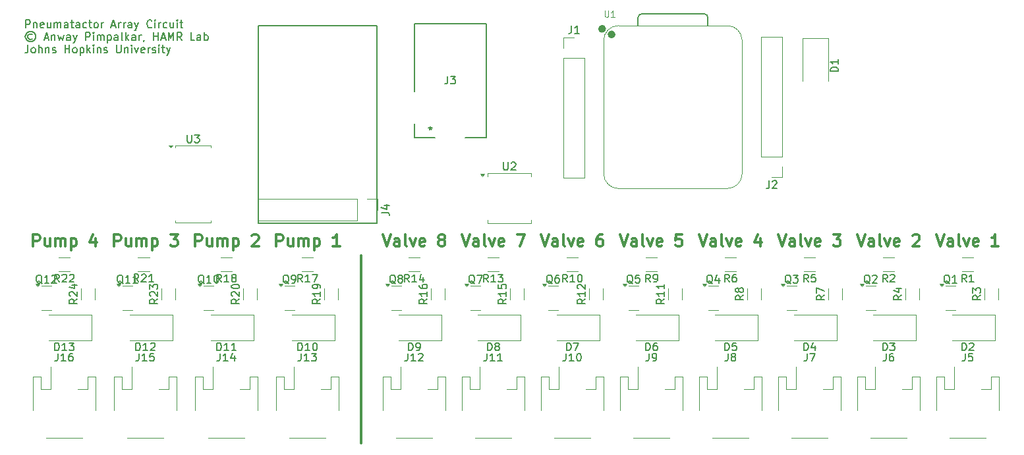
<source format=gbr>
%TF.GenerationSoftware,KiCad,Pcbnew,9.0.1*%
%TF.CreationDate,2025-04-11T12:37:24-04:00*%
%TF.ProjectId,Pneumatactors_1Xiao_3Pumps_8Valves,506e6575-6d61-4746-9163-746f72735f31,rev?*%
%TF.SameCoordinates,Original*%
%TF.FileFunction,Legend,Top*%
%TF.FilePolarity,Positive*%
%FSLAX46Y46*%
G04 Gerber Fmt 4.6, Leading zero omitted, Abs format (unit mm)*
G04 Created by KiCad (PCBNEW 9.0.1) date 2025-04-11 12:37:24*
%MOMM*%
%LPD*%
G01*
G04 APERTURE LIST*
%ADD10C,0.300000*%
%ADD11C,0.200000*%
%ADD12C,0.150000*%
%ADD13C,0.106680*%
%ADD14C,0.120000*%
%ADD15C,0.100000*%
%ADD16C,0.127000*%
%ADD17C,0.504000*%
%ADD18C,0.152400*%
G04 APERTURE END LIST*
D10*
X58416892Y-54663892D02*
X58416892Y-78793892D01*
D11*
X45208892Y-25116892D02*
X60448892Y-25116892D01*
X60448892Y-50516892D01*
X45208892Y-50516892D01*
X45208892Y-25116892D01*
D10*
X132326572Y-52010328D02*
X132826572Y-53510328D01*
X132826572Y-53510328D02*
X133326572Y-52010328D01*
X134469429Y-53510328D02*
X134469429Y-52724614D01*
X134469429Y-52724614D02*
X134398000Y-52581757D01*
X134398000Y-52581757D02*
X134255143Y-52510328D01*
X134255143Y-52510328D02*
X133969429Y-52510328D01*
X133969429Y-52510328D02*
X133826571Y-52581757D01*
X134469429Y-53438900D02*
X134326571Y-53510328D01*
X134326571Y-53510328D02*
X133969429Y-53510328D01*
X133969429Y-53510328D02*
X133826571Y-53438900D01*
X133826571Y-53438900D02*
X133755143Y-53296042D01*
X133755143Y-53296042D02*
X133755143Y-53153185D01*
X133755143Y-53153185D02*
X133826571Y-53010328D01*
X133826571Y-53010328D02*
X133969429Y-52938900D01*
X133969429Y-52938900D02*
X134326571Y-52938900D01*
X134326571Y-52938900D02*
X134469429Y-52867471D01*
X135398000Y-53510328D02*
X135255143Y-53438900D01*
X135255143Y-53438900D02*
X135183714Y-53296042D01*
X135183714Y-53296042D02*
X135183714Y-52010328D01*
X135826571Y-52510328D02*
X136183714Y-53510328D01*
X136183714Y-53510328D02*
X136540857Y-52510328D01*
X137683714Y-53438900D02*
X137540857Y-53510328D01*
X137540857Y-53510328D02*
X137255143Y-53510328D01*
X137255143Y-53510328D02*
X137112285Y-53438900D01*
X137112285Y-53438900D02*
X137040857Y-53296042D01*
X137040857Y-53296042D02*
X137040857Y-52724614D01*
X137040857Y-52724614D02*
X137112285Y-52581757D01*
X137112285Y-52581757D02*
X137255143Y-52510328D01*
X137255143Y-52510328D02*
X137540857Y-52510328D01*
X137540857Y-52510328D02*
X137683714Y-52581757D01*
X137683714Y-52581757D02*
X137755143Y-52724614D01*
X137755143Y-52724614D02*
X137755143Y-52867471D01*
X137755143Y-52867471D02*
X137040857Y-53010328D01*
X140326571Y-53510328D02*
X139469428Y-53510328D01*
X139897999Y-53510328D02*
X139897999Y-52010328D01*
X139897999Y-52010328D02*
X139755142Y-52224614D01*
X139755142Y-52224614D02*
X139612285Y-52367471D01*
X139612285Y-52367471D02*
X139469428Y-52438900D01*
X112006572Y-52010328D02*
X112506572Y-53510328D01*
X112506572Y-53510328D02*
X113006572Y-52010328D01*
X114149429Y-53510328D02*
X114149429Y-52724614D01*
X114149429Y-52724614D02*
X114078000Y-52581757D01*
X114078000Y-52581757D02*
X113935143Y-52510328D01*
X113935143Y-52510328D02*
X113649429Y-52510328D01*
X113649429Y-52510328D02*
X113506571Y-52581757D01*
X114149429Y-53438900D02*
X114006571Y-53510328D01*
X114006571Y-53510328D02*
X113649429Y-53510328D01*
X113649429Y-53510328D02*
X113506571Y-53438900D01*
X113506571Y-53438900D02*
X113435143Y-53296042D01*
X113435143Y-53296042D02*
X113435143Y-53153185D01*
X113435143Y-53153185D02*
X113506571Y-53010328D01*
X113506571Y-53010328D02*
X113649429Y-52938900D01*
X113649429Y-52938900D02*
X114006571Y-52938900D01*
X114006571Y-52938900D02*
X114149429Y-52867471D01*
X115078000Y-53510328D02*
X114935143Y-53438900D01*
X114935143Y-53438900D02*
X114863714Y-53296042D01*
X114863714Y-53296042D02*
X114863714Y-52010328D01*
X115506571Y-52510328D02*
X115863714Y-53510328D01*
X115863714Y-53510328D02*
X116220857Y-52510328D01*
X117363714Y-53438900D02*
X117220857Y-53510328D01*
X117220857Y-53510328D02*
X116935143Y-53510328D01*
X116935143Y-53510328D02*
X116792285Y-53438900D01*
X116792285Y-53438900D02*
X116720857Y-53296042D01*
X116720857Y-53296042D02*
X116720857Y-52724614D01*
X116720857Y-52724614D02*
X116792285Y-52581757D01*
X116792285Y-52581757D02*
X116935143Y-52510328D01*
X116935143Y-52510328D02*
X117220857Y-52510328D01*
X117220857Y-52510328D02*
X117363714Y-52581757D01*
X117363714Y-52581757D02*
X117435143Y-52724614D01*
X117435143Y-52724614D02*
X117435143Y-52867471D01*
X117435143Y-52867471D02*
X116720857Y-53010328D01*
X119077999Y-52010328D02*
X120006571Y-52010328D01*
X120006571Y-52010328D02*
X119506571Y-52581757D01*
X119506571Y-52581757D02*
X119720856Y-52581757D01*
X119720856Y-52581757D02*
X119863714Y-52653185D01*
X119863714Y-52653185D02*
X119935142Y-52724614D01*
X119935142Y-52724614D02*
X120006571Y-52867471D01*
X120006571Y-52867471D02*
X120006571Y-53224614D01*
X120006571Y-53224614D02*
X119935142Y-53367471D01*
X119935142Y-53367471D02*
X119863714Y-53438900D01*
X119863714Y-53438900D02*
X119720856Y-53510328D01*
X119720856Y-53510328D02*
X119292285Y-53510328D01*
X119292285Y-53510328D02*
X119149428Y-53438900D01*
X119149428Y-53438900D02*
X119077999Y-53367471D01*
X16284285Y-53510328D02*
X16284285Y-52010328D01*
X16284285Y-52010328D02*
X16855714Y-52010328D01*
X16855714Y-52010328D02*
X16998571Y-52081757D01*
X16998571Y-52081757D02*
X17070000Y-52153185D01*
X17070000Y-52153185D02*
X17141428Y-52296042D01*
X17141428Y-52296042D02*
X17141428Y-52510328D01*
X17141428Y-52510328D02*
X17070000Y-52653185D01*
X17070000Y-52653185D02*
X16998571Y-52724614D01*
X16998571Y-52724614D02*
X16855714Y-52796042D01*
X16855714Y-52796042D02*
X16284285Y-52796042D01*
X18427143Y-52510328D02*
X18427143Y-53510328D01*
X17784285Y-52510328D02*
X17784285Y-53296042D01*
X17784285Y-53296042D02*
X17855714Y-53438900D01*
X17855714Y-53438900D02*
X17998571Y-53510328D01*
X17998571Y-53510328D02*
X18212857Y-53510328D01*
X18212857Y-53510328D02*
X18355714Y-53438900D01*
X18355714Y-53438900D02*
X18427143Y-53367471D01*
X19141428Y-53510328D02*
X19141428Y-52510328D01*
X19141428Y-52653185D02*
X19212857Y-52581757D01*
X19212857Y-52581757D02*
X19355714Y-52510328D01*
X19355714Y-52510328D02*
X19570000Y-52510328D01*
X19570000Y-52510328D02*
X19712857Y-52581757D01*
X19712857Y-52581757D02*
X19784286Y-52724614D01*
X19784286Y-52724614D02*
X19784286Y-53510328D01*
X19784286Y-52724614D02*
X19855714Y-52581757D01*
X19855714Y-52581757D02*
X19998571Y-52510328D01*
X19998571Y-52510328D02*
X20212857Y-52510328D01*
X20212857Y-52510328D02*
X20355714Y-52581757D01*
X20355714Y-52581757D02*
X20427143Y-52724614D01*
X20427143Y-52724614D02*
X20427143Y-53510328D01*
X21141428Y-52510328D02*
X21141428Y-54010328D01*
X21141428Y-52581757D02*
X21284286Y-52510328D01*
X21284286Y-52510328D02*
X21570000Y-52510328D01*
X21570000Y-52510328D02*
X21712857Y-52581757D01*
X21712857Y-52581757D02*
X21784286Y-52653185D01*
X21784286Y-52653185D02*
X21855714Y-52796042D01*
X21855714Y-52796042D02*
X21855714Y-53224614D01*
X21855714Y-53224614D02*
X21784286Y-53367471D01*
X21784286Y-53367471D02*
X21712857Y-53438900D01*
X21712857Y-53438900D02*
X21570000Y-53510328D01*
X21570000Y-53510328D02*
X21284286Y-53510328D01*
X21284286Y-53510328D02*
X21141428Y-53438900D01*
X24284286Y-52510328D02*
X24284286Y-53510328D01*
X23927143Y-51938900D02*
X23570000Y-53010328D01*
X23570000Y-53010328D02*
X24498571Y-53010328D01*
X91686572Y-52010328D02*
X92186572Y-53510328D01*
X92186572Y-53510328D02*
X92686572Y-52010328D01*
X93829429Y-53510328D02*
X93829429Y-52724614D01*
X93829429Y-52724614D02*
X93758000Y-52581757D01*
X93758000Y-52581757D02*
X93615143Y-52510328D01*
X93615143Y-52510328D02*
X93329429Y-52510328D01*
X93329429Y-52510328D02*
X93186571Y-52581757D01*
X93829429Y-53438900D02*
X93686571Y-53510328D01*
X93686571Y-53510328D02*
X93329429Y-53510328D01*
X93329429Y-53510328D02*
X93186571Y-53438900D01*
X93186571Y-53438900D02*
X93115143Y-53296042D01*
X93115143Y-53296042D02*
X93115143Y-53153185D01*
X93115143Y-53153185D02*
X93186571Y-53010328D01*
X93186571Y-53010328D02*
X93329429Y-52938900D01*
X93329429Y-52938900D02*
X93686571Y-52938900D01*
X93686571Y-52938900D02*
X93829429Y-52867471D01*
X94758000Y-53510328D02*
X94615143Y-53438900D01*
X94615143Y-53438900D02*
X94543714Y-53296042D01*
X94543714Y-53296042D02*
X94543714Y-52010328D01*
X95186571Y-52510328D02*
X95543714Y-53510328D01*
X95543714Y-53510328D02*
X95900857Y-52510328D01*
X97043714Y-53438900D02*
X96900857Y-53510328D01*
X96900857Y-53510328D02*
X96615143Y-53510328D01*
X96615143Y-53510328D02*
X96472285Y-53438900D01*
X96472285Y-53438900D02*
X96400857Y-53296042D01*
X96400857Y-53296042D02*
X96400857Y-52724614D01*
X96400857Y-52724614D02*
X96472285Y-52581757D01*
X96472285Y-52581757D02*
X96615143Y-52510328D01*
X96615143Y-52510328D02*
X96900857Y-52510328D01*
X96900857Y-52510328D02*
X97043714Y-52581757D01*
X97043714Y-52581757D02*
X97115143Y-52724614D01*
X97115143Y-52724614D02*
X97115143Y-52867471D01*
X97115143Y-52867471D02*
X96400857Y-53010328D01*
X99615142Y-52010328D02*
X98900856Y-52010328D01*
X98900856Y-52010328D02*
X98829428Y-52724614D01*
X98829428Y-52724614D02*
X98900856Y-52653185D01*
X98900856Y-52653185D02*
X99043714Y-52581757D01*
X99043714Y-52581757D02*
X99400856Y-52581757D01*
X99400856Y-52581757D02*
X99543714Y-52653185D01*
X99543714Y-52653185D02*
X99615142Y-52724614D01*
X99615142Y-52724614D02*
X99686571Y-52867471D01*
X99686571Y-52867471D02*
X99686571Y-53224614D01*
X99686571Y-53224614D02*
X99615142Y-53367471D01*
X99615142Y-53367471D02*
X99543714Y-53438900D01*
X99543714Y-53438900D02*
X99400856Y-53510328D01*
X99400856Y-53510328D02*
X99043714Y-53510328D01*
X99043714Y-53510328D02*
X98900856Y-53438900D01*
X98900856Y-53438900D02*
X98829428Y-53367471D01*
X26698285Y-53510328D02*
X26698285Y-52010328D01*
X26698285Y-52010328D02*
X27269714Y-52010328D01*
X27269714Y-52010328D02*
X27412571Y-52081757D01*
X27412571Y-52081757D02*
X27484000Y-52153185D01*
X27484000Y-52153185D02*
X27555428Y-52296042D01*
X27555428Y-52296042D02*
X27555428Y-52510328D01*
X27555428Y-52510328D02*
X27484000Y-52653185D01*
X27484000Y-52653185D02*
X27412571Y-52724614D01*
X27412571Y-52724614D02*
X27269714Y-52796042D01*
X27269714Y-52796042D02*
X26698285Y-52796042D01*
X28841143Y-52510328D02*
X28841143Y-53510328D01*
X28198285Y-52510328D02*
X28198285Y-53296042D01*
X28198285Y-53296042D02*
X28269714Y-53438900D01*
X28269714Y-53438900D02*
X28412571Y-53510328D01*
X28412571Y-53510328D02*
X28626857Y-53510328D01*
X28626857Y-53510328D02*
X28769714Y-53438900D01*
X28769714Y-53438900D02*
X28841143Y-53367471D01*
X29555428Y-53510328D02*
X29555428Y-52510328D01*
X29555428Y-52653185D02*
X29626857Y-52581757D01*
X29626857Y-52581757D02*
X29769714Y-52510328D01*
X29769714Y-52510328D02*
X29984000Y-52510328D01*
X29984000Y-52510328D02*
X30126857Y-52581757D01*
X30126857Y-52581757D02*
X30198286Y-52724614D01*
X30198286Y-52724614D02*
X30198286Y-53510328D01*
X30198286Y-52724614D02*
X30269714Y-52581757D01*
X30269714Y-52581757D02*
X30412571Y-52510328D01*
X30412571Y-52510328D02*
X30626857Y-52510328D01*
X30626857Y-52510328D02*
X30769714Y-52581757D01*
X30769714Y-52581757D02*
X30841143Y-52724614D01*
X30841143Y-52724614D02*
X30841143Y-53510328D01*
X31555428Y-52510328D02*
X31555428Y-54010328D01*
X31555428Y-52581757D02*
X31698286Y-52510328D01*
X31698286Y-52510328D02*
X31984000Y-52510328D01*
X31984000Y-52510328D02*
X32126857Y-52581757D01*
X32126857Y-52581757D02*
X32198286Y-52653185D01*
X32198286Y-52653185D02*
X32269714Y-52796042D01*
X32269714Y-52796042D02*
X32269714Y-53224614D01*
X32269714Y-53224614D02*
X32198286Y-53367471D01*
X32198286Y-53367471D02*
X32126857Y-53438900D01*
X32126857Y-53438900D02*
X31984000Y-53510328D01*
X31984000Y-53510328D02*
X31698286Y-53510328D01*
X31698286Y-53510328D02*
X31555428Y-53438900D01*
X33912571Y-52010328D02*
X34841143Y-52010328D01*
X34841143Y-52010328D02*
X34341143Y-52581757D01*
X34341143Y-52581757D02*
X34555428Y-52581757D01*
X34555428Y-52581757D02*
X34698286Y-52653185D01*
X34698286Y-52653185D02*
X34769714Y-52724614D01*
X34769714Y-52724614D02*
X34841143Y-52867471D01*
X34841143Y-52867471D02*
X34841143Y-53224614D01*
X34841143Y-53224614D02*
X34769714Y-53367471D01*
X34769714Y-53367471D02*
X34698286Y-53438900D01*
X34698286Y-53438900D02*
X34555428Y-53510328D01*
X34555428Y-53510328D02*
X34126857Y-53510328D01*
X34126857Y-53510328D02*
X33984000Y-53438900D01*
X33984000Y-53438900D02*
X33912571Y-53367471D01*
D12*
X15319671Y-25405823D02*
X15319671Y-24405823D01*
X15319671Y-24405823D02*
X15700623Y-24405823D01*
X15700623Y-24405823D02*
X15795861Y-24453442D01*
X15795861Y-24453442D02*
X15843480Y-24501061D01*
X15843480Y-24501061D02*
X15891099Y-24596299D01*
X15891099Y-24596299D02*
X15891099Y-24739156D01*
X15891099Y-24739156D02*
X15843480Y-24834394D01*
X15843480Y-24834394D02*
X15795861Y-24882013D01*
X15795861Y-24882013D02*
X15700623Y-24929632D01*
X15700623Y-24929632D02*
X15319671Y-24929632D01*
X16319671Y-24739156D02*
X16319671Y-25405823D01*
X16319671Y-24834394D02*
X16367290Y-24786775D01*
X16367290Y-24786775D02*
X16462528Y-24739156D01*
X16462528Y-24739156D02*
X16605385Y-24739156D01*
X16605385Y-24739156D02*
X16700623Y-24786775D01*
X16700623Y-24786775D02*
X16748242Y-24882013D01*
X16748242Y-24882013D02*
X16748242Y-25405823D01*
X17605385Y-25358204D02*
X17510147Y-25405823D01*
X17510147Y-25405823D02*
X17319671Y-25405823D01*
X17319671Y-25405823D02*
X17224433Y-25358204D01*
X17224433Y-25358204D02*
X17176814Y-25262965D01*
X17176814Y-25262965D02*
X17176814Y-24882013D01*
X17176814Y-24882013D02*
X17224433Y-24786775D01*
X17224433Y-24786775D02*
X17319671Y-24739156D01*
X17319671Y-24739156D02*
X17510147Y-24739156D01*
X17510147Y-24739156D02*
X17605385Y-24786775D01*
X17605385Y-24786775D02*
X17653004Y-24882013D01*
X17653004Y-24882013D02*
X17653004Y-24977251D01*
X17653004Y-24977251D02*
X17176814Y-25072489D01*
X18510147Y-24739156D02*
X18510147Y-25405823D01*
X18081576Y-24739156D02*
X18081576Y-25262965D01*
X18081576Y-25262965D02*
X18129195Y-25358204D01*
X18129195Y-25358204D02*
X18224433Y-25405823D01*
X18224433Y-25405823D02*
X18367290Y-25405823D01*
X18367290Y-25405823D02*
X18462528Y-25358204D01*
X18462528Y-25358204D02*
X18510147Y-25310584D01*
X18986338Y-25405823D02*
X18986338Y-24739156D01*
X18986338Y-24834394D02*
X19033957Y-24786775D01*
X19033957Y-24786775D02*
X19129195Y-24739156D01*
X19129195Y-24739156D02*
X19272052Y-24739156D01*
X19272052Y-24739156D02*
X19367290Y-24786775D01*
X19367290Y-24786775D02*
X19414909Y-24882013D01*
X19414909Y-24882013D02*
X19414909Y-25405823D01*
X19414909Y-24882013D02*
X19462528Y-24786775D01*
X19462528Y-24786775D02*
X19557766Y-24739156D01*
X19557766Y-24739156D02*
X19700623Y-24739156D01*
X19700623Y-24739156D02*
X19795862Y-24786775D01*
X19795862Y-24786775D02*
X19843481Y-24882013D01*
X19843481Y-24882013D02*
X19843481Y-25405823D01*
X20748242Y-25405823D02*
X20748242Y-24882013D01*
X20748242Y-24882013D02*
X20700623Y-24786775D01*
X20700623Y-24786775D02*
X20605385Y-24739156D01*
X20605385Y-24739156D02*
X20414909Y-24739156D01*
X20414909Y-24739156D02*
X20319671Y-24786775D01*
X20748242Y-25358204D02*
X20653004Y-25405823D01*
X20653004Y-25405823D02*
X20414909Y-25405823D01*
X20414909Y-25405823D02*
X20319671Y-25358204D01*
X20319671Y-25358204D02*
X20272052Y-25262965D01*
X20272052Y-25262965D02*
X20272052Y-25167727D01*
X20272052Y-25167727D02*
X20319671Y-25072489D01*
X20319671Y-25072489D02*
X20414909Y-25024870D01*
X20414909Y-25024870D02*
X20653004Y-25024870D01*
X20653004Y-25024870D02*
X20748242Y-24977251D01*
X21081576Y-24739156D02*
X21462528Y-24739156D01*
X21224433Y-24405823D02*
X21224433Y-25262965D01*
X21224433Y-25262965D02*
X21272052Y-25358204D01*
X21272052Y-25358204D02*
X21367290Y-25405823D01*
X21367290Y-25405823D02*
X21462528Y-25405823D01*
X22224433Y-25405823D02*
X22224433Y-24882013D01*
X22224433Y-24882013D02*
X22176814Y-24786775D01*
X22176814Y-24786775D02*
X22081576Y-24739156D01*
X22081576Y-24739156D02*
X21891100Y-24739156D01*
X21891100Y-24739156D02*
X21795862Y-24786775D01*
X22224433Y-25358204D02*
X22129195Y-25405823D01*
X22129195Y-25405823D02*
X21891100Y-25405823D01*
X21891100Y-25405823D02*
X21795862Y-25358204D01*
X21795862Y-25358204D02*
X21748243Y-25262965D01*
X21748243Y-25262965D02*
X21748243Y-25167727D01*
X21748243Y-25167727D02*
X21795862Y-25072489D01*
X21795862Y-25072489D02*
X21891100Y-25024870D01*
X21891100Y-25024870D02*
X22129195Y-25024870D01*
X22129195Y-25024870D02*
X22224433Y-24977251D01*
X23129195Y-25358204D02*
X23033957Y-25405823D01*
X23033957Y-25405823D02*
X22843481Y-25405823D01*
X22843481Y-25405823D02*
X22748243Y-25358204D01*
X22748243Y-25358204D02*
X22700624Y-25310584D01*
X22700624Y-25310584D02*
X22653005Y-25215346D01*
X22653005Y-25215346D02*
X22653005Y-24929632D01*
X22653005Y-24929632D02*
X22700624Y-24834394D01*
X22700624Y-24834394D02*
X22748243Y-24786775D01*
X22748243Y-24786775D02*
X22843481Y-24739156D01*
X22843481Y-24739156D02*
X23033957Y-24739156D01*
X23033957Y-24739156D02*
X23129195Y-24786775D01*
X23414910Y-24739156D02*
X23795862Y-24739156D01*
X23557767Y-24405823D02*
X23557767Y-25262965D01*
X23557767Y-25262965D02*
X23605386Y-25358204D01*
X23605386Y-25358204D02*
X23700624Y-25405823D01*
X23700624Y-25405823D02*
X23795862Y-25405823D01*
X24272053Y-25405823D02*
X24176815Y-25358204D01*
X24176815Y-25358204D02*
X24129196Y-25310584D01*
X24129196Y-25310584D02*
X24081577Y-25215346D01*
X24081577Y-25215346D02*
X24081577Y-24929632D01*
X24081577Y-24929632D02*
X24129196Y-24834394D01*
X24129196Y-24834394D02*
X24176815Y-24786775D01*
X24176815Y-24786775D02*
X24272053Y-24739156D01*
X24272053Y-24739156D02*
X24414910Y-24739156D01*
X24414910Y-24739156D02*
X24510148Y-24786775D01*
X24510148Y-24786775D02*
X24557767Y-24834394D01*
X24557767Y-24834394D02*
X24605386Y-24929632D01*
X24605386Y-24929632D02*
X24605386Y-25215346D01*
X24605386Y-25215346D02*
X24557767Y-25310584D01*
X24557767Y-25310584D02*
X24510148Y-25358204D01*
X24510148Y-25358204D02*
X24414910Y-25405823D01*
X24414910Y-25405823D02*
X24272053Y-25405823D01*
X25033958Y-25405823D02*
X25033958Y-24739156D01*
X25033958Y-24929632D02*
X25081577Y-24834394D01*
X25081577Y-24834394D02*
X25129196Y-24786775D01*
X25129196Y-24786775D02*
X25224434Y-24739156D01*
X25224434Y-24739156D02*
X25319672Y-24739156D01*
X26367292Y-25120108D02*
X26843482Y-25120108D01*
X26272054Y-25405823D02*
X26605387Y-24405823D01*
X26605387Y-24405823D02*
X26938720Y-25405823D01*
X27272054Y-25405823D02*
X27272054Y-24739156D01*
X27272054Y-24929632D02*
X27319673Y-24834394D01*
X27319673Y-24834394D02*
X27367292Y-24786775D01*
X27367292Y-24786775D02*
X27462530Y-24739156D01*
X27462530Y-24739156D02*
X27557768Y-24739156D01*
X27891102Y-25405823D02*
X27891102Y-24739156D01*
X27891102Y-24929632D02*
X27938721Y-24834394D01*
X27938721Y-24834394D02*
X27986340Y-24786775D01*
X27986340Y-24786775D02*
X28081578Y-24739156D01*
X28081578Y-24739156D02*
X28176816Y-24739156D01*
X28938721Y-25405823D02*
X28938721Y-24882013D01*
X28938721Y-24882013D02*
X28891102Y-24786775D01*
X28891102Y-24786775D02*
X28795864Y-24739156D01*
X28795864Y-24739156D02*
X28605388Y-24739156D01*
X28605388Y-24739156D02*
X28510150Y-24786775D01*
X28938721Y-25358204D02*
X28843483Y-25405823D01*
X28843483Y-25405823D02*
X28605388Y-25405823D01*
X28605388Y-25405823D02*
X28510150Y-25358204D01*
X28510150Y-25358204D02*
X28462531Y-25262965D01*
X28462531Y-25262965D02*
X28462531Y-25167727D01*
X28462531Y-25167727D02*
X28510150Y-25072489D01*
X28510150Y-25072489D02*
X28605388Y-25024870D01*
X28605388Y-25024870D02*
X28843483Y-25024870D01*
X28843483Y-25024870D02*
X28938721Y-24977251D01*
X29319674Y-24739156D02*
X29557769Y-25405823D01*
X29795864Y-24739156D02*
X29557769Y-25405823D01*
X29557769Y-25405823D02*
X29462531Y-25643918D01*
X29462531Y-25643918D02*
X29414912Y-25691537D01*
X29414912Y-25691537D02*
X29319674Y-25739156D01*
X31510150Y-25310584D02*
X31462531Y-25358204D01*
X31462531Y-25358204D02*
X31319674Y-25405823D01*
X31319674Y-25405823D02*
X31224436Y-25405823D01*
X31224436Y-25405823D02*
X31081579Y-25358204D01*
X31081579Y-25358204D02*
X30986341Y-25262965D01*
X30986341Y-25262965D02*
X30938722Y-25167727D01*
X30938722Y-25167727D02*
X30891103Y-24977251D01*
X30891103Y-24977251D02*
X30891103Y-24834394D01*
X30891103Y-24834394D02*
X30938722Y-24643918D01*
X30938722Y-24643918D02*
X30986341Y-24548680D01*
X30986341Y-24548680D02*
X31081579Y-24453442D01*
X31081579Y-24453442D02*
X31224436Y-24405823D01*
X31224436Y-24405823D02*
X31319674Y-24405823D01*
X31319674Y-24405823D02*
X31462531Y-24453442D01*
X31462531Y-24453442D02*
X31510150Y-24501061D01*
X31938722Y-25405823D02*
X31938722Y-24739156D01*
X31938722Y-24405823D02*
X31891103Y-24453442D01*
X31891103Y-24453442D02*
X31938722Y-24501061D01*
X31938722Y-24501061D02*
X31986341Y-24453442D01*
X31986341Y-24453442D02*
X31938722Y-24405823D01*
X31938722Y-24405823D02*
X31938722Y-24501061D01*
X32414912Y-25405823D02*
X32414912Y-24739156D01*
X32414912Y-24929632D02*
X32462531Y-24834394D01*
X32462531Y-24834394D02*
X32510150Y-24786775D01*
X32510150Y-24786775D02*
X32605388Y-24739156D01*
X32605388Y-24739156D02*
X32700626Y-24739156D01*
X33462531Y-25358204D02*
X33367293Y-25405823D01*
X33367293Y-25405823D02*
X33176817Y-25405823D01*
X33176817Y-25405823D02*
X33081579Y-25358204D01*
X33081579Y-25358204D02*
X33033960Y-25310584D01*
X33033960Y-25310584D02*
X32986341Y-25215346D01*
X32986341Y-25215346D02*
X32986341Y-24929632D01*
X32986341Y-24929632D02*
X33033960Y-24834394D01*
X33033960Y-24834394D02*
X33081579Y-24786775D01*
X33081579Y-24786775D02*
X33176817Y-24739156D01*
X33176817Y-24739156D02*
X33367293Y-24739156D01*
X33367293Y-24739156D02*
X33462531Y-24786775D01*
X34319674Y-24739156D02*
X34319674Y-25405823D01*
X33891103Y-24739156D02*
X33891103Y-25262965D01*
X33891103Y-25262965D02*
X33938722Y-25358204D01*
X33938722Y-25358204D02*
X34033960Y-25405823D01*
X34033960Y-25405823D02*
X34176817Y-25405823D01*
X34176817Y-25405823D02*
X34272055Y-25358204D01*
X34272055Y-25358204D02*
X34319674Y-25310584D01*
X34795865Y-25405823D02*
X34795865Y-24739156D01*
X34795865Y-24405823D02*
X34748246Y-24453442D01*
X34748246Y-24453442D02*
X34795865Y-24501061D01*
X34795865Y-24501061D02*
X34843484Y-24453442D01*
X34843484Y-24453442D02*
X34795865Y-24405823D01*
X34795865Y-24405823D02*
X34795865Y-24501061D01*
X35129198Y-24739156D02*
X35510150Y-24739156D01*
X35272055Y-24405823D02*
X35272055Y-25262965D01*
X35272055Y-25262965D02*
X35319674Y-25358204D01*
X35319674Y-25358204D02*
X35414912Y-25405823D01*
X35414912Y-25405823D02*
X35510150Y-25405823D01*
X16129195Y-26253862D02*
X16033956Y-26206243D01*
X16033956Y-26206243D02*
X15843480Y-26206243D01*
X15843480Y-26206243D02*
X15748242Y-26253862D01*
X15748242Y-26253862D02*
X15653004Y-26349100D01*
X15653004Y-26349100D02*
X15605385Y-26444338D01*
X15605385Y-26444338D02*
X15605385Y-26634814D01*
X15605385Y-26634814D02*
X15653004Y-26730052D01*
X15653004Y-26730052D02*
X15748242Y-26825290D01*
X15748242Y-26825290D02*
X15843480Y-26872909D01*
X15843480Y-26872909D02*
X16033956Y-26872909D01*
X16033956Y-26872909D02*
X16129195Y-26825290D01*
X15938718Y-25872909D02*
X15700623Y-25920528D01*
X15700623Y-25920528D02*
X15462528Y-26063386D01*
X15462528Y-26063386D02*
X15319671Y-26301481D01*
X15319671Y-26301481D02*
X15272052Y-26539576D01*
X15272052Y-26539576D02*
X15319671Y-26777671D01*
X15319671Y-26777671D02*
X15462528Y-27015767D01*
X15462528Y-27015767D02*
X15700623Y-27158624D01*
X15700623Y-27158624D02*
X15938718Y-27206243D01*
X15938718Y-27206243D02*
X16176814Y-27158624D01*
X16176814Y-27158624D02*
X16414909Y-27015767D01*
X16414909Y-27015767D02*
X16557766Y-26777671D01*
X16557766Y-26777671D02*
X16605385Y-26539576D01*
X16605385Y-26539576D02*
X16557766Y-26301481D01*
X16557766Y-26301481D02*
X16414909Y-26063386D01*
X16414909Y-26063386D02*
X16176814Y-25920528D01*
X16176814Y-25920528D02*
X15938718Y-25872909D01*
X17748243Y-26730052D02*
X18224433Y-26730052D01*
X17653005Y-27015767D02*
X17986338Y-26015767D01*
X17986338Y-26015767D02*
X18319671Y-27015767D01*
X18653005Y-26349100D02*
X18653005Y-27015767D01*
X18653005Y-26444338D02*
X18700624Y-26396719D01*
X18700624Y-26396719D02*
X18795862Y-26349100D01*
X18795862Y-26349100D02*
X18938719Y-26349100D01*
X18938719Y-26349100D02*
X19033957Y-26396719D01*
X19033957Y-26396719D02*
X19081576Y-26491957D01*
X19081576Y-26491957D02*
X19081576Y-27015767D01*
X19462529Y-26349100D02*
X19653005Y-27015767D01*
X19653005Y-27015767D02*
X19843481Y-26539576D01*
X19843481Y-26539576D02*
X20033957Y-27015767D01*
X20033957Y-27015767D02*
X20224433Y-26349100D01*
X21033957Y-27015767D02*
X21033957Y-26491957D01*
X21033957Y-26491957D02*
X20986338Y-26396719D01*
X20986338Y-26396719D02*
X20891100Y-26349100D01*
X20891100Y-26349100D02*
X20700624Y-26349100D01*
X20700624Y-26349100D02*
X20605386Y-26396719D01*
X21033957Y-26968148D02*
X20938719Y-27015767D01*
X20938719Y-27015767D02*
X20700624Y-27015767D01*
X20700624Y-27015767D02*
X20605386Y-26968148D01*
X20605386Y-26968148D02*
X20557767Y-26872909D01*
X20557767Y-26872909D02*
X20557767Y-26777671D01*
X20557767Y-26777671D02*
X20605386Y-26682433D01*
X20605386Y-26682433D02*
X20700624Y-26634814D01*
X20700624Y-26634814D02*
X20938719Y-26634814D01*
X20938719Y-26634814D02*
X21033957Y-26587195D01*
X21414910Y-26349100D02*
X21653005Y-27015767D01*
X21891100Y-26349100D02*
X21653005Y-27015767D01*
X21653005Y-27015767D02*
X21557767Y-27253862D01*
X21557767Y-27253862D02*
X21510148Y-27301481D01*
X21510148Y-27301481D02*
X21414910Y-27349100D01*
X23033958Y-27015767D02*
X23033958Y-26015767D01*
X23033958Y-26015767D02*
X23414910Y-26015767D01*
X23414910Y-26015767D02*
X23510148Y-26063386D01*
X23510148Y-26063386D02*
X23557767Y-26111005D01*
X23557767Y-26111005D02*
X23605386Y-26206243D01*
X23605386Y-26206243D02*
X23605386Y-26349100D01*
X23605386Y-26349100D02*
X23557767Y-26444338D01*
X23557767Y-26444338D02*
X23510148Y-26491957D01*
X23510148Y-26491957D02*
X23414910Y-26539576D01*
X23414910Y-26539576D02*
X23033958Y-26539576D01*
X24033958Y-27015767D02*
X24033958Y-26349100D01*
X24033958Y-26015767D02*
X23986339Y-26063386D01*
X23986339Y-26063386D02*
X24033958Y-26111005D01*
X24033958Y-26111005D02*
X24081577Y-26063386D01*
X24081577Y-26063386D02*
X24033958Y-26015767D01*
X24033958Y-26015767D02*
X24033958Y-26111005D01*
X24510148Y-27015767D02*
X24510148Y-26349100D01*
X24510148Y-26444338D02*
X24557767Y-26396719D01*
X24557767Y-26396719D02*
X24653005Y-26349100D01*
X24653005Y-26349100D02*
X24795862Y-26349100D01*
X24795862Y-26349100D02*
X24891100Y-26396719D01*
X24891100Y-26396719D02*
X24938719Y-26491957D01*
X24938719Y-26491957D02*
X24938719Y-27015767D01*
X24938719Y-26491957D02*
X24986338Y-26396719D01*
X24986338Y-26396719D02*
X25081576Y-26349100D01*
X25081576Y-26349100D02*
X25224433Y-26349100D01*
X25224433Y-26349100D02*
X25319672Y-26396719D01*
X25319672Y-26396719D02*
X25367291Y-26491957D01*
X25367291Y-26491957D02*
X25367291Y-27015767D01*
X25843481Y-26349100D02*
X25843481Y-27349100D01*
X25843481Y-26396719D02*
X25938719Y-26349100D01*
X25938719Y-26349100D02*
X26129195Y-26349100D01*
X26129195Y-26349100D02*
X26224433Y-26396719D01*
X26224433Y-26396719D02*
X26272052Y-26444338D01*
X26272052Y-26444338D02*
X26319671Y-26539576D01*
X26319671Y-26539576D02*
X26319671Y-26825290D01*
X26319671Y-26825290D02*
X26272052Y-26920528D01*
X26272052Y-26920528D02*
X26224433Y-26968148D01*
X26224433Y-26968148D02*
X26129195Y-27015767D01*
X26129195Y-27015767D02*
X25938719Y-27015767D01*
X25938719Y-27015767D02*
X25843481Y-26968148D01*
X27176814Y-27015767D02*
X27176814Y-26491957D01*
X27176814Y-26491957D02*
X27129195Y-26396719D01*
X27129195Y-26396719D02*
X27033957Y-26349100D01*
X27033957Y-26349100D02*
X26843481Y-26349100D01*
X26843481Y-26349100D02*
X26748243Y-26396719D01*
X27176814Y-26968148D02*
X27081576Y-27015767D01*
X27081576Y-27015767D02*
X26843481Y-27015767D01*
X26843481Y-27015767D02*
X26748243Y-26968148D01*
X26748243Y-26968148D02*
X26700624Y-26872909D01*
X26700624Y-26872909D02*
X26700624Y-26777671D01*
X26700624Y-26777671D02*
X26748243Y-26682433D01*
X26748243Y-26682433D02*
X26843481Y-26634814D01*
X26843481Y-26634814D02*
X27081576Y-26634814D01*
X27081576Y-26634814D02*
X27176814Y-26587195D01*
X27795862Y-27015767D02*
X27700624Y-26968148D01*
X27700624Y-26968148D02*
X27653005Y-26872909D01*
X27653005Y-26872909D02*
X27653005Y-26015767D01*
X28176815Y-27015767D02*
X28176815Y-26015767D01*
X28272053Y-26634814D02*
X28557767Y-27015767D01*
X28557767Y-26349100D02*
X28176815Y-26730052D01*
X29414910Y-27015767D02*
X29414910Y-26491957D01*
X29414910Y-26491957D02*
X29367291Y-26396719D01*
X29367291Y-26396719D02*
X29272053Y-26349100D01*
X29272053Y-26349100D02*
X29081577Y-26349100D01*
X29081577Y-26349100D02*
X28986339Y-26396719D01*
X29414910Y-26968148D02*
X29319672Y-27015767D01*
X29319672Y-27015767D02*
X29081577Y-27015767D01*
X29081577Y-27015767D02*
X28986339Y-26968148D01*
X28986339Y-26968148D02*
X28938720Y-26872909D01*
X28938720Y-26872909D02*
X28938720Y-26777671D01*
X28938720Y-26777671D02*
X28986339Y-26682433D01*
X28986339Y-26682433D02*
X29081577Y-26634814D01*
X29081577Y-26634814D02*
X29319672Y-26634814D01*
X29319672Y-26634814D02*
X29414910Y-26587195D01*
X29891101Y-27015767D02*
X29891101Y-26349100D01*
X29891101Y-26539576D02*
X29938720Y-26444338D01*
X29938720Y-26444338D02*
X29986339Y-26396719D01*
X29986339Y-26396719D02*
X30081577Y-26349100D01*
X30081577Y-26349100D02*
X30176815Y-26349100D01*
X30557768Y-26968148D02*
X30557768Y-27015767D01*
X30557768Y-27015767D02*
X30510149Y-27111005D01*
X30510149Y-27111005D02*
X30462530Y-27158624D01*
X31748244Y-27015767D02*
X31748244Y-26015767D01*
X31748244Y-26491957D02*
X32319672Y-26491957D01*
X32319672Y-27015767D02*
X32319672Y-26015767D01*
X32748244Y-26730052D02*
X33224434Y-26730052D01*
X32653006Y-27015767D02*
X32986339Y-26015767D01*
X32986339Y-26015767D02*
X33319672Y-27015767D01*
X33653006Y-27015767D02*
X33653006Y-26015767D01*
X33653006Y-26015767D02*
X33986339Y-26730052D01*
X33986339Y-26730052D02*
X34319672Y-26015767D01*
X34319672Y-26015767D02*
X34319672Y-27015767D01*
X35367291Y-27015767D02*
X35033958Y-26539576D01*
X34795863Y-27015767D02*
X34795863Y-26015767D01*
X34795863Y-26015767D02*
X35176815Y-26015767D01*
X35176815Y-26015767D02*
X35272053Y-26063386D01*
X35272053Y-26063386D02*
X35319672Y-26111005D01*
X35319672Y-26111005D02*
X35367291Y-26206243D01*
X35367291Y-26206243D02*
X35367291Y-26349100D01*
X35367291Y-26349100D02*
X35319672Y-26444338D01*
X35319672Y-26444338D02*
X35272053Y-26491957D01*
X35272053Y-26491957D02*
X35176815Y-26539576D01*
X35176815Y-26539576D02*
X34795863Y-26539576D01*
X37033958Y-27015767D02*
X36557768Y-27015767D01*
X36557768Y-27015767D02*
X36557768Y-26015767D01*
X37795863Y-27015767D02*
X37795863Y-26491957D01*
X37795863Y-26491957D02*
X37748244Y-26396719D01*
X37748244Y-26396719D02*
X37653006Y-26349100D01*
X37653006Y-26349100D02*
X37462530Y-26349100D01*
X37462530Y-26349100D02*
X37367292Y-26396719D01*
X37795863Y-26968148D02*
X37700625Y-27015767D01*
X37700625Y-27015767D02*
X37462530Y-27015767D01*
X37462530Y-27015767D02*
X37367292Y-26968148D01*
X37367292Y-26968148D02*
X37319673Y-26872909D01*
X37319673Y-26872909D02*
X37319673Y-26777671D01*
X37319673Y-26777671D02*
X37367292Y-26682433D01*
X37367292Y-26682433D02*
X37462530Y-26634814D01*
X37462530Y-26634814D02*
X37700625Y-26634814D01*
X37700625Y-26634814D02*
X37795863Y-26587195D01*
X38272054Y-27015767D02*
X38272054Y-26015767D01*
X38272054Y-26396719D02*
X38367292Y-26349100D01*
X38367292Y-26349100D02*
X38557768Y-26349100D01*
X38557768Y-26349100D02*
X38653006Y-26396719D01*
X38653006Y-26396719D02*
X38700625Y-26444338D01*
X38700625Y-26444338D02*
X38748244Y-26539576D01*
X38748244Y-26539576D02*
X38748244Y-26825290D01*
X38748244Y-26825290D02*
X38700625Y-26920528D01*
X38700625Y-26920528D02*
X38653006Y-26968148D01*
X38653006Y-26968148D02*
X38557768Y-27015767D01*
X38557768Y-27015767D02*
X38367292Y-27015767D01*
X38367292Y-27015767D02*
X38272054Y-26968148D01*
X15605385Y-27625711D02*
X15605385Y-28339996D01*
X15605385Y-28339996D02*
X15557766Y-28482853D01*
X15557766Y-28482853D02*
X15462528Y-28578092D01*
X15462528Y-28578092D02*
X15319671Y-28625711D01*
X15319671Y-28625711D02*
X15224433Y-28625711D01*
X16224433Y-28625711D02*
X16129195Y-28578092D01*
X16129195Y-28578092D02*
X16081576Y-28530472D01*
X16081576Y-28530472D02*
X16033957Y-28435234D01*
X16033957Y-28435234D02*
X16033957Y-28149520D01*
X16033957Y-28149520D02*
X16081576Y-28054282D01*
X16081576Y-28054282D02*
X16129195Y-28006663D01*
X16129195Y-28006663D02*
X16224433Y-27959044D01*
X16224433Y-27959044D02*
X16367290Y-27959044D01*
X16367290Y-27959044D02*
X16462528Y-28006663D01*
X16462528Y-28006663D02*
X16510147Y-28054282D01*
X16510147Y-28054282D02*
X16557766Y-28149520D01*
X16557766Y-28149520D02*
X16557766Y-28435234D01*
X16557766Y-28435234D02*
X16510147Y-28530472D01*
X16510147Y-28530472D02*
X16462528Y-28578092D01*
X16462528Y-28578092D02*
X16367290Y-28625711D01*
X16367290Y-28625711D02*
X16224433Y-28625711D01*
X16986338Y-28625711D02*
X16986338Y-27625711D01*
X17414909Y-28625711D02*
X17414909Y-28101901D01*
X17414909Y-28101901D02*
X17367290Y-28006663D01*
X17367290Y-28006663D02*
X17272052Y-27959044D01*
X17272052Y-27959044D02*
X17129195Y-27959044D01*
X17129195Y-27959044D02*
X17033957Y-28006663D01*
X17033957Y-28006663D02*
X16986338Y-28054282D01*
X17891100Y-27959044D02*
X17891100Y-28625711D01*
X17891100Y-28054282D02*
X17938719Y-28006663D01*
X17938719Y-28006663D02*
X18033957Y-27959044D01*
X18033957Y-27959044D02*
X18176814Y-27959044D01*
X18176814Y-27959044D02*
X18272052Y-28006663D01*
X18272052Y-28006663D02*
X18319671Y-28101901D01*
X18319671Y-28101901D02*
X18319671Y-28625711D01*
X18748243Y-28578092D02*
X18843481Y-28625711D01*
X18843481Y-28625711D02*
X19033957Y-28625711D01*
X19033957Y-28625711D02*
X19129195Y-28578092D01*
X19129195Y-28578092D02*
X19176814Y-28482853D01*
X19176814Y-28482853D02*
X19176814Y-28435234D01*
X19176814Y-28435234D02*
X19129195Y-28339996D01*
X19129195Y-28339996D02*
X19033957Y-28292377D01*
X19033957Y-28292377D02*
X18891100Y-28292377D01*
X18891100Y-28292377D02*
X18795862Y-28244758D01*
X18795862Y-28244758D02*
X18748243Y-28149520D01*
X18748243Y-28149520D02*
X18748243Y-28101901D01*
X18748243Y-28101901D02*
X18795862Y-28006663D01*
X18795862Y-28006663D02*
X18891100Y-27959044D01*
X18891100Y-27959044D02*
X19033957Y-27959044D01*
X19033957Y-27959044D02*
X19129195Y-28006663D01*
X20367291Y-28625711D02*
X20367291Y-27625711D01*
X20367291Y-28101901D02*
X20938719Y-28101901D01*
X20938719Y-28625711D02*
X20938719Y-27625711D01*
X21557767Y-28625711D02*
X21462529Y-28578092D01*
X21462529Y-28578092D02*
X21414910Y-28530472D01*
X21414910Y-28530472D02*
X21367291Y-28435234D01*
X21367291Y-28435234D02*
X21367291Y-28149520D01*
X21367291Y-28149520D02*
X21414910Y-28054282D01*
X21414910Y-28054282D02*
X21462529Y-28006663D01*
X21462529Y-28006663D02*
X21557767Y-27959044D01*
X21557767Y-27959044D02*
X21700624Y-27959044D01*
X21700624Y-27959044D02*
X21795862Y-28006663D01*
X21795862Y-28006663D02*
X21843481Y-28054282D01*
X21843481Y-28054282D02*
X21891100Y-28149520D01*
X21891100Y-28149520D02*
X21891100Y-28435234D01*
X21891100Y-28435234D02*
X21843481Y-28530472D01*
X21843481Y-28530472D02*
X21795862Y-28578092D01*
X21795862Y-28578092D02*
X21700624Y-28625711D01*
X21700624Y-28625711D02*
X21557767Y-28625711D01*
X22319672Y-27959044D02*
X22319672Y-28959044D01*
X22319672Y-28006663D02*
X22414910Y-27959044D01*
X22414910Y-27959044D02*
X22605386Y-27959044D01*
X22605386Y-27959044D02*
X22700624Y-28006663D01*
X22700624Y-28006663D02*
X22748243Y-28054282D01*
X22748243Y-28054282D02*
X22795862Y-28149520D01*
X22795862Y-28149520D02*
X22795862Y-28435234D01*
X22795862Y-28435234D02*
X22748243Y-28530472D01*
X22748243Y-28530472D02*
X22700624Y-28578092D01*
X22700624Y-28578092D02*
X22605386Y-28625711D01*
X22605386Y-28625711D02*
X22414910Y-28625711D01*
X22414910Y-28625711D02*
X22319672Y-28578092D01*
X23224434Y-28625711D02*
X23224434Y-27625711D01*
X23319672Y-28244758D02*
X23605386Y-28625711D01*
X23605386Y-27959044D02*
X23224434Y-28339996D01*
X24033958Y-28625711D02*
X24033958Y-27959044D01*
X24033958Y-27625711D02*
X23986339Y-27673330D01*
X23986339Y-27673330D02*
X24033958Y-27720949D01*
X24033958Y-27720949D02*
X24081577Y-27673330D01*
X24081577Y-27673330D02*
X24033958Y-27625711D01*
X24033958Y-27625711D02*
X24033958Y-27720949D01*
X24510148Y-27959044D02*
X24510148Y-28625711D01*
X24510148Y-28054282D02*
X24557767Y-28006663D01*
X24557767Y-28006663D02*
X24653005Y-27959044D01*
X24653005Y-27959044D02*
X24795862Y-27959044D01*
X24795862Y-27959044D02*
X24891100Y-28006663D01*
X24891100Y-28006663D02*
X24938719Y-28101901D01*
X24938719Y-28101901D02*
X24938719Y-28625711D01*
X25367291Y-28578092D02*
X25462529Y-28625711D01*
X25462529Y-28625711D02*
X25653005Y-28625711D01*
X25653005Y-28625711D02*
X25748243Y-28578092D01*
X25748243Y-28578092D02*
X25795862Y-28482853D01*
X25795862Y-28482853D02*
X25795862Y-28435234D01*
X25795862Y-28435234D02*
X25748243Y-28339996D01*
X25748243Y-28339996D02*
X25653005Y-28292377D01*
X25653005Y-28292377D02*
X25510148Y-28292377D01*
X25510148Y-28292377D02*
X25414910Y-28244758D01*
X25414910Y-28244758D02*
X25367291Y-28149520D01*
X25367291Y-28149520D02*
X25367291Y-28101901D01*
X25367291Y-28101901D02*
X25414910Y-28006663D01*
X25414910Y-28006663D02*
X25510148Y-27959044D01*
X25510148Y-27959044D02*
X25653005Y-27959044D01*
X25653005Y-27959044D02*
X25748243Y-28006663D01*
X26986339Y-27625711D02*
X26986339Y-28435234D01*
X26986339Y-28435234D02*
X27033958Y-28530472D01*
X27033958Y-28530472D02*
X27081577Y-28578092D01*
X27081577Y-28578092D02*
X27176815Y-28625711D01*
X27176815Y-28625711D02*
X27367291Y-28625711D01*
X27367291Y-28625711D02*
X27462529Y-28578092D01*
X27462529Y-28578092D02*
X27510148Y-28530472D01*
X27510148Y-28530472D02*
X27557767Y-28435234D01*
X27557767Y-28435234D02*
X27557767Y-27625711D01*
X28033958Y-27959044D02*
X28033958Y-28625711D01*
X28033958Y-28054282D02*
X28081577Y-28006663D01*
X28081577Y-28006663D02*
X28176815Y-27959044D01*
X28176815Y-27959044D02*
X28319672Y-27959044D01*
X28319672Y-27959044D02*
X28414910Y-28006663D01*
X28414910Y-28006663D02*
X28462529Y-28101901D01*
X28462529Y-28101901D02*
X28462529Y-28625711D01*
X28938720Y-28625711D02*
X28938720Y-27959044D01*
X28938720Y-27625711D02*
X28891101Y-27673330D01*
X28891101Y-27673330D02*
X28938720Y-27720949D01*
X28938720Y-27720949D02*
X28986339Y-27673330D01*
X28986339Y-27673330D02*
X28938720Y-27625711D01*
X28938720Y-27625711D02*
X28938720Y-27720949D01*
X29319672Y-27959044D02*
X29557767Y-28625711D01*
X29557767Y-28625711D02*
X29795862Y-27959044D01*
X30557767Y-28578092D02*
X30462529Y-28625711D01*
X30462529Y-28625711D02*
X30272053Y-28625711D01*
X30272053Y-28625711D02*
X30176815Y-28578092D01*
X30176815Y-28578092D02*
X30129196Y-28482853D01*
X30129196Y-28482853D02*
X30129196Y-28101901D01*
X30129196Y-28101901D02*
X30176815Y-28006663D01*
X30176815Y-28006663D02*
X30272053Y-27959044D01*
X30272053Y-27959044D02*
X30462529Y-27959044D01*
X30462529Y-27959044D02*
X30557767Y-28006663D01*
X30557767Y-28006663D02*
X30605386Y-28101901D01*
X30605386Y-28101901D02*
X30605386Y-28197139D01*
X30605386Y-28197139D02*
X30129196Y-28292377D01*
X31033958Y-28625711D02*
X31033958Y-27959044D01*
X31033958Y-28149520D02*
X31081577Y-28054282D01*
X31081577Y-28054282D02*
X31129196Y-28006663D01*
X31129196Y-28006663D02*
X31224434Y-27959044D01*
X31224434Y-27959044D02*
X31319672Y-27959044D01*
X31605387Y-28578092D02*
X31700625Y-28625711D01*
X31700625Y-28625711D02*
X31891101Y-28625711D01*
X31891101Y-28625711D02*
X31986339Y-28578092D01*
X31986339Y-28578092D02*
X32033958Y-28482853D01*
X32033958Y-28482853D02*
X32033958Y-28435234D01*
X32033958Y-28435234D02*
X31986339Y-28339996D01*
X31986339Y-28339996D02*
X31891101Y-28292377D01*
X31891101Y-28292377D02*
X31748244Y-28292377D01*
X31748244Y-28292377D02*
X31653006Y-28244758D01*
X31653006Y-28244758D02*
X31605387Y-28149520D01*
X31605387Y-28149520D02*
X31605387Y-28101901D01*
X31605387Y-28101901D02*
X31653006Y-28006663D01*
X31653006Y-28006663D02*
X31748244Y-27959044D01*
X31748244Y-27959044D02*
X31891101Y-27959044D01*
X31891101Y-27959044D02*
X31986339Y-28006663D01*
X32462530Y-28625711D02*
X32462530Y-27959044D01*
X32462530Y-27625711D02*
X32414911Y-27673330D01*
X32414911Y-27673330D02*
X32462530Y-27720949D01*
X32462530Y-27720949D02*
X32510149Y-27673330D01*
X32510149Y-27673330D02*
X32462530Y-27625711D01*
X32462530Y-27625711D02*
X32462530Y-27720949D01*
X32795863Y-27959044D02*
X33176815Y-27959044D01*
X32938720Y-27625711D02*
X32938720Y-28482853D01*
X32938720Y-28482853D02*
X32986339Y-28578092D01*
X32986339Y-28578092D02*
X33081577Y-28625711D01*
X33081577Y-28625711D02*
X33176815Y-28625711D01*
X33414911Y-27959044D02*
X33653006Y-28625711D01*
X33891101Y-27959044D02*
X33653006Y-28625711D01*
X33653006Y-28625711D02*
X33557768Y-28863806D01*
X33557768Y-28863806D02*
X33510149Y-28911425D01*
X33510149Y-28911425D02*
X33414911Y-28959044D01*
D10*
X71366572Y-52010328D02*
X71866572Y-53510328D01*
X71866572Y-53510328D02*
X72366572Y-52010328D01*
X73509429Y-53510328D02*
X73509429Y-52724614D01*
X73509429Y-52724614D02*
X73438000Y-52581757D01*
X73438000Y-52581757D02*
X73295143Y-52510328D01*
X73295143Y-52510328D02*
X73009429Y-52510328D01*
X73009429Y-52510328D02*
X72866571Y-52581757D01*
X73509429Y-53438900D02*
X73366571Y-53510328D01*
X73366571Y-53510328D02*
X73009429Y-53510328D01*
X73009429Y-53510328D02*
X72866571Y-53438900D01*
X72866571Y-53438900D02*
X72795143Y-53296042D01*
X72795143Y-53296042D02*
X72795143Y-53153185D01*
X72795143Y-53153185D02*
X72866571Y-53010328D01*
X72866571Y-53010328D02*
X73009429Y-52938900D01*
X73009429Y-52938900D02*
X73366571Y-52938900D01*
X73366571Y-52938900D02*
X73509429Y-52867471D01*
X74438000Y-53510328D02*
X74295143Y-53438900D01*
X74295143Y-53438900D02*
X74223714Y-53296042D01*
X74223714Y-53296042D02*
X74223714Y-52010328D01*
X74866571Y-52510328D02*
X75223714Y-53510328D01*
X75223714Y-53510328D02*
X75580857Y-52510328D01*
X76723714Y-53438900D02*
X76580857Y-53510328D01*
X76580857Y-53510328D02*
X76295143Y-53510328D01*
X76295143Y-53510328D02*
X76152285Y-53438900D01*
X76152285Y-53438900D02*
X76080857Y-53296042D01*
X76080857Y-53296042D02*
X76080857Y-52724614D01*
X76080857Y-52724614D02*
X76152285Y-52581757D01*
X76152285Y-52581757D02*
X76295143Y-52510328D01*
X76295143Y-52510328D02*
X76580857Y-52510328D01*
X76580857Y-52510328D02*
X76723714Y-52581757D01*
X76723714Y-52581757D02*
X76795143Y-52724614D01*
X76795143Y-52724614D02*
X76795143Y-52867471D01*
X76795143Y-52867471D02*
X76080857Y-53010328D01*
X78437999Y-52010328D02*
X79437999Y-52010328D01*
X79437999Y-52010328D02*
X78795142Y-53510328D01*
X37112285Y-53510328D02*
X37112285Y-52010328D01*
X37112285Y-52010328D02*
X37683714Y-52010328D01*
X37683714Y-52010328D02*
X37826571Y-52081757D01*
X37826571Y-52081757D02*
X37898000Y-52153185D01*
X37898000Y-52153185D02*
X37969428Y-52296042D01*
X37969428Y-52296042D02*
X37969428Y-52510328D01*
X37969428Y-52510328D02*
X37898000Y-52653185D01*
X37898000Y-52653185D02*
X37826571Y-52724614D01*
X37826571Y-52724614D02*
X37683714Y-52796042D01*
X37683714Y-52796042D02*
X37112285Y-52796042D01*
X39255143Y-52510328D02*
X39255143Y-53510328D01*
X38612285Y-52510328D02*
X38612285Y-53296042D01*
X38612285Y-53296042D02*
X38683714Y-53438900D01*
X38683714Y-53438900D02*
X38826571Y-53510328D01*
X38826571Y-53510328D02*
X39040857Y-53510328D01*
X39040857Y-53510328D02*
X39183714Y-53438900D01*
X39183714Y-53438900D02*
X39255143Y-53367471D01*
X39969428Y-53510328D02*
X39969428Y-52510328D01*
X39969428Y-52653185D02*
X40040857Y-52581757D01*
X40040857Y-52581757D02*
X40183714Y-52510328D01*
X40183714Y-52510328D02*
X40398000Y-52510328D01*
X40398000Y-52510328D02*
X40540857Y-52581757D01*
X40540857Y-52581757D02*
X40612286Y-52724614D01*
X40612286Y-52724614D02*
X40612286Y-53510328D01*
X40612286Y-52724614D02*
X40683714Y-52581757D01*
X40683714Y-52581757D02*
X40826571Y-52510328D01*
X40826571Y-52510328D02*
X41040857Y-52510328D01*
X41040857Y-52510328D02*
X41183714Y-52581757D01*
X41183714Y-52581757D02*
X41255143Y-52724614D01*
X41255143Y-52724614D02*
X41255143Y-53510328D01*
X41969428Y-52510328D02*
X41969428Y-54010328D01*
X41969428Y-52581757D02*
X42112286Y-52510328D01*
X42112286Y-52510328D02*
X42398000Y-52510328D01*
X42398000Y-52510328D02*
X42540857Y-52581757D01*
X42540857Y-52581757D02*
X42612286Y-52653185D01*
X42612286Y-52653185D02*
X42683714Y-52796042D01*
X42683714Y-52796042D02*
X42683714Y-53224614D01*
X42683714Y-53224614D02*
X42612286Y-53367471D01*
X42612286Y-53367471D02*
X42540857Y-53438900D01*
X42540857Y-53438900D02*
X42398000Y-53510328D01*
X42398000Y-53510328D02*
X42112286Y-53510328D01*
X42112286Y-53510328D02*
X41969428Y-53438900D01*
X44398000Y-52153185D02*
X44469428Y-52081757D01*
X44469428Y-52081757D02*
X44612286Y-52010328D01*
X44612286Y-52010328D02*
X44969428Y-52010328D01*
X44969428Y-52010328D02*
X45112286Y-52081757D01*
X45112286Y-52081757D02*
X45183714Y-52153185D01*
X45183714Y-52153185D02*
X45255143Y-52296042D01*
X45255143Y-52296042D02*
X45255143Y-52438900D01*
X45255143Y-52438900D02*
X45183714Y-52653185D01*
X45183714Y-52653185D02*
X44326571Y-53510328D01*
X44326571Y-53510328D02*
X45255143Y-53510328D01*
X122166572Y-52010328D02*
X122666572Y-53510328D01*
X122666572Y-53510328D02*
X123166572Y-52010328D01*
X124309429Y-53510328D02*
X124309429Y-52724614D01*
X124309429Y-52724614D02*
X124238000Y-52581757D01*
X124238000Y-52581757D02*
X124095143Y-52510328D01*
X124095143Y-52510328D02*
X123809429Y-52510328D01*
X123809429Y-52510328D02*
X123666571Y-52581757D01*
X124309429Y-53438900D02*
X124166571Y-53510328D01*
X124166571Y-53510328D02*
X123809429Y-53510328D01*
X123809429Y-53510328D02*
X123666571Y-53438900D01*
X123666571Y-53438900D02*
X123595143Y-53296042D01*
X123595143Y-53296042D02*
X123595143Y-53153185D01*
X123595143Y-53153185D02*
X123666571Y-53010328D01*
X123666571Y-53010328D02*
X123809429Y-52938900D01*
X123809429Y-52938900D02*
X124166571Y-52938900D01*
X124166571Y-52938900D02*
X124309429Y-52867471D01*
X125238000Y-53510328D02*
X125095143Y-53438900D01*
X125095143Y-53438900D02*
X125023714Y-53296042D01*
X125023714Y-53296042D02*
X125023714Y-52010328D01*
X125666571Y-52510328D02*
X126023714Y-53510328D01*
X126023714Y-53510328D02*
X126380857Y-52510328D01*
X127523714Y-53438900D02*
X127380857Y-53510328D01*
X127380857Y-53510328D02*
X127095143Y-53510328D01*
X127095143Y-53510328D02*
X126952285Y-53438900D01*
X126952285Y-53438900D02*
X126880857Y-53296042D01*
X126880857Y-53296042D02*
X126880857Y-52724614D01*
X126880857Y-52724614D02*
X126952285Y-52581757D01*
X126952285Y-52581757D02*
X127095143Y-52510328D01*
X127095143Y-52510328D02*
X127380857Y-52510328D01*
X127380857Y-52510328D02*
X127523714Y-52581757D01*
X127523714Y-52581757D02*
X127595143Y-52724614D01*
X127595143Y-52724614D02*
X127595143Y-52867471D01*
X127595143Y-52867471D02*
X126880857Y-53010328D01*
X129309428Y-52153185D02*
X129380856Y-52081757D01*
X129380856Y-52081757D02*
X129523714Y-52010328D01*
X129523714Y-52010328D02*
X129880856Y-52010328D01*
X129880856Y-52010328D02*
X130023714Y-52081757D01*
X130023714Y-52081757D02*
X130095142Y-52153185D01*
X130095142Y-52153185D02*
X130166571Y-52296042D01*
X130166571Y-52296042D02*
X130166571Y-52438900D01*
X130166571Y-52438900D02*
X130095142Y-52653185D01*
X130095142Y-52653185D02*
X129237999Y-53510328D01*
X129237999Y-53510328D02*
X130166571Y-53510328D01*
X47526285Y-53510328D02*
X47526285Y-52010328D01*
X47526285Y-52010328D02*
X48097714Y-52010328D01*
X48097714Y-52010328D02*
X48240571Y-52081757D01*
X48240571Y-52081757D02*
X48312000Y-52153185D01*
X48312000Y-52153185D02*
X48383428Y-52296042D01*
X48383428Y-52296042D02*
X48383428Y-52510328D01*
X48383428Y-52510328D02*
X48312000Y-52653185D01*
X48312000Y-52653185D02*
X48240571Y-52724614D01*
X48240571Y-52724614D02*
X48097714Y-52796042D01*
X48097714Y-52796042D02*
X47526285Y-52796042D01*
X49669143Y-52510328D02*
X49669143Y-53510328D01*
X49026285Y-52510328D02*
X49026285Y-53296042D01*
X49026285Y-53296042D02*
X49097714Y-53438900D01*
X49097714Y-53438900D02*
X49240571Y-53510328D01*
X49240571Y-53510328D02*
X49454857Y-53510328D01*
X49454857Y-53510328D02*
X49597714Y-53438900D01*
X49597714Y-53438900D02*
X49669143Y-53367471D01*
X50383428Y-53510328D02*
X50383428Y-52510328D01*
X50383428Y-52653185D02*
X50454857Y-52581757D01*
X50454857Y-52581757D02*
X50597714Y-52510328D01*
X50597714Y-52510328D02*
X50812000Y-52510328D01*
X50812000Y-52510328D02*
X50954857Y-52581757D01*
X50954857Y-52581757D02*
X51026286Y-52724614D01*
X51026286Y-52724614D02*
X51026286Y-53510328D01*
X51026286Y-52724614D02*
X51097714Y-52581757D01*
X51097714Y-52581757D02*
X51240571Y-52510328D01*
X51240571Y-52510328D02*
X51454857Y-52510328D01*
X51454857Y-52510328D02*
X51597714Y-52581757D01*
X51597714Y-52581757D02*
X51669143Y-52724614D01*
X51669143Y-52724614D02*
X51669143Y-53510328D01*
X52383428Y-52510328D02*
X52383428Y-54010328D01*
X52383428Y-52581757D02*
X52526286Y-52510328D01*
X52526286Y-52510328D02*
X52812000Y-52510328D01*
X52812000Y-52510328D02*
X52954857Y-52581757D01*
X52954857Y-52581757D02*
X53026286Y-52653185D01*
X53026286Y-52653185D02*
X53097714Y-52796042D01*
X53097714Y-52796042D02*
X53097714Y-53224614D01*
X53097714Y-53224614D02*
X53026286Y-53367471D01*
X53026286Y-53367471D02*
X52954857Y-53438900D01*
X52954857Y-53438900D02*
X52812000Y-53510328D01*
X52812000Y-53510328D02*
X52526286Y-53510328D01*
X52526286Y-53510328D02*
X52383428Y-53438900D01*
X55669143Y-53510328D02*
X54812000Y-53510328D01*
X55240571Y-53510328D02*
X55240571Y-52010328D01*
X55240571Y-52010328D02*
X55097714Y-52224614D01*
X55097714Y-52224614D02*
X54954857Y-52367471D01*
X54954857Y-52367471D02*
X54812000Y-52438900D01*
X61206572Y-52010328D02*
X61706572Y-53510328D01*
X61706572Y-53510328D02*
X62206572Y-52010328D01*
X63349429Y-53510328D02*
X63349429Y-52724614D01*
X63349429Y-52724614D02*
X63278000Y-52581757D01*
X63278000Y-52581757D02*
X63135143Y-52510328D01*
X63135143Y-52510328D02*
X62849429Y-52510328D01*
X62849429Y-52510328D02*
X62706571Y-52581757D01*
X63349429Y-53438900D02*
X63206571Y-53510328D01*
X63206571Y-53510328D02*
X62849429Y-53510328D01*
X62849429Y-53510328D02*
X62706571Y-53438900D01*
X62706571Y-53438900D02*
X62635143Y-53296042D01*
X62635143Y-53296042D02*
X62635143Y-53153185D01*
X62635143Y-53153185D02*
X62706571Y-53010328D01*
X62706571Y-53010328D02*
X62849429Y-52938900D01*
X62849429Y-52938900D02*
X63206571Y-52938900D01*
X63206571Y-52938900D02*
X63349429Y-52867471D01*
X64278000Y-53510328D02*
X64135143Y-53438900D01*
X64135143Y-53438900D02*
X64063714Y-53296042D01*
X64063714Y-53296042D02*
X64063714Y-52010328D01*
X64706571Y-52510328D02*
X65063714Y-53510328D01*
X65063714Y-53510328D02*
X65420857Y-52510328D01*
X66563714Y-53438900D02*
X66420857Y-53510328D01*
X66420857Y-53510328D02*
X66135143Y-53510328D01*
X66135143Y-53510328D02*
X65992285Y-53438900D01*
X65992285Y-53438900D02*
X65920857Y-53296042D01*
X65920857Y-53296042D02*
X65920857Y-52724614D01*
X65920857Y-52724614D02*
X65992285Y-52581757D01*
X65992285Y-52581757D02*
X66135143Y-52510328D01*
X66135143Y-52510328D02*
X66420857Y-52510328D01*
X66420857Y-52510328D02*
X66563714Y-52581757D01*
X66563714Y-52581757D02*
X66635143Y-52724614D01*
X66635143Y-52724614D02*
X66635143Y-52867471D01*
X66635143Y-52867471D02*
X65920857Y-53010328D01*
X68635142Y-52653185D02*
X68492285Y-52581757D01*
X68492285Y-52581757D02*
X68420856Y-52510328D01*
X68420856Y-52510328D02*
X68349428Y-52367471D01*
X68349428Y-52367471D02*
X68349428Y-52296042D01*
X68349428Y-52296042D02*
X68420856Y-52153185D01*
X68420856Y-52153185D02*
X68492285Y-52081757D01*
X68492285Y-52081757D02*
X68635142Y-52010328D01*
X68635142Y-52010328D02*
X68920856Y-52010328D01*
X68920856Y-52010328D02*
X69063714Y-52081757D01*
X69063714Y-52081757D02*
X69135142Y-52153185D01*
X69135142Y-52153185D02*
X69206571Y-52296042D01*
X69206571Y-52296042D02*
X69206571Y-52367471D01*
X69206571Y-52367471D02*
X69135142Y-52510328D01*
X69135142Y-52510328D02*
X69063714Y-52581757D01*
X69063714Y-52581757D02*
X68920856Y-52653185D01*
X68920856Y-52653185D02*
X68635142Y-52653185D01*
X68635142Y-52653185D02*
X68492285Y-52724614D01*
X68492285Y-52724614D02*
X68420856Y-52796042D01*
X68420856Y-52796042D02*
X68349428Y-52938900D01*
X68349428Y-52938900D02*
X68349428Y-53224614D01*
X68349428Y-53224614D02*
X68420856Y-53367471D01*
X68420856Y-53367471D02*
X68492285Y-53438900D01*
X68492285Y-53438900D02*
X68635142Y-53510328D01*
X68635142Y-53510328D02*
X68920856Y-53510328D01*
X68920856Y-53510328D02*
X69063714Y-53438900D01*
X69063714Y-53438900D02*
X69135142Y-53367471D01*
X69135142Y-53367471D02*
X69206571Y-53224614D01*
X69206571Y-53224614D02*
X69206571Y-52938900D01*
X69206571Y-52938900D02*
X69135142Y-52796042D01*
X69135142Y-52796042D02*
X69063714Y-52724614D01*
X69063714Y-52724614D02*
X68920856Y-52653185D01*
X101846572Y-52010328D02*
X102346572Y-53510328D01*
X102346572Y-53510328D02*
X102846572Y-52010328D01*
X103989429Y-53510328D02*
X103989429Y-52724614D01*
X103989429Y-52724614D02*
X103918000Y-52581757D01*
X103918000Y-52581757D02*
X103775143Y-52510328D01*
X103775143Y-52510328D02*
X103489429Y-52510328D01*
X103489429Y-52510328D02*
X103346571Y-52581757D01*
X103989429Y-53438900D02*
X103846571Y-53510328D01*
X103846571Y-53510328D02*
X103489429Y-53510328D01*
X103489429Y-53510328D02*
X103346571Y-53438900D01*
X103346571Y-53438900D02*
X103275143Y-53296042D01*
X103275143Y-53296042D02*
X103275143Y-53153185D01*
X103275143Y-53153185D02*
X103346571Y-53010328D01*
X103346571Y-53010328D02*
X103489429Y-52938900D01*
X103489429Y-52938900D02*
X103846571Y-52938900D01*
X103846571Y-52938900D02*
X103989429Y-52867471D01*
X104918000Y-53510328D02*
X104775143Y-53438900D01*
X104775143Y-53438900D02*
X104703714Y-53296042D01*
X104703714Y-53296042D02*
X104703714Y-52010328D01*
X105346571Y-52510328D02*
X105703714Y-53510328D01*
X105703714Y-53510328D02*
X106060857Y-52510328D01*
X107203714Y-53438900D02*
X107060857Y-53510328D01*
X107060857Y-53510328D02*
X106775143Y-53510328D01*
X106775143Y-53510328D02*
X106632285Y-53438900D01*
X106632285Y-53438900D02*
X106560857Y-53296042D01*
X106560857Y-53296042D02*
X106560857Y-52724614D01*
X106560857Y-52724614D02*
X106632285Y-52581757D01*
X106632285Y-52581757D02*
X106775143Y-52510328D01*
X106775143Y-52510328D02*
X107060857Y-52510328D01*
X107060857Y-52510328D02*
X107203714Y-52581757D01*
X107203714Y-52581757D02*
X107275143Y-52724614D01*
X107275143Y-52724614D02*
X107275143Y-52867471D01*
X107275143Y-52867471D02*
X106560857Y-53010328D01*
X109703714Y-52510328D02*
X109703714Y-53510328D01*
X109346571Y-51938900D02*
X108989428Y-53010328D01*
X108989428Y-53010328D02*
X109917999Y-53010328D01*
X81526572Y-52010328D02*
X82026572Y-53510328D01*
X82026572Y-53510328D02*
X82526572Y-52010328D01*
X83669429Y-53510328D02*
X83669429Y-52724614D01*
X83669429Y-52724614D02*
X83598000Y-52581757D01*
X83598000Y-52581757D02*
X83455143Y-52510328D01*
X83455143Y-52510328D02*
X83169429Y-52510328D01*
X83169429Y-52510328D02*
X83026571Y-52581757D01*
X83669429Y-53438900D02*
X83526571Y-53510328D01*
X83526571Y-53510328D02*
X83169429Y-53510328D01*
X83169429Y-53510328D02*
X83026571Y-53438900D01*
X83026571Y-53438900D02*
X82955143Y-53296042D01*
X82955143Y-53296042D02*
X82955143Y-53153185D01*
X82955143Y-53153185D02*
X83026571Y-53010328D01*
X83026571Y-53010328D02*
X83169429Y-52938900D01*
X83169429Y-52938900D02*
X83526571Y-52938900D01*
X83526571Y-52938900D02*
X83669429Y-52867471D01*
X84598000Y-53510328D02*
X84455143Y-53438900D01*
X84455143Y-53438900D02*
X84383714Y-53296042D01*
X84383714Y-53296042D02*
X84383714Y-52010328D01*
X85026571Y-52510328D02*
X85383714Y-53510328D01*
X85383714Y-53510328D02*
X85740857Y-52510328D01*
X86883714Y-53438900D02*
X86740857Y-53510328D01*
X86740857Y-53510328D02*
X86455143Y-53510328D01*
X86455143Y-53510328D02*
X86312285Y-53438900D01*
X86312285Y-53438900D02*
X86240857Y-53296042D01*
X86240857Y-53296042D02*
X86240857Y-52724614D01*
X86240857Y-52724614D02*
X86312285Y-52581757D01*
X86312285Y-52581757D02*
X86455143Y-52510328D01*
X86455143Y-52510328D02*
X86740857Y-52510328D01*
X86740857Y-52510328D02*
X86883714Y-52581757D01*
X86883714Y-52581757D02*
X86955143Y-52724614D01*
X86955143Y-52724614D02*
X86955143Y-52867471D01*
X86955143Y-52867471D02*
X86240857Y-53010328D01*
X89383714Y-52010328D02*
X89097999Y-52010328D01*
X89097999Y-52010328D02*
X88955142Y-52081757D01*
X88955142Y-52081757D02*
X88883714Y-52153185D01*
X88883714Y-52153185D02*
X88740856Y-52367471D01*
X88740856Y-52367471D02*
X88669428Y-52653185D01*
X88669428Y-52653185D02*
X88669428Y-53224614D01*
X88669428Y-53224614D02*
X88740856Y-53367471D01*
X88740856Y-53367471D02*
X88812285Y-53438900D01*
X88812285Y-53438900D02*
X88955142Y-53510328D01*
X88955142Y-53510328D02*
X89240856Y-53510328D01*
X89240856Y-53510328D02*
X89383714Y-53438900D01*
X89383714Y-53438900D02*
X89455142Y-53367471D01*
X89455142Y-53367471D02*
X89526571Y-53224614D01*
X89526571Y-53224614D02*
X89526571Y-52867471D01*
X89526571Y-52867471D02*
X89455142Y-52724614D01*
X89455142Y-52724614D02*
X89383714Y-52653185D01*
X89383714Y-52653185D02*
X89240856Y-52581757D01*
X89240856Y-52581757D02*
X88955142Y-52581757D01*
X88955142Y-52581757D02*
X88812285Y-52653185D01*
X88812285Y-52653185D02*
X88740856Y-52724614D01*
X88740856Y-52724614D02*
X88669428Y-52867471D01*
D12*
X77059711Y-60280749D02*
X76583520Y-60614082D01*
X77059711Y-60852177D02*
X76059711Y-60852177D01*
X76059711Y-60852177D02*
X76059711Y-60471225D01*
X76059711Y-60471225D02*
X76107330Y-60375987D01*
X76107330Y-60375987D02*
X76154949Y-60328368D01*
X76154949Y-60328368D02*
X76250187Y-60280749D01*
X76250187Y-60280749D02*
X76393044Y-60280749D01*
X76393044Y-60280749D02*
X76488282Y-60328368D01*
X76488282Y-60328368D02*
X76535901Y-60375987D01*
X76535901Y-60375987D02*
X76583520Y-60471225D01*
X76583520Y-60471225D02*
X76583520Y-60852177D01*
X77059711Y-59328368D02*
X77059711Y-59899796D01*
X77059711Y-59614082D02*
X76059711Y-59614082D01*
X76059711Y-59614082D02*
X76202568Y-59709320D01*
X76202568Y-59709320D02*
X76297806Y-59804558D01*
X76297806Y-59804558D02*
X76345425Y-59899796D01*
X76059711Y-58423606D02*
X76059711Y-58899796D01*
X76059711Y-58899796D02*
X76535901Y-58947415D01*
X76535901Y-58947415D02*
X76488282Y-58899796D01*
X76488282Y-58899796D02*
X76440663Y-58804558D01*
X76440663Y-58804558D02*
X76440663Y-58566463D01*
X76440663Y-58566463D02*
X76488282Y-58471225D01*
X76488282Y-58471225D02*
X76535901Y-58423606D01*
X76535901Y-58423606D02*
X76631139Y-58375987D01*
X76631139Y-58375987D02*
X76869234Y-58375987D01*
X76869234Y-58375987D02*
X76964472Y-58423606D01*
X76964472Y-58423606D02*
X77012092Y-58471225D01*
X77012092Y-58471225D02*
X77059711Y-58566463D01*
X77059711Y-58566463D02*
X77059711Y-58804558D01*
X77059711Y-58804558D02*
X77012092Y-58899796D01*
X77012092Y-58899796D02*
X76964472Y-58947415D01*
X64417368Y-67262711D02*
X64417368Y-67976996D01*
X64417368Y-67976996D02*
X64369749Y-68119853D01*
X64369749Y-68119853D02*
X64274511Y-68215092D01*
X64274511Y-68215092D02*
X64131654Y-68262711D01*
X64131654Y-68262711D02*
X64036416Y-68262711D01*
X65417368Y-68262711D02*
X64845940Y-68262711D01*
X65131654Y-68262711D02*
X65131654Y-67262711D01*
X65131654Y-67262711D02*
X65036416Y-67405568D01*
X65036416Y-67405568D02*
X64941178Y-67500806D01*
X64941178Y-67500806D02*
X64845940Y-67548425D01*
X65798321Y-67357949D02*
X65845940Y-67310330D01*
X65845940Y-67310330D02*
X65941178Y-67262711D01*
X65941178Y-67262711D02*
X66179273Y-67262711D01*
X66179273Y-67262711D02*
X66274511Y-67310330D01*
X66274511Y-67310330D02*
X66322130Y-67357949D01*
X66322130Y-67357949D02*
X66369749Y-67453187D01*
X66369749Y-67453187D02*
X66369749Y-67548425D01*
X66369749Y-67548425D02*
X66322130Y-67691282D01*
X66322130Y-67691282D02*
X65750702Y-68262711D01*
X65750702Y-68262711D02*
X66369749Y-68262711D01*
X125448797Y-66910711D02*
X125448797Y-65910711D01*
X125448797Y-65910711D02*
X125686892Y-65910711D01*
X125686892Y-65910711D02*
X125829749Y-65958330D01*
X125829749Y-65958330D02*
X125924987Y-66053568D01*
X125924987Y-66053568D02*
X125972606Y-66148806D01*
X125972606Y-66148806D02*
X126020225Y-66339282D01*
X126020225Y-66339282D02*
X126020225Y-66482139D01*
X126020225Y-66482139D02*
X125972606Y-66672615D01*
X125972606Y-66672615D02*
X125924987Y-66767853D01*
X125924987Y-66767853D02*
X125829749Y-66863092D01*
X125829749Y-66863092D02*
X125686892Y-66910711D01*
X125686892Y-66910711D02*
X125448797Y-66910711D01*
X126353559Y-65910711D02*
X126972606Y-65910711D01*
X126972606Y-65910711D02*
X126639273Y-66291663D01*
X126639273Y-66291663D02*
X126782130Y-66291663D01*
X126782130Y-66291663D02*
X126877368Y-66339282D01*
X126877368Y-66339282D02*
X126924987Y-66386901D01*
X126924987Y-66386901D02*
X126972606Y-66482139D01*
X126972606Y-66482139D02*
X126972606Y-66720234D01*
X126972606Y-66720234D02*
X126924987Y-66815472D01*
X126924987Y-66815472D02*
X126877368Y-66863092D01*
X126877368Y-66863092D02*
X126782130Y-66910711D01*
X126782130Y-66910711D02*
X126496416Y-66910711D01*
X126496416Y-66910711D02*
X126401178Y-66863092D01*
X126401178Y-66863092D02*
X126353559Y-66815472D01*
X94968797Y-66910711D02*
X94968797Y-65910711D01*
X94968797Y-65910711D02*
X95206892Y-65910711D01*
X95206892Y-65910711D02*
X95349749Y-65958330D01*
X95349749Y-65958330D02*
X95444987Y-66053568D01*
X95444987Y-66053568D02*
X95492606Y-66148806D01*
X95492606Y-66148806D02*
X95540225Y-66339282D01*
X95540225Y-66339282D02*
X95540225Y-66482139D01*
X95540225Y-66482139D02*
X95492606Y-66672615D01*
X95492606Y-66672615D02*
X95444987Y-66767853D01*
X95444987Y-66767853D02*
X95349749Y-66863092D01*
X95349749Y-66863092D02*
X95206892Y-66910711D01*
X95206892Y-66910711D02*
X94968797Y-66910711D01*
X96397368Y-65910711D02*
X96206892Y-65910711D01*
X96206892Y-65910711D02*
X96111654Y-65958330D01*
X96111654Y-65958330D02*
X96064035Y-66005949D01*
X96064035Y-66005949D02*
X95968797Y-66148806D01*
X95968797Y-66148806D02*
X95921178Y-66339282D01*
X95921178Y-66339282D02*
X95921178Y-66720234D01*
X95921178Y-66720234D02*
X95968797Y-66815472D01*
X95968797Y-66815472D02*
X96016416Y-66863092D01*
X96016416Y-66863092D02*
X96111654Y-66910711D01*
X96111654Y-66910711D02*
X96302130Y-66910711D01*
X96302130Y-66910711D02*
X96397368Y-66863092D01*
X96397368Y-66863092D02*
X96444987Y-66815472D01*
X96444987Y-66815472D02*
X96492606Y-66720234D01*
X96492606Y-66720234D02*
X96492606Y-66482139D01*
X96492606Y-66482139D02*
X96444987Y-66386901D01*
X96444987Y-66386901D02*
X96397368Y-66339282D01*
X96397368Y-66339282D02*
X96302130Y-66291663D01*
X96302130Y-66291663D02*
X96111654Y-66291663D01*
X96111654Y-66291663D02*
X96016416Y-66339282D01*
X96016416Y-66339282D02*
X95968797Y-66386901D01*
X95968797Y-66386901D02*
X95921178Y-66482139D01*
X136013558Y-67262711D02*
X136013558Y-67976996D01*
X136013558Y-67976996D02*
X135965939Y-68119853D01*
X135965939Y-68119853D02*
X135870701Y-68215092D01*
X135870701Y-68215092D02*
X135727844Y-68262711D01*
X135727844Y-68262711D02*
X135632606Y-68262711D01*
X136965939Y-67262711D02*
X136489749Y-67262711D01*
X136489749Y-67262711D02*
X136442130Y-67738901D01*
X136442130Y-67738901D02*
X136489749Y-67691282D01*
X136489749Y-67691282D02*
X136584987Y-67643663D01*
X136584987Y-67643663D02*
X136823082Y-67643663D01*
X136823082Y-67643663D02*
X136918320Y-67691282D01*
X136918320Y-67691282D02*
X136965939Y-67738901D01*
X136965939Y-67738901D02*
X137013558Y-67834139D01*
X137013558Y-67834139D02*
X137013558Y-68072234D01*
X137013558Y-68072234D02*
X136965939Y-68167472D01*
X136965939Y-68167472D02*
X136918320Y-68215092D01*
X136918320Y-68215092D02*
X136823082Y-68262711D01*
X136823082Y-68262711D02*
X136584987Y-68262711D01*
X136584987Y-68262711D02*
X136489749Y-68215092D01*
X136489749Y-68215092D02*
X136442130Y-68167472D01*
X73005653Y-58295949D02*
X72910415Y-58248330D01*
X72910415Y-58248330D02*
X72815177Y-58153092D01*
X72815177Y-58153092D02*
X72672320Y-58010234D01*
X72672320Y-58010234D02*
X72577082Y-57962615D01*
X72577082Y-57962615D02*
X72481844Y-57962615D01*
X72529463Y-58200711D02*
X72434225Y-58153092D01*
X72434225Y-58153092D02*
X72338987Y-58057853D01*
X72338987Y-58057853D02*
X72291368Y-57867377D01*
X72291368Y-57867377D02*
X72291368Y-57534044D01*
X72291368Y-57534044D02*
X72338987Y-57343568D01*
X72338987Y-57343568D02*
X72434225Y-57248330D01*
X72434225Y-57248330D02*
X72529463Y-57200711D01*
X72529463Y-57200711D02*
X72719939Y-57200711D01*
X72719939Y-57200711D02*
X72815177Y-57248330D01*
X72815177Y-57248330D02*
X72910415Y-57343568D01*
X72910415Y-57343568D02*
X72958034Y-57534044D01*
X72958034Y-57534044D02*
X72958034Y-57867377D01*
X72958034Y-57867377D02*
X72910415Y-58057853D01*
X72910415Y-58057853D02*
X72815177Y-58153092D01*
X72815177Y-58153092D02*
X72719939Y-58200711D01*
X72719939Y-58200711D02*
X72529463Y-58200711D01*
X73291368Y-57200711D02*
X73958034Y-57200711D01*
X73958034Y-57200711D02*
X73529463Y-58200711D01*
X126020225Y-58112711D02*
X125686892Y-57636520D01*
X125448797Y-58112711D02*
X125448797Y-57112711D01*
X125448797Y-57112711D02*
X125829749Y-57112711D01*
X125829749Y-57112711D02*
X125924987Y-57160330D01*
X125924987Y-57160330D02*
X125972606Y-57207949D01*
X125972606Y-57207949D02*
X126020225Y-57303187D01*
X126020225Y-57303187D02*
X126020225Y-57446044D01*
X126020225Y-57446044D02*
X125972606Y-57541282D01*
X125972606Y-57541282D02*
X125924987Y-57588901D01*
X125924987Y-57588901D02*
X125829749Y-57636520D01*
X125829749Y-57636520D02*
X125448797Y-57636520D01*
X126401178Y-57207949D02*
X126448797Y-57160330D01*
X126448797Y-57160330D02*
X126544035Y-57112711D01*
X126544035Y-57112711D02*
X126782130Y-57112711D01*
X126782130Y-57112711D02*
X126877368Y-57160330D01*
X126877368Y-57160330D02*
X126924987Y-57207949D01*
X126924987Y-57207949D02*
X126972606Y-57303187D01*
X126972606Y-57303187D02*
X126972606Y-57398425D01*
X126972606Y-57398425D02*
X126924987Y-57541282D01*
X126924987Y-57541282D02*
X126353559Y-58112711D01*
X126353559Y-58112711D02*
X126972606Y-58112711D01*
X64584034Y-58112711D02*
X64250701Y-57636520D01*
X64012606Y-58112711D02*
X64012606Y-57112711D01*
X64012606Y-57112711D02*
X64393558Y-57112711D01*
X64393558Y-57112711D02*
X64488796Y-57160330D01*
X64488796Y-57160330D02*
X64536415Y-57207949D01*
X64536415Y-57207949D02*
X64584034Y-57303187D01*
X64584034Y-57303187D02*
X64584034Y-57446044D01*
X64584034Y-57446044D02*
X64536415Y-57541282D01*
X64536415Y-57541282D02*
X64488796Y-57588901D01*
X64488796Y-57588901D02*
X64393558Y-57636520D01*
X64393558Y-57636520D02*
X64012606Y-57636520D01*
X65536415Y-58112711D02*
X64964987Y-58112711D01*
X65250701Y-58112711D02*
X65250701Y-57112711D01*
X65250701Y-57112711D02*
X65155463Y-57255568D01*
X65155463Y-57255568D02*
X65060225Y-57350806D01*
X65060225Y-57350806D02*
X64964987Y-57398425D01*
X66393558Y-57446044D02*
X66393558Y-58112711D01*
X66155463Y-57065092D02*
X65917368Y-57779377D01*
X65917368Y-57779377D02*
X66536415Y-57779377D01*
X95373558Y-67262711D02*
X95373558Y-67976996D01*
X95373558Y-67976996D02*
X95325939Y-68119853D01*
X95325939Y-68119853D02*
X95230701Y-68215092D01*
X95230701Y-68215092D02*
X95087844Y-68262711D01*
X95087844Y-68262711D02*
X94992606Y-68262711D01*
X95897368Y-68262711D02*
X96087844Y-68262711D01*
X96087844Y-68262711D02*
X96183082Y-68215092D01*
X96183082Y-68215092D02*
X96230701Y-68167472D01*
X96230701Y-68167472D02*
X96325939Y-68024615D01*
X96325939Y-68024615D02*
X96373558Y-67834139D01*
X96373558Y-67834139D02*
X96373558Y-67453187D01*
X96373558Y-67453187D02*
X96325939Y-67357949D01*
X96325939Y-67357949D02*
X96278320Y-67310330D01*
X96278320Y-67310330D02*
X96183082Y-67262711D01*
X96183082Y-67262711D02*
X95992606Y-67262711D01*
X95992606Y-67262711D02*
X95897368Y-67310330D01*
X95897368Y-67310330D02*
X95849749Y-67357949D01*
X95849749Y-67357949D02*
X95802130Y-67453187D01*
X95802130Y-67453187D02*
X95802130Y-67691282D01*
X95802130Y-67691282D02*
X95849749Y-67786520D01*
X95849749Y-67786520D02*
X95897368Y-67834139D01*
X95897368Y-67834139D02*
X95992606Y-67881758D01*
X95992606Y-67881758D02*
X96183082Y-67881758D01*
X96183082Y-67881758D02*
X96278320Y-67834139D01*
X96278320Y-67834139D02*
X96325939Y-67786520D01*
X96325939Y-67786520D02*
X96373558Y-67691282D01*
X39882606Y-66910711D02*
X39882606Y-65910711D01*
X39882606Y-65910711D02*
X40120701Y-65910711D01*
X40120701Y-65910711D02*
X40263558Y-65958330D01*
X40263558Y-65958330D02*
X40358796Y-66053568D01*
X40358796Y-66053568D02*
X40406415Y-66148806D01*
X40406415Y-66148806D02*
X40454034Y-66339282D01*
X40454034Y-66339282D02*
X40454034Y-66482139D01*
X40454034Y-66482139D02*
X40406415Y-66672615D01*
X40406415Y-66672615D02*
X40358796Y-66767853D01*
X40358796Y-66767853D02*
X40263558Y-66863092D01*
X40263558Y-66863092D02*
X40120701Y-66910711D01*
X40120701Y-66910711D02*
X39882606Y-66910711D01*
X41406415Y-66910711D02*
X40834987Y-66910711D01*
X41120701Y-66910711D02*
X41120701Y-65910711D01*
X41120701Y-65910711D02*
X41025463Y-66053568D01*
X41025463Y-66053568D02*
X40930225Y-66148806D01*
X40930225Y-66148806D02*
X40834987Y-66196425D01*
X42358796Y-66910711D02*
X41787368Y-66910711D01*
X42073082Y-66910711D02*
X42073082Y-65910711D01*
X42073082Y-65910711D02*
X41977844Y-66053568D01*
X41977844Y-66053568D02*
X41882606Y-66148806D01*
X41882606Y-66148806D02*
X41787368Y-66196425D01*
X19459368Y-67262711D02*
X19459368Y-67976996D01*
X19459368Y-67976996D02*
X19411749Y-68119853D01*
X19411749Y-68119853D02*
X19316511Y-68215092D01*
X19316511Y-68215092D02*
X19173654Y-68262711D01*
X19173654Y-68262711D02*
X19078416Y-68262711D01*
X20459368Y-68262711D02*
X19887940Y-68262711D01*
X20173654Y-68262711D02*
X20173654Y-67262711D01*
X20173654Y-67262711D02*
X20078416Y-67405568D01*
X20078416Y-67405568D02*
X19983178Y-67500806D01*
X19983178Y-67500806D02*
X19887940Y-67548425D01*
X21316511Y-67262711D02*
X21126035Y-67262711D01*
X21126035Y-67262711D02*
X21030797Y-67310330D01*
X21030797Y-67310330D02*
X20983178Y-67357949D01*
X20983178Y-67357949D02*
X20887940Y-67500806D01*
X20887940Y-67500806D02*
X20840321Y-67691282D01*
X20840321Y-67691282D02*
X20840321Y-68072234D01*
X20840321Y-68072234D02*
X20887940Y-68167472D01*
X20887940Y-68167472D02*
X20935559Y-68215092D01*
X20935559Y-68215092D02*
X21030797Y-68262711D01*
X21030797Y-68262711D02*
X21221273Y-68262711D01*
X21221273Y-68262711D02*
X21316511Y-68215092D01*
X21316511Y-68215092D02*
X21364130Y-68167472D01*
X21364130Y-68167472D02*
X21411749Y-68072234D01*
X21411749Y-68072234D02*
X21411749Y-67834139D01*
X21411749Y-67834139D02*
X21364130Y-67738901D01*
X21364130Y-67738901D02*
X21316511Y-67691282D01*
X21316511Y-67691282D02*
X21221273Y-67643663D01*
X21221273Y-67643663D02*
X21030797Y-67643663D01*
X21030797Y-67643663D02*
X20935559Y-67691282D01*
X20935559Y-67691282D02*
X20887940Y-67738901D01*
X20887940Y-67738901D02*
X20840321Y-67834139D01*
X62845653Y-58295949D02*
X62750415Y-58248330D01*
X62750415Y-58248330D02*
X62655177Y-58153092D01*
X62655177Y-58153092D02*
X62512320Y-58010234D01*
X62512320Y-58010234D02*
X62417082Y-57962615D01*
X62417082Y-57962615D02*
X62321844Y-57962615D01*
X62369463Y-58200711D02*
X62274225Y-58153092D01*
X62274225Y-58153092D02*
X62178987Y-58057853D01*
X62178987Y-58057853D02*
X62131368Y-57867377D01*
X62131368Y-57867377D02*
X62131368Y-57534044D01*
X62131368Y-57534044D02*
X62178987Y-57343568D01*
X62178987Y-57343568D02*
X62274225Y-57248330D01*
X62274225Y-57248330D02*
X62369463Y-57200711D01*
X62369463Y-57200711D02*
X62559939Y-57200711D01*
X62559939Y-57200711D02*
X62655177Y-57248330D01*
X62655177Y-57248330D02*
X62750415Y-57343568D01*
X62750415Y-57343568D02*
X62798034Y-57534044D01*
X62798034Y-57534044D02*
X62798034Y-57867377D01*
X62798034Y-57867377D02*
X62750415Y-58057853D01*
X62750415Y-58057853D02*
X62655177Y-58153092D01*
X62655177Y-58153092D02*
X62559939Y-58200711D01*
X62559939Y-58200711D02*
X62369463Y-58200711D01*
X63369463Y-57629282D02*
X63274225Y-57581663D01*
X63274225Y-57581663D02*
X63226606Y-57534044D01*
X63226606Y-57534044D02*
X63178987Y-57438806D01*
X63178987Y-57438806D02*
X63178987Y-57391187D01*
X63178987Y-57391187D02*
X63226606Y-57295949D01*
X63226606Y-57295949D02*
X63274225Y-57248330D01*
X63274225Y-57248330D02*
X63369463Y-57200711D01*
X63369463Y-57200711D02*
X63559939Y-57200711D01*
X63559939Y-57200711D02*
X63655177Y-57248330D01*
X63655177Y-57248330D02*
X63702796Y-57295949D01*
X63702796Y-57295949D02*
X63750415Y-57391187D01*
X63750415Y-57391187D02*
X63750415Y-57438806D01*
X63750415Y-57438806D02*
X63702796Y-57534044D01*
X63702796Y-57534044D02*
X63655177Y-57581663D01*
X63655177Y-57581663D02*
X63559939Y-57629282D01*
X63559939Y-57629282D02*
X63369463Y-57629282D01*
X63369463Y-57629282D02*
X63274225Y-57676901D01*
X63274225Y-57676901D02*
X63226606Y-57724520D01*
X63226606Y-57724520D02*
X63178987Y-57819758D01*
X63178987Y-57819758D02*
X63178987Y-58010234D01*
X63178987Y-58010234D02*
X63226606Y-58105472D01*
X63226606Y-58105472D02*
X63274225Y-58153092D01*
X63274225Y-58153092D02*
X63369463Y-58200711D01*
X63369463Y-58200711D02*
X63559939Y-58200711D01*
X63559939Y-58200711D02*
X63655177Y-58153092D01*
X63655177Y-58153092D02*
X63702796Y-58105472D01*
X63702796Y-58105472D02*
X63750415Y-58010234D01*
X63750415Y-58010234D02*
X63750415Y-57819758D01*
X63750415Y-57819758D02*
X63702796Y-57724520D01*
X63702796Y-57724520D02*
X63655177Y-57676901D01*
X63655177Y-57676901D02*
X63559939Y-57629282D01*
X125853558Y-67262711D02*
X125853558Y-67976996D01*
X125853558Y-67976996D02*
X125805939Y-68119853D01*
X125805939Y-68119853D02*
X125710701Y-68215092D01*
X125710701Y-68215092D02*
X125567844Y-68262711D01*
X125567844Y-68262711D02*
X125472606Y-68262711D01*
X126758320Y-67262711D02*
X126567844Y-67262711D01*
X126567844Y-67262711D02*
X126472606Y-67310330D01*
X126472606Y-67310330D02*
X126424987Y-67357949D01*
X126424987Y-67357949D02*
X126329749Y-67500806D01*
X126329749Y-67500806D02*
X126282130Y-67691282D01*
X126282130Y-67691282D02*
X126282130Y-68072234D01*
X126282130Y-68072234D02*
X126329749Y-68167472D01*
X126329749Y-68167472D02*
X126377368Y-68215092D01*
X126377368Y-68215092D02*
X126472606Y-68262711D01*
X126472606Y-68262711D02*
X126663082Y-68262711D01*
X126663082Y-68262711D02*
X126758320Y-68215092D01*
X126758320Y-68215092D02*
X126805939Y-68167472D01*
X126805939Y-68167472D02*
X126853558Y-68072234D01*
X126853558Y-68072234D02*
X126853558Y-67834139D01*
X126853558Y-67834139D02*
X126805939Y-67738901D01*
X126805939Y-67738901D02*
X126758320Y-67691282D01*
X126758320Y-67691282D02*
X126663082Y-67643663D01*
X126663082Y-67643663D02*
X126472606Y-67643663D01*
X126472606Y-67643663D02*
X126377368Y-67691282D01*
X126377368Y-67691282D02*
X126329749Y-67738901D01*
X126329749Y-67738901D02*
X126282130Y-67834139D01*
X61013711Y-49155225D02*
X61727996Y-49155225D01*
X61727996Y-49155225D02*
X61870853Y-49202844D01*
X61870853Y-49202844D02*
X61966092Y-49298082D01*
X61966092Y-49298082D02*
X62013711Y-49440939D01*
X62013711Y-49440939D02*
X62013711Y-49536177D01*
X61347044Y-48250463D02*
X62013711Y-48250463D01*
X60966092Y-48488558D02*
X61680377Y-48726653D01*
X61680377Y-48726653D02*
X61680377Y-48107606D01*
X74577368Y-67262711D02*
X74577368Y-67976996D01*
X74577368Y-67976996D02*
X74529749Y-68119853D01*
X74529749Y-68119853D02*
X74434511Y-68215092D01*
X74434511Y-68215092D02*
X74291654Y-68262711D01*
X74291654Y-68262711D02*
X74196416Y-68262711D01*
X75577368Y-68262711D02*
X75005940Y-68262711D01*
X75291654Y-68262711D02*
X75291654Y-67262711D01*
X75291654Y-67262711D02*
X75196416Y-67405568D01*
X75196416Y-67405568D02*
X75101178Y-67500806D01*
X75101178Y-67500806D02*
X75005940Y-67548425D01*
X76529749Y-68262711D02*
X75958321Y-68262711D01*
X76244035Y-68262711D02*
X76244035Y-67262711D01*
X76244035Y-67262711D02*
X76148797Y-67405568D01*
X76148797Y-67405568D02*
X76053559Y-67500806D01*
X76053559Y-67500806D02*
X75958321Y-67548425D01*
X97379711Y-60280749D02*
X96903520Y-60614082D01*
X97379711Y-60852177D02*
X96379711Y-60852177D01*
X96379711Y-60852177D02*
X96379711Y-60471225D01*
X96379711Y-60471225D02*
X96427330Y-60375987D01*
X96427330Y-60375987D02*
X96474949Y-60328368D01*
X96474949Y-60328368D02*
X96570187Y-60280749D01*
X96570187Y-60280749D02*
X96713044Y-60280749D01*
X96713044Y-60280749D02*
X96808282Y-60328368D01*
X96808282Y-60328368D02*
X96855901Y-60375987D01*
X96855901Y-60375987D02*
X96903520Y-60471225D01*
X96903520Y-60471225D02*
X96903520Y-60852177D01*
X97379711Y-59328368D02*
X97379711Y-59899796D01*
X97379711Y-59614082D02*
X96379711Y-59614082D01*
X96379711Y-59614082D02*
X96522568Y-59709320D01*
X96522568Y-59709320D02*
X96617806Y-59804558D01*
X96617806Y-59804558D02*
X96665425Y-59899796D01*
X97379711Y-58375987D02*
X97379711Y-58947415D01*
X97379711Y-58661701D02*
X96379711Y-58661701D01*
X96379711Y-58661701D02*
X96522568Y-58756939D01*
X96522568Y-58756939D02*
X96617806Y-58852177D01*
X96617806Y-58852177D02*
X96665425Y-58947415D01*
D13*
X89738706Y-23230283D02*
X89738706Y-23863590D01*
X89738706Y-23863590D02*
X89775960Y-23938096D01*
X89775960Y-23938096D02*
X89813213Y-23975350D01*
X89813213Y-23975350D02*
X89887720Y-24012603D01*
X89887720Y-24012603D02*
X90036733Y-24012603D01*
X90036733Y-24012603D02*
X90111240Y-23975350D01*
X90111240Y-23975350D02*
X90148493Y-23938096D01*
X90148493Y-23938096D02*
X90185746Y-23863590D01*
X90185746Y-23863590D02*
X90185746Y-23230283D01*
X90968066Y-24012603D02*
X90521026Y-24012603D01*
X90744546Y-24012603D02*
X90744546Y-23230283D01*
X90744546Y-23230283D02*
X90670039Y-23342043D01*
X90670039Y-23342043D02*
X90595533Y-23416550D01*
X90595533Y-23416550D02*
X90521026Y-23453803D01*
D12*
X115860225Y-58112711D02*
X115526892Y-57636520D01*
X115288797Y-58112711D02*
X115288797Y-57112711D01*
X115288797Y-57112711D02*
X115669749Y-57112711D01*
X115669749Y-57112711D02*
X115764987Y-57160330D01*
X115764987Y-57160330D02*
X115812606Y-57207949D01*
X115812606Y-57207949D02*
X115860225Y-57303187D01*
X115860225Y-57303187D02*
X115860225Y-57446044D01*
X115860225Y-57446044D02*
X115812606Y-57541282D01*
X115812606Y-57541282D02*
X115764987Y-57588901D01*
X115764987Y-57588901D02*
X115669749Y-57636520D01*
X115669749Y-57636520D02*
X115288797Y-57636520D01*
X116764987Y-57112711D02*
X116288797Y-57112711D01*
X116288797Y-57112711D02*
X116241178Y-57588901D01*
X116241178Y-57588901D02*
X116288797Y-57541282D01*
X116288797Y-57541282D02*
X116384035Y-57493663D01*
X116384035Y-57493663D02*
X116622130Y-57493663D01*
X116622130Y-57493663D02*
X116717368Y-57541282D01*
X116717368Y-57541282D02*
X116764987Y-57588901D01*
X116764987Y-57588901D02*
X116812606Y-57684139D01*
X116812606Y-57684139D02*
X116812606Y-57922234D01*
X116812606Y-57922234D02*
X116764987Y-58017472D01*
X116764987Y-58017472D02*
X116717368Y-58065092D01*
X116717368Y-58065092D02*
X116622130Y-58112711D01*
X116622130Y-58112711D02*
X116384035Y-58112711D01*
X116384035Y-58112711D02*
X116288797Y-58065092D01*
X116288797Y-58065092D02*
X116241178Y-58017472D01*
X119725075Y-31017986D02*
X118725075Y-31017986D01*
X118725075Y-31017986D02*
X118725075Y-30779891D01*
X118725075Y-30779891D02*
X118772694Y-30637034D01*
X118772694Y-30637034D02*
X118867932Y-30541796D01*
X118867932Y-30541796D02*
X118963170Y-30494177D01*
X118963170Y-30494177D02*
X119153646Y-30446558D01*
X119153646Y-30446558D02*
X119296503Y-30446558D01*
X119296503Y-30446558D02*
X119486979Y-30494177D01*
X119486979Y-30494177D02*
X119582217Y-30541796D01*
X119582217Y-30541796D02*
X119677456Y-30637034D01*
X119677456Y-30637034D02*
X119725075Y-30779891D01*
X119725075Y-30779891D02*
X119725075Y-31017986D01*
X119725075Y-29494177D02*
X119725075Y-30065605D01*
X119725075Y-29779891D02*
X118725075Y-29779891D01*
X118725075Y-29779891D02*
X118867932Y-29875129D01*
X118867932Y-29875129D02*
X118963170Y-29970367D01*
X118963170Y-29970367D02*
X119010789Y-30065605D01*
X87219711Y-60280749D02*
X86743520Y-60614082D01*
X87219711Y-60852177D02*
X86219711Y-60852177D01*
X86219711Y-60852177D02*
X86219711Y-60471225D01*
X86219711Y-60471225D02*
X86267330Y-60375987D01*
X86267330Y-60375987D02*
X86314949Y-60328368D01*
X86314949Y-60328368D02*
X86410187Y-60280749D01*
X86410187Y-60280749D02*
X86553044Y-60280749D01*
X86553044Y-60280749D02*
X86648282Y-60328368D01*
X86648282Y-60328368D02*
X86695901Y-60375987D01*
X86695901Y-60375987D02*
X86743520Y-60471225D01*
X86743520Y-60471225D02*
X86743520Y-60852177D01*
X87219711Y-59328368D02*
X87219711Y-59899796D01*
X87219711Y-59614082D02*
X86219711Y-59614082D01*
X86219711Y-59614082D02*
X86362568Y-59709320D01*
X86362568Y-59709320D02*
X86457806Y-59804558D01*
X86457806Y-59804558D02*
X86505425Y-59899796D01*
X86314949Y-58947415D02*
X86267330Y-58899796D01*
X86267330Y-58899796D02*
X86219711Y-58804558D01*
X86219711Y-58804558D02*
X86219711Y-58566463D01*
X86219711Y-58566463D02*
X86267330Y-58471225D01*
X86267330Y-58471225D02*
X86314949Y-58423606D01*
X86314949Y-58423606D02*
X86410187Y-58375987D01*
X86410187Y-58375987D02*
X86505425Y-58375987D01*
X86505425Y-58375987D02*
X86648282Y-58423606D01*
X86648282Y-58423606D02*
X87219711Y-58995034D01*
X87219711Y-58995034D02*
X87219711Y-58375987D01*
X105128797Y-66910711D02*
X105128797Y-65910711D01*
X105128797Y-65910711D02*
X105366892Y-65910711D01*
X105366892Y-65910711D02*
X105509749Y-65958330D01*
X105509749Y-65958330D02*
X105604987Y-66053568D01*
X105604987Y-66053568D02*
X105652606Y-66148806D01*
X105652606Y-66148806D02*
X105700225Y-66339282D01*
X105700225Y-66339282D02*
X105700225Y-66482139D01*
X105700225Y-66482139D02*
X105652606Y-66672615D01*
X105652606Y-66672615D02*
X105604987Y-66767853D01*
X105604987Y-66767853D02*
X105509749Y-66863092D01*
X105509749Y-66863092D02*
X105366892Y-66910711D01*
X105366892Y-66910711D02*
X105128797Y-66910711D01*
X106604987Y-65910711D02*
X106128797Y-65910711D01*
X106128797Y-65910711D02*
X106081178Y-66386901D01*
X106081178Y-66386901D02*
X106128797Y-66339282D01*
X106128797Y-66339282D02*
X106224035Y-66291663D01*
X106224035Y-66291663D02*
X106462130Y-66291663D01*
X106462130Y-66291663D02*
X106557368Y-66339282D01*
X106557368Y-66339282D02*
X106604987Y-66386901D01*
X106604987Y-66386901D02*
X106652606Y-66482139D01*
X106652606Y-66482139D02*
X106652606Y-66720234D01*
X106652606Y-66720234D02*
X106604987Y-66815472D01*
X106604987Y-66815472D02*
X106557368Y-66863092D01*
X106557368Y-66863092D02*
X106462130Y-66910711D01*
X106462130Y-66910711D02*
X106224035Y-66910711D01*
X106224035Y-66910711D02*
X106128797Y-66863092D01*
X106128797Y-66863092D02*
X106081178Y-66815472D01*
X84737368Y-67262711D02*
X84737368Y-67976996D01*
X84737368Y-67976996D02*
X84689749Y-68119853D01*
X84689749Y-68119853D02*
X84594511Y-68215092D01*
X84594511Y-68215092D02*
X84451654Y-68262711D01*
X84451654Y-68262711D02*
X84356416Y-68262711D01*
X85737368Y-68262711D02*
X85165940Y-68262711D01*
X85451654Y-68262711D02*
X85451654Y-67262711D01*
X85451654Y-67262711D02*
X85356416Y-67405568D01*
X85356416Y-67405568D02*
X85261178Y-67500806D01*
X85261178Y-67500806D02*
X85165940Y-67548425D01*
X86356416Y-67262711D02*
X86451654Y-67262711D01*
X86451654Y-67262711D02*
X86546892Y-67310330D01*
X86546892Y-67310330D02*
X86594511Y-67357949D01*
X86594511Y-67357949D02*
X86642130Y-67453187D01*
X86642130Y-67453187D02*
X86689749Y-67643663D01*
X86689749Y-67643663D02*
X86689749Y-67881758D01*
X86689749Y-67881758D02*
X86642130Y-68072234D01*
X86642130Y-68072234D02*
X86594511Y-68167472D01*
X86594511Y-68167472D02*
X86546892Y-68215092D01*
X86546892Y-68215092D02*
X86451654Y-68262711D01*
X86451654Y-68262711D02*
X86356416Y-68262711D01*
X86356416Y-68262711D02*
X86261178Y-68215092D01*
X86261178Y-68215092D02*
X86213559Y-68167472D01*
X86213559Y-68167472D02*
X86165940Y-68072234D01*
X86165940Y-68072234D02*
X86118321Y-67881758D01*
X86118321Y-67881758D02*
X86118321Y-67643663D01*
X86118321Y-67643663D02*
X86165940Y-67453187D01*
X86165940Y-67453187D02*
X86213559Y-67357949D01*
X86213559Y-67357949D02*
X86261178Y-67310330D01*
X86261178Y-67310330D02*
X86356416Y-67262711D01*
X115288797Y-66910711D02*
X115288797Y-65910711D01*
X115288797Y-65910711D02*
X115526892Y-65910711D01*
X115526892Y-65910711D02*
X115669749Y-65958330D01*
X115669749Y-65958330D02*
X115764987Y-66053568D01*
X115764987Y-66053568D02*
X115812606Y-66148806D01*
X115812606Y-66148806D02*
X115860225Y-66339282D01*
X115860225Y-66339282D02*
X115860225Y-66482139D01*
X115860225Y-66482139D02*
X115812606Y-66672615D01*
X115812606Y-66672615D02*
X115764987Y-66767853D01*
X115764987Y-66767853D02*
X115669749Y-66863092D01*
X115669749Y-66863092D02*
X115526892Y-66910711D01*
X115526892Y-66910711D02*
X115288797Y-66910711D01*
X116717368Y-66244044D02*
X116717368Y-66910711D01*
X116479273Y-65863092D02*
X116241178Y-66577377D01*
X116241178Y-66577377D02*
X116860225Y-66577377D01*
X127859711Y-59804558D02*
X127383520Y-60137891D01*
X127859711Y-60375986D02*
X126859711Y-60375986D01*
X126859711Y-60375986D02*
X126859711Y-59995034D01*
X126859711Y-59995034D02*
X126907330Y-59899796D01*
X126907330Y-59899796D02*
X126954949Y-59852177D01*
X126954949Y-59852177D02*
X127050187Y-59804558D01*
X127050187Y-59804558D02*
X127193044Y-59804558D01*
X127193044Y-59804558D02*
X127288282Y-59852177D01*
X127288282Y-59852177D02*
X127335901Y-59899796D01*
X127335901Y-59899796D02*
X127383520Y-59995034D01*
X127383520Y-59995034D02*
X127383520Y-60375986D01*
X127193044Y-58947415D02*
X127859711Y-58947415D01*
X126812092Y-59185510D02*
X127526377Y-59423605D01*
X127526377Y-59423605D02*
X127526377Y-58804558D01*
X117953711Y-59804558D02*
X117477520Y-60137891D01*
X117953711Y-60375986D02*
X116953711Y-60375986D01*
X116953711Y-60375986D02*
X116953711Y-59995034D01*
X116953711Y-59995034D02*
X117001330Y-59899796D01*
X117001330Y-59899796D02*
X117048949Y-59852177D01*
X117048949Y-59852177D02*
X117144187Y-59804558D01*
X117144187Y-59804558D02*
X117287044Y-59804558D01*
X117287044Y-59804558D02*
X117382282Y-59852177D01*
X117382282Y-59852177D02*
X117429901Y-59899796D01*
X117429901Y-59899796D02*
X117477520Y-59995034D01*
X117477520Y-59995034D02*
X117477520Y-60375986D01*
X116953711Y-59471224D02*
X116953711Y-58804558D01*
X116953711Y-58804558D02*
X117953711Y-59233129D01*
X49129653Y-58295949D02*
X49034415Y-58248330D01*
X49034415Y-58248330D02*
X48939177Y-58153092D01*
X48939177Y-58153092D02*
X48796320Y-58010234D01*
X48796320Y-58010234D02*
X48701082Y-57962615D01*
X48701082Y-57962615D02*
X48605844Y-57962615D01*
X48653463Y-58200711D02*
X48558225Y-58153092D01*
X48558225Y-58153092D02*
X48462987Y-58057853D01*
X48462987Y-58057853D02*
X48415368Y-57867377D01*
X48415368Y-57867377D02*
X48415368Y-57534044D01*
X48415368Y-57534044D02*
X48462987Y-57343568D01*
X48462987Y-57343568D02*
X48558225Y-57248330D01*
X48558225Y-57248330D02*
X48653463Y-57200711D01*
X48653463Y-57200711D02*
X48843939Y-57200711D01*
X48843939Y-57200711D02*
X48939177Y-57248330D01*
X48939177Y-57248330D02*
X49034415Y-57343568D01*
X49034415Y-57343568D02*
X49082034Y-57534044D01*
X49082034Y-57534044D02*
X49082034Y-57867377D01*
X49082034Y-57867377D02*
X49034415Y-58057853D01*
X49034415Y-58057853D02*
X48939177Y-58153092D01*
X48939177Y-58153092D02*
X48843939Y-58200711D01*
X48843939Y-58200711D02*
X48653463Y-58200711D01*
X49558225Y-58200711D02*
X49748701Y-58200711D01*
X49748701Y-58200711D02*
X49843939Y-58153092D01*
X49843939Y-58153092D02*
X49891558Y-58105472D01*
X49891558Y-58105472D02*
X49986796Y-57962615D01*
X49986796Y-57962615D02*
X50034415Y-57772139D01*
X50034415Y-57772139D02*
X50034415Y-57391187D01*
X50034415Y-57391187D02*
X49986796Y-57295949D01*
X49986796Y-57295949D02*
X49939177Y-57248330D01*
X49939177Y-57248330D02*
X49843939Y-57200711D01*
X49843939Y-57200711D02*
X49653463Y-57200711D01*
X49653463Y-57200711D02*
X49558225Y-57248330D01*
X49558225Y-57248330D02*
X49510606Y-57295949D01*
X49510606Y-57295949D02*
X49462987Y-57391187D01*
X49462987Y-57391187D02*
X49462987Y-57629282D01*
X49462987Y-57629282D02*
X49510606Y-57724520D01*
X49510606Y-57724520D02*
X49558225Y-57772139D01*
X49558225Y-57772139D02*
X49653463Y-57819758D01*
X49653463Y-57819758D02*
X49843939Y-57819758D01*
X49843939Y-57819758D02*
X49939177Y-57772139D01*
X49939177Y-57772139D02*
X49986796Y-57724520D01*
X49986796Y-57724520D02*
X50034415Y-57629282D01*
X82990153Y-58295949D02*
X82894915Y-58248330D01*
X82894915Y-58248330D02*
X82799677Y-58153092D01*
X82799677Y-58153092D02*
X82656820Y-58010234D01*
X82656820Y-58010234D02*
X82561582Y-57962615D01*
X82561582Y-57962615D02*
X82466344Y-57962615D01*
X82513963Y-58200711D02*
X82418725Y-58153092D01*
X82418725Y-58153092D02*
X82323487Y-58057853D01*
X82323487Y-58057853D02*
X82275868Y-57867377D01*
X82275868Y-57867377D02*
X82275868Y-57534044D01*
X82275868Y-57534044D02*
X82323487Y-57343568D01*
X82323487Y-57343568D02*
X82418725Y-57248330D01*
X82418725Y-57248330D02*
X82513963Y-57200711D01*
X82513963Y-57200711D02*
X82704439Y-57200711D01*
X82704439Y-57200711D02*
X82799677Y-57248330D01*
X82799677Y-57248330D02*
X82894915Y-57343568D01*
X82894915Y-57343568D02*
X82942534Y-57534044D01*
X82942534Y-57534044D02*
X82942534Y-57867377D01*
X82942534Y-57867377D02*
X82894915Y-58057853D01*
X82894915Y-58057853D02*
X82799677Y-58153092D01*
X82799677Y-58153092D02*
X82704439Y-58200711D01*
X82704439Y-58200711D02*
X82513963Y-58200711D01*
X83799677Y-57200711D02*
X83609201Y-57200711D01*
X83609201Y-57200711D02*
X83513963Y-57248330D01*
X83513963Y-57248330D02*
X83466344Y-57295949D01*
X83466344Y-57295949D02*
X83371106Y-57438806D01*
X83371106Y-57438806D02*
X83323487Y-57629282D01*
X83323487Y-57629282D02*
X83323487Y-58010234D01*
X83323487Y-58010234D02*
X83371106Y-58105472D01*
X83371106Y-58105472D02*
X83418725Y-58153092D01*
X83418725Y-58153092D02*
X83513963Y-58200711D01*
X83513963Y-58200711D02*
X83704439Y-58200711D01*
X83704439Y-58200711D02*
X83799677Y-58153092D01*
X83799677Y-58153092D02*
X83847296Y-58105472D01*
X83847296Y-58105472D02*
X83894915Y-58010234D01*
X83894915Y-58010234D02*
X83894915Y-57772139D01*
X83894915Y-57772139D02*
X83847296Y-57676901D01*
X83847296Y-57676901D02*
X83799677Y-57629282D01*
X83799677Y-57629282D02*
X83704439Y-57581663D01*
X83704439Y-57581663D02*
X83513963Y-57581663D01*
X83513963Y-57581663D02*
X83418725Y-57629282D01*
X83418725Y-57629282D02*
X83371106Y-57676901D01*
X83371106Y-57676901D02*
X83323487Y-57772139D01*
X53183711Y-60280749D02*
X52707520Y-60614082D01*
X53183711Y-60852177D02*
X52183711Y-60852177D01*
X52183711Y-60852177D02*
X52183711Y-60471225D01*
X52183711Y-60471225D02*
X52231330Y-60375987D01*
X52231330Y-60375987D02*
X52278949Y-60328368D01*
X52278949Y-60328368D02*
X52374187Y-60280749D01*
X52374187Y-60280749D02*
X52517044Y-60280749D01*
X52517044Y-60280749D02*
X52612282Y-60328368D01*
X52612282Y-60328368D02*
X52659901Y-60375987D01*
X52659901Y-60375987D02*
X52707520Y-60471225D01*
X52707520Y-60471225D02*
X52707520Y-60852177D01*
X53183711Y-59328368D02*
X53183711Y-59899796D01*
X53183711Y-59614082D02*
X52183711Y-59614082D01*
X52183711Y-59614082D02*
X52326568Y-59709320D01*
X52326568Y-59709320D02*
X52421806Y-59804558D01*
X52421806Y-59804558D02*
X52469425Y-59899796D01*
X53183711Y-58852177D02*
X53183711Y-58661701D01*
X53183711Y-58661701D02*
X53136092Y-58566463D01*
X53136092Y-58566463D02*
X53088472Y-58518844D01*
X53088472Y-58518844D02*
X52945615Y-58423606D01*
X52945615Y-58423606D02*
X52755139Y-58375987D01*
X52755139Y-58375987D02*
X52374187Y-58375987D01*
X52374187Y-58375987D02*
X52278949Y-58423606D01*
X52278949Y-58423606D02*
X52231330Y-58471225D01*
X52231330Y-58471225D02*
X52183711Y-58566463D01*
X52183711Y-58566463D02*
X52183711Y-58756939D01*
X52183711Y-58756939D02*
X52231330Y-58852177D01*
X52231330Y-58852177D02*
X52278949Y-58899796D01*
X52278949Y-58899796D02*
X52374187Y-58947415D01*
X52374187Y-58947415D02*
X52612282Y-58947415D01*
X52612282Y-58947415D02*
X52707520Y-58899796D01*
X52707520Y-58899796D02*
X52755139Y-58852177D01*
X52755139Y-58852177D02*
X52802758Y-58756939D01*
X52802758Y-58756939D02*
X52802758Y-58566463D01*
X52802758Y-58566463D02*
X52755139Y-58471225D01*
X52755139Y-58471225D02*
X52707520Y-58423606D01*
X52707520Y-58423606D02*
X52612282Y-58375987D01*
X85442558Y-25119711D02*
X85442558Y-25833996D01*
X85442558Y-25833996D02*
X85394939Y-25976853D01*
X85394939Y-25976853D02*
X85299701Y-26072092D01*
X85299701Y-26072092D02*
X85156844Y-26119711D01*
X85156844Y-26119711D02*
X85061606Y-26119711D01*
X86442558Y-26119711D02*
X85871130Y-26119711D01*
X86156844Y-26119711D02*
X86156844Y-25119711D01*
X86156844Y-25119711D02*
X86061606Y-25262568D01*
X86061606Y-25262568D02*
X85966368Y-25357806D01*
X85966368Y-25357806D02*
X85871130Y-25405425D01*
X38239463Y-58295949D02*
X38144225Y-58248330D01*
X38144225Y-58248330D02*
X38048987Y-58153092D01*
X38048987Y-58153092D02*
X37906130Y-58010234D01*
X37906130Y-58010234D02*
X37810892Y-57962615D01*
X37810892Y-57962615D02*
X37715654Y-57962615D01*
X37763273Y-58200711D02*
X37668035Y-58153092D01*
X37668035Y-58153092D02*
X37572797Y-58057853D01*
X37572797Y-58057853D02*
X37525178Y-57867377D01*
X37525178Y-57867377D02*
X37525178Y-57534044D01*
X37525178Y-57534044D02*
X37572797Y-57343568D01*
X37572797Y-57343568D02*
X37668035Y-57248330D01*
X37668035Y-57248330D02*
X37763273Y-57200711D01*
X37763273Y-57200711D02*
X37953749Y-57200711D01*
X37953749Y-57200711D02*
X38048987Y-57248330D01*
X38048987Y-57248330D02*
X38144225Y-57343568D01*
X38144225Y-57343568D02*
X38191844Y-57534044D01*
X38191844Y-57534044D02*
X38191844Y-57867377D01*
X38191844Y-57867377D02*
X38144225Y-58057853D01*
X38144225Y-58057853D02*
X38048987Y-58153092D01*
X38048987Y-58153092D02*
X37953749Y-58200711D01*
X37953749Y-58200711D02*
X37763273Y-58200711D01*
X39144225Y-58200711D02*
X38572797Y-58200711D01*
X38858511Y-58200711D02*
X38858511Y-57200711D01*
X38858511Y-57200711D02*
X38763273Y-57343568D01*
X38763273Y-57343568D02*
X38668035Y-57438806D01*
X38668035Y-57438806D02*
X38572797Y-57486425D01*
X39763273Y-57200711D02*
X39858511Y-57200711D01*
X39858511Y-57200711D02*
X39953749Y-57248330D01*
X39953749Y-57248330D02*
X40001368Y-57295949D01*
X40001368Y-57295949D02*
X40048987Y-57391187D01*
X40048987Y-57391187D02*
X40096606Y-57581663D01*
X40096606Y-57581663D02*
X40096606Y-57819758D01*
X40096606Y-57819758D02*
X40048987Y-58010234D01*
X40048987Y-58010234D02*
X40001368Y-58105472D01*
X40001368Y-58105472D02*
X39953749Y-58153092D01*
X39953749Y-58153092D02*
X39858511Y-58200711D01*
X39858511Y-58200711D02*
X39763273Y-58200711D01*
X39763273Y-58200711D02*
X39668035Y-58153092D01*
X39668035Y-58153092D02*
X39620416Y-58105472D01*
X39620416Y-58105472D02*
X39572797Y-58010234D01*
X39572797Y-58010234D02*
X39525178Y-57819758D01*
X39525178Y-57819758D02*
X39525178Y-57581663D01*
X39525178Y-57581663D02*
X39572797Y-57391187D01*
X39572797Y-57391187D02*
X39620416Y-57295949D01*
X39620416Y-57295949D02*
X39668035Y-57248330D01*
X39668035Y-57248330D02*
X39763273Y-57200711D01*
X115693558Y-67262711D02*
X115693558Y-67976996D01*
X115693558Y-67976996D02*
X115645939Y-68119853D01*
X115645939Y-68119853D02*
X115550701Y-68215092D01*
X115550701Y-68215092D02*
X115407844Y-68262711D01*
X115407844Y-68262711D02*
X115312606Y-68262711D01*
X116074511Y-67262711D02*
X116741177Y-67262711D01*
X116741177Y-67262711D02*
X116312606Y-68262711D01*
X19054606Y-66910711D02*
X19054606Y-65910711D01*
X19054606Y-65910711D02*
X19292701Y-65910711D01*
X19292701Y-65910711D02*
X19435558Y-65958330D01*
X19435558Y-65958330D02*
X19530796Y-66053568D01*
X19530796Y-66053568D02*
X19578415Y-66148806D01*
X19578415Y-66148806D02*
X19626034Y-66339282D01*
X19626034Y-66339282D02*
X19626034Y-66482139D01*
X19626034Y-66482139D02*
X19578415Y-66672615D01*
X19578415Y-66672615D02*
X19530796Y-66767853D01*
X19530796Y-66767853D02*
X19435558Y-66863092D01*
X19435558Y-66863092D02*
X19292701Y-66910711D01*
X19292701Y-66910711D02*
X19054606Y-66910711D01*
X20578415Y-66910711D02*
X20006987Y-66910711D01*
X20292701Y-66910711D02*
X20292701Y-65910711D01*
X20292701Y-65910711D02*
X20197463Y-66053568D01*
X20197463Y-66053568D02*
X20102225Y-66148806D01*
X20102225Y-66148806D02*
X20006987Y-66196425D01*
X20911749Y-65910711D02*
X21530796Y-65910711D01*
X21530796Y-65910711D02*
X21197463Y-66291663D01*
X21197463Y-66291663D02*
X21340320Y-66291663D01*
X21340320Y-66291663D02*
X21435558Y-66339282D01*
X21435558Y-66339282D02*
X21483177Y-66386901D01*
X21483177Y-66386901D02*
X21530796Y-66482139D01*
X21530796Y-66482139D02*
X21530796Y-66720234D01*
X21530796Y-66720234D02*
X21483177Y-66815472D01*
X21483177Y-66815472D02*
X21435558Y-66863092D01*
X21435558Y-66863092D02*
X21340320Y-66910711D01*
X21340320Y-66910711D02*
X21054606Y-66910711D01*
X21054606Y-66910711D02*
X20959368Y-66863092D01*
X20959368Y-66863092D02*
X20911749Y-66815472D01*
X105533558Y-67262711D02*
X105533558Y-67976996D01*
X105533558Y-67976996D02*
X105485939Y-68119853D01*
X105485939Y-68119853D02*
X105390701Y-68215092D01*
X105390701Y-68215092D02*
X105247844Y-68262711D01*
X105247844Y-68262711D02*
X105152606Y-68262711D01*
X106152606Y-67691282D02*
X106057368Y-67643663D01*
X106057368Y-67643663D02*
X106009749Y-67596044D01*
X106009749Y-67596044D02*
X105962130Y-67500806D01*
X105962130Y-67500806D02*
X105962130Y-67453187D01*
X105962130Y-67453187D02*
X106009749Y-67357949D01*
X106009749Y-67357949D02*
X106057368Y-67310330D01*
X106057368Y-67310330D02*
X106152606Y-67262711D01*
X106152606Y-67262711D02*
X106343082Y-67262711D01*
X106343082Y-67262711D02*
X106438320Y-67310330D01*
X106438320Y-67310330D02*
X106485939Y-67357949D01*
X106485939Y-67357949D02*
X106533558Y-67453187D01*
X106533558Y-67453187D02*
X106533558Y-67500806D01*
X106533558Y-67500806D02*
X106485939Y-67596044D01*
X106485939Y-67596044D02*
X106438320Y-67643663D01*
X106438320Y-67643663D02*
X106343082Y-67691282D01*
X106343082Y-67691282D02*
X106152606Y-67691282D01*
X106152606Y-67691282D02*
X106057368Y-67738901D01*
X106057368Y-67738901D02*
X106009749Y-67786520D01*
X106009749Y-67786520D02*
X105962130Y-67881758D01*
X105962130Y-67881758D02*
X105962130Y-68072234D01*
X105962130Y-68072234D02*
X106009749Y-68167472D01*
X106009749Y-68167472D02*
X106057368Y-68215092D01*
X106057368Y-68215092D02*
X106152606Y-68262711D01*
X106152606Y-68262711D02*
X106343082Y-68262711D01*
X106343082Y-68262711D02*
X106438320Y-68215092D01*
X106438320Y-68215092D02*
X106485939Y-68167472D01*
X106485939Y-68167472D02*
X106533558Y-68072234D01*
X106533558Y-68072234D02*
X106533558Y-67881758D01*
X106533558Y-67881758D02*
X106485939Y-67786520D01*
X106485939Y-67786520D02*
X106438320Y-67738901D01*
X106438320Y-67738901D02*
X106343082Y-67691282D01*
X84904034Y-58112711D02*
X84570701Y-57636520D01*
X84332606Y-58112711D02*
X84332606Y-57112711D01*
X84332606Y-57112711D02*
X84713558Y-57112711D01*
X84713558Y-57112711D02*
X84808796Y-57160330D01*
X84808796Y-57160330D02*
X84856415Y-57207949D01*
X84856415Y-57207949D02*
X84904034Y-57303187D01*
X84904034Y-57303187D02*
X84904034Y-57446044D01*
X84904034Y-57446044D02*
X84856415Y-57541282D01*
X84856415Y-57541282D02*
X84808796Y-57588901D01*
X84808796Y-57588901D02*
X84713558Y-57636520D01*
X84713558Y-57636520D02*
X84332606Y-57636520D01*
X85856415Y-58112711D02*
X85284987Y-58112711D01*
X85570701Y-58112711D02*
X85570701Y-57112711D01*
X85570701Y-57112711D02*
X85475463Y-57255568D01*
X85475463Y-57255568D02*
X85380225Y-57350806D01*
X85380225Y-57350806D02*
X85284987Y-57398425D01*
X86475463Y-57112711D02*
X86570701Y-57112711D01*
X86570701Y-57112711D02*
X86665939Y-57160330D01*
X86665939Y-57160330D02*
X86713558Y-57207949D01*
X86713558Y-57207949D02*
X86761177Y-57303187D01*
X86761177Y-57303187D02*
X86808796Y-57493663D01*
X86808796Y-57493663D02*
X86808796Y-57731758D01*
X86808796Y-57731758D02*
X86761177Y-57922234D01*
X86761177Y-57922234D02*
X86713558Y-58017472D01*
X86713558Y-58017472D02*
X86665939Y-58065092D01*
X86665939Y-58065092D02*
X86570701Y-58112711D01*
X86570701Y-58112711D02*
X86475463Y-58112711D01*
X86475463Y-58112711D02*
X86380225Y-58065092D01*
X86380225Y-58065092D02*
X86332606Y-58017472D01*
X86332606Y-58017472D02*
X86284987Y-57922234D01*
X86284987Y-57922234D02*
X86237368Y-57731758D01*
X86237368Y-57731758D02*
X86237368Y-57493663D01*
X86237368Y-57493663D02*
X86284987Y-57303187D01*
X86284987Y-57303187D02*
X86332606Y-57207949D01*
X86332606Y-57207949D02*
X86380225Y-57160330D01*
X86380225Y-57160330D02*
X86475463Y-57112711D01*
X110842558Y-45068711D02*
X110842558Y-45782996D01*
X110842558Y-45782996D02*
X110794939Y-45925853D01*
X110794939Y-45925853D02*
X110699701Y-46021092D01*
X110699701Y-46021092D02*
X110556844Y-46068711D01*
X110556844Y-46068711D02*
X110461606Y-46068711D01*
X111271130Y-45163949D02*
X111318749Y-45116330D01*
X111318749Y-45116330D02*
X111413987Y-45068711D01*
X111413987Y-45068711D02*
X111652082Y-45068711D01*
X111652082Y-45068711D02*
X111747320Y-45116330D01*
X111747320Y-45116330D02*
X111794939Y-45163949D01*
X111794939Y-45163949D02*
X111842558Y-45259187D01*
X111842558Y-45259187D02*
X111842558Y-45354425D01*
X111842558Y-45354425D02*
X111794939Y-45497282D01*
X111794939Y-45497282D02*
X111223511Y-46068711D01*
X111223511Y-46068711D02*
X111842558Y-46068711D01*
X107539711Y-59804558D02*
X107063520Y-60137891D01*
X107539711Y-60375986D02*
X106539711Y-60375986D01*
X106539711Y-60375986D02*
X106539711Y-59995034D01*
X106539711Y-59995034D02*
X106587330Y-59899796D01*
X106587330Y-59899796D02*
X106634949Y-59852177D01*
X106634949Y-59852177D02*
X106730187Y-59804558D01*
X106730187Y-59804558D02*
X106873044Y-59804558D01*
X106873044Y-59804558D02*
X106968282Y-59852177D01*
X106968282Y-59852177D02*
X107015901Y-59899796D01*
X107015901Y-59899796D02*
X107063520Y-59995034D01*
X107063520Y-59995034D02*
X107063520Y-60375986D01*
X106968282Y-59233129D02*
X106920663Y-59328367D01*
X106920663Y-59328367D02*
X106873044Y-59375986D01*
X106873044Y-59375986D02*
X106777806Y-59423605D01*
X106777806Y-59423605D02*
X106730187Y-59423605D01*
X106730187Y-59423605D02*
X106634949Y-59375986D01*
X106634949Y-59375986D02*
X106587330Y-59328367D01*
X106587330Y-59328367D02*
X106539711Y-59233129D01*
X106539711Y-59233129D02*
X106539711Y-59042653D01*
X106539711Y-59042653D02*
X106587330Y-58947415D01*
X106587330Y-58947415D02*
X106634949Y-58899796D01*
X106634949Y-58899796D02*
X106730187Y-58852177D01*
X106730187Y-58852177D02*
X106777806Y-58852177D01*
X106777806Y-58852177D02*
X106873044Y-58899796D01*
X106873044Y-58899796D02*
X106920663Y-58947415D01*
X106920663Y-58947415D02*
X106968282Y-59042653D01*
X106968282Y-59042653D02*
X106968282Y-59233129D01*
X106968282Y-59233129D02*
X107015901Y-59328367D01*
X107015901Y-59328367D02*
X107063520Y-59375986D01*
X107063520Y-59375986D02*
X107158758Y-59423605D01*
X107158758Y-59423605D02*
X107349234Y-59423605D01*
X107349234Y-59423605D02*
X107444472Y-59375986D01*
X107444472Y-59375986D02*
X107492092Y-59328367D01*
X107492092Y-59328367D02*
X107539711Y-59233129D01*
X107539711Y-59233129D02*
X107539711Y-59042653D01*
X107539711Y-59042653D02*
X107492092Y-58947415D01*
X107492092Y-58947415D02*
X107444472Y-58899796D01*
X107444472Y-58899796D02*
X107349234Y-58852177D01*
X107349234Y-58852177D02*
X107158758Y-58852177D01*
X107158758Y-58852177D02*
X107063520Y-58899796D01*
X107063520Y-58899796D02*
X107015901Y-58947415D01*
X107015901Y-58947415D02*
X106968282Y-59042653D01*
X113645653Y-58295949D02*
X113550415Y-58248330D01*
X113550415Y-58248330D02*
X113455177Y-58153092D01*
X113455177Y-58153092D02*
X113312320Y-58010234D01*
X113312320Y-58010234D02*
X113217082Y-57962615D01*
X113217082Y-57962615D02*
X113121844Y-57962615D01*
X113169463Y-58200711D02*
X113074225Y-58153092D01*
X113074225Y-58153092D02*
X112978987Y-58057853D01*
X112978987Y-58057853D02*
X112931368Y-57867377D01*
X112931368Y-57867377D02*
X112931368Y-57534044D01*
X112931368Y-57534044D02*
X112978987Y-57343568D01*
X112978987Y-57343568D02*
X113074225Y-57248330D01*
X113074225Y-57248330D02*
X113169463Y-57200711D01*
X113169463Y-57200711D02*
X113359939Y-57200711D01*
X113359939Y-57200711D02*
X113455177Y-57248330D01*
X113455177Y-57248330D02*
X113550415Y-57343568D01*
X113550415Y-57343568D02*
X113598034Y-57534044D01*
X113598034Y-57534044D02*
X113598034Y-57867377D01*
X113598034Y-57867377D02*
X113550415Y-58057853D01*
X113550415Y-58057853D02*
X113455177Y-58153092D01*
X113455177Y-58153092D02*
X113359939Y-58200711D01*
X113359939Y-58200711D02*
X113169463Y-58200711D01*
X113931368Y-57200711D02*
X114550415Y-57200711D01*
X114550415Y-57200711D02*
X114217082Y-57581663D01*
X114217082Y-57581663D02*
X114359939Y-57581663D01*
X114359939Y-57581663D02*
X114455177Y-57629282D01*
X114455177Y-57629282D02*
X114502796Y-57676901D01*
X114502796Y-57676901D02*
X114550415Y-57772139D01*
X114550415Y-57772139D02*
X114550415Y-58010234D01*
X114550415Y-58010234D02*
X114502796Y-58105472D01*
X114502796Y-58105472D02*
X114455177Y-58153092D01*
X114455177Y-58153092D02*
X114359939Y-58200711D01*
X114359939Y-58200711D02*
X114074225Y-58200711D01*
X114074225Y-58200711D02*
X113978987Y-58153092D01*
X113978987Y-58153092D02*
X113931368Y-58105472D01*
X19626034Y-58112711D02*
X19292701Y-57636520D01*
X19054606Y-58112711D02*
X19054606Y-57112711D01*
X19054606Y-57112711D02*
X19435558Y-57112711D01*
X19435558Y-57112711D02*
X19530796Y-57160330D01*
X19530796Y-57160330D02*
X19578415Y-57207949D01*
X19578415Y-57207949D02*
X19626034Y-57303187D01*
X19626034Y-57303187D02*
X19626034Y-57446044D01*
X19626034Y-57446044D02*
X19578415Y-57541282D01*
X19578415Y-57541282D02*
X19530796Y-57588901D01*
X19530796Y-57588901D02*
X19435558Y-57636520D01*
X19435558Y-57636520D02*
X19054606Y-57636520D01*
X20006987Y-57207949D02*
X20054606Y-57160330D01*
X20054606Y-57160330D02*
X20149844Y-57112711D01*
X20149844Y-57112711D02*
X20387939Y-57112711D01*
X20387939Y-57112711D02*
X20483177Y-57160330D01*
X20483177Y-57160330D02*
X20530796Y-57207949D01*
X20530796Y-57207949D02*
X20578415Y-57303187D01*
X20578415Y-57303187D02*
X20578415Y-57398425D01*
X20578415Y-57398425D02*
X20530796Y-57541282D01*
X20530796Y-57541282D02*
X19959368Y-58112711D01*
X19959368Y-58112711D02*
X20578415Y-58112711D01*
X20959368Y-57207949D02*
X21006987Y-57160330D01*
X21006987Y-57160330D02*
X21102225Y-57112711D01*
X21102225Y-57112711D02*
X21340320Y-57112711D01*
X21340320Y-57112711D02*
X21435558Y-57160330D01*
X21435558Y-57160330D02*
X21483177Y-57207949D01*
X21483177Y-57207949D02*
X21530796Y-57303187D01*
X21530796Y-57303187D02*
X21530796Y-57398425D01*
X21530796Y-57398425D02*
X21483177Y-57541282D01*
X21483177Y-57541282D02*
X20911749Y-58112711D01*
X20911749Y-58112711D02*
X21530796Y-58112711D01*
X21941711Y-60280749D02*
X21465520Y-60614082D01*
X21941711Y-60852177D02*
X20941711Y-60852177D01*
X20941711Y-60852177D02*
X20941711Y-60471225D01*
X20941711Y-60471225D02*
X20989330Y-60375987D01*
X20989330Y-60375987D02*
X21036949Y-60328368D01*
X21036949Y-60328368D02*
X21132187Y-60280749D01*
X21132187Y-60280749D02*
X21275044Y-60280749D01*
X21275044Y-60280749D02*
X21370282Y-60328368D01*
X21370282Y-60328368D02*
X21417901Y-60375987D01*
X21417901Y-60375987D02*
X21465520Y-60471225D01*
X21465520Y-60471225D02*
X21465520Y-60852177D01*
X21036949Y-59899796D02*
X20989330Y-59852177D01*
X20989330Y-59852177D02*
X20941711Y-59756939D01*
X20941711Y-59756939D02*
X20941711Y-59518844D01*
X20941711Y-59518844D02*
X20989330Y-59423606D01*
X20989330Y-59423606D02*
X21036949Y-59375987D01*
X21036949Y-59375987D02*
X21132187Y-59328368D01*
X21132187Y-59328368D02*
X21227425Y-59328368D01*
X21227425Y-59328368D02*
X21370282Y-59375987D01*
X21370282Y-59375987D02*
X21941711Y-59947415D01*
X21941711Y-59947415D02*
X21941711Y-59328368D01*
X21275044Y-58471225D02*
X21941711Y-58471225D01*
X20894092Y-58709320D02*
X21608377Y-58947415D01*
X21608377Y-58947415D02*
X21608377Y-58328368D01*
X50868034Y-58112711D02*
X50534701Y-57636520D01*
X50296606Y-58112711D02*
X50296606Y-57112711D01*
X50296606Y-57112711D02*
X50677558Y-57112711D01*
X50677558Y-57112711D02*
X50772796Y-57160330D01*
X50772796Y-57160330D02*
X50820415Y-57207949D01*
X50820415Y-57207949D02*
X50868034Y-57303187D01*
X50868034Y-57303187D02*
X50868034Y-57446044D01*
X50868034Y-57446044D02*
X50820415Y-57541282D01*
X50820415Y-57541282D02*
X50772796Y-57588901D01*
X50772796Y-57588901D02*
X50677558Y-57636520D01*
X50677558Y-57636520D02*
X50296606Y-57636520D01*
X51820415Y-58112711D02*
X51248987Y-58112711D01*
X51534701Y-58112711D02*
X51534701Y-57112711D01*
X51534701Y-57112711D02*
X51439463Y-57255568D01*
X51439463Y-57255568D02*
X51344225Y-57350806D01*
X51344225Y-57350806D02*
X51248987Y-57398425D01*
X52153749Y-57112711D02*
X52820415Y-57112711D01*
X52820415Y-57112711D02*
X52391844Y-58112711D01*
X29468606Y-66910711D02*
X29468606Y-65910711D01*
X29468606Y-65910711D02*
X29706701Y-65910711D01*
X29706701Y-65910711D02*
X29849558Y-65958330D01*
X29849558Y-65958330D02*
X29944796Y-66053568D01*
X29944796Y-66053568D02*
X29992415Y-66148806D01*
X29992415Y-66148806D02*
X30040034Y-66339282D01*
X30040034Y-66339282D02*
X30040034Y-66482139D01*
X30040034Y-66482139D02*
X29992415Y-66672615D01*
X29992415Y-66672615D02*
X29944796Y-66767853D01*
X29944796Y-66767853D02*
X29849558Y-66863092D01*
X29849558Y-66863092D02*
X29706701Y-66910711D01*
X29706701Y-66910711D02*
X29468606Y-66910711D01*
X30992415Y-66910711D02*
X30420987Y-66910711D01*
X30706701Y-66910711D02*
X30706701Y-65910711D01*
X30706701Y-65910711D02*
X30611463Y-66053568D01*
X30611463Y-66053568D02*
X30516225Y-66148806D01*
X30516225Y-66148806D02*
X30420987Y-66196425D01*
X31373368Y-66005949D02*
X31420987Y-65958330D01*
X31420987Y-65958330D02*
X31516225Y-65910711D01*
X31516225Y-65910711D02*
X31754320Y-65910711D01*
X31754320Y-65910711D02*
X31849558Y-65958330D01*
X31849558Y-65958330D02*
X31897177Y-66005949D01*
X31897177Y-66005949D02*
X31944796Y-66101187D01*
X31944796Y-66101187D02*
X31944796Y-66196425D01*
X31944796Y-66196425D02*
X31897177Y-66339282D01*
X31897177Y-66339282D02*
X31325749Y-66910711D01*
X31325749Y-66910711D02*
X31944796Y-66910711D01*
X74744034Y-58112711D02*
X74410701Y-57636520D01*
X74172606Y-58112711D02*
X74172606Y-57112711D01*
X74172606Y-57112711D02*
X74553558Y-57112711D01*
X74553558Y-57112711D02*
X74648796Y-57160330D01*
X74648796Y-57160330D02*
X74696415Y-57207949D01*
X74696415Y-57207949D02*
X74744034Y-57303187D01*
X74744034Y-57303187D02*
X74744034Y-57446044D01*
X74744034Y-57446044D02*
X74696415Y-57541282D01*
X74696415Y-57541282D02*
X74648796Y-57588901D01*
X74648796Y-57588901D02*
X74553558Y-57636520D01*
X74553558Y-57636520D02*
X74172606Y-57636520D01*
X75696415Y-58112711D02*
X75124987Y-58112711D01*
X75410701Y-58112711D02*
X75410701Y-57112711D01*
X75410701Y-57112711D02*
X75315463Y-57255568D01*
X75315463Y-57255568D02*
X75220225Y-57350806D01*
X75220225Y-57350806D02*
X75124987Y-57398425D01*
X76029749Y-57112711D02*
X76648796Y-57112711D01*
X76648796Y-57112711D02*
X76315463Y-57493663D01*
X76315463Y-57493663D02*
X76458320Y-57493663D01*
X76458320Y-57493663D02*
X76553558Y-57541282D01*
X76553558Y-57541282D02*
X76601177Y-57588901D01*
X76601177Y-57588901D02*
X76648796Y-57684139D01*
X76648796Y-57684139D02*
X76648796Y-57922234D01*
X76648796Y-57922234D02*
X76601177Y-58017472D01*
X76601177Y-58017472D02*
X76553558Y-58065092D01*
X76553558Y-58065092D02*
X76458320Y-58112711D01*
X76458320Y-58112711D02*
X76172606Y-58112711D01*
X76172606Y-58112711D02*
X76077368Y-58065092D01*
X76077368Y-58065092D02*
X76029749Y-58017472D01*
X93325653Y-58295949D02*
X93230415Y-58248330D01*
X93230415Y-58248330D02*
X93135177Y-58153092D01*
X93135177Y-58153092D02*
X92992320Y-58010234D01*
X92992320Y-58010234D02*
X92897082Y-57962615D01*
X92897082Y-57962615D02*
X92801844Y-57962615D01*
X92849463Y-58200711D02*
X92754225Y-58153092D01*
X92754225Y-58153092D02*
X92658987Y-58057853D01*
X92658987Y-58057853D02*
X92611368Y-57867377D01*
X92611368Y-57867377D02*
X92611368Y-57534044D01*
X92611368Y-57534044D02*
X92658987Y-57343568D01*
X92658987Y-57343568D02*
X92754225Y-57248330D01*
X92754225Y-57248330D02*
X92849463Y-57200711D01*
X92849463Y-57200711D02*
X93039939Y-57200711D01*
X93039939Y-57200711D02*
X93135177Y-57248330D01*
X93135177Y-57248330D02*
X93230415Y-57343568D01*
X93230415Y-57343568D02*
X93278034Y-57534044D01*
X93278034Y-57534044D02*
X93278034Y-57867377D01*
X93278034Y-57867377D02*
X93230415Y-58057853D01*
X93230415Y-58057853D02*
X93135177Y-58153092D01*
X93135177Y-58153092D02*
X93039939Y-58200711D01*
X93039939Y-58200711D02*
X92849463Y-58200711D01*
X94182796Y-57200711D02*
X93706606Y-57200711D01*
X93706606Y-57200711D02*
X93658987Y-57676901D01*
X93658987Y-57676901D02*
X93706606Y-57629282D01*
X93706606Y-57629282D02*
X93801844Y-57581663D01*
X93801844Y-57581663D02*
X94039939Y-57581663D01*
X94039939Y-57581663D02*
X94135177Y-57629282D01*
X94135177Y-57629282D02*
X94182796Y-57676901D01*
X94182796Y-57676901D02*
X94230415Y-57772139D01*
X94230415Y-57772139D02*
X94230415Y-58010234D01*
X94230415Y-58010234D02*
X94182796Y-58105472D01*
X94182796Y-58105472D02*
X94135177Y-58153092D01*
X94135177Y-58153092D02*
X94039939Y-58200711D01*
X94039939Y-58200711D02*
X93801844Y-58200711D01*
X93801844Y-58200711D02*
X93706606Y-58153092D01*
X93706606Y-58153092D02*
X93658987Y-58105472D01*
X66899711Y-60280749D02*
X66423520Y-60614082D01*
X66899711Y-60852177D02*
X65899711Y-60852177D01*
X65899711Y-60852177D02*
X65899711Y-60471225D01*
X65899711Y-60471225D02*
X65947330Y-60375987D01*
X65947330Y-60375987D02*
X65994949Y-60328368D01*
X65994949Y-60328368D02*
X66090187Y-60280749D01*
X66090187Y-60280749D02*
X66233044Y-60280749D01*
X66233044Y-60280749D02*
X66328282Y-60328368D01*
X66328282Y-60328368D02*
X66375901Y-60375987D01*
X66375901Y-60375987D02*
X66423520Y-60471225D01*
X66423520Y-60471225D02*
X66423520Y-60852177D01*
X66899711Y-59328368D02*
X66899711Y-59899796D01*
X66899711Y-59614082D02*
X65899711Y-59614082D01*
X65899711Y-59614082D02*
X66042568Y-59709320D01*
X66042568Y-59709320D02*
X66137806Y-59804558D01*
X66137806Y-59804558D02*
X66185425Y-59899796D01*
X65899711Y-58471225D02*
X65899711Y-58661701D01*
X65899711Y-58661701D02*
X65947330Y-58756939D01*
X65947330Y-58756939D02*
X65994949Y-58804558D01*
X65994949Y-58804558D02*
X66137806Y-58899796D01*
X66137806Y-58899796D02*
X66328282Y-58947415D01*
X66328282Y-58947415D02*
X66709234Y-58947415D01*
X66709234Y-58947415D02*
X66804472Y-58899796D01*
X66804472Y-58899796D02*
X66852092Y-58852177D01*
X66852092Y-58852177D02*
X66899711Y-58756939D01*
X66899711Y-58756939D02*
X66899711Y-58566463D01*
X66899711Y-58566463D02*
X66852092Y-58471225D01*
X66852092Y-58471225D02*
X66804472Y-58423606D01*
X66804472Y-58423606D02*
X66709234Y-58375987D01*
X66709234Y-58375987D02*
X66471139Y-58375987D01*
X66471139Y-58375987D02*
X66375901Y-58423606D01*
X66375901Y-58423606D02*
X66328282Y-58471225D01*
X66328282Y-58471225D02*
X66280663Y-58566463D01*
X66280663Y-58566463D02*
X66280663Y-58756939D01*
X66280663Y-58756939D02*
X66328282Y-58852177D01*
X66328282Y-58852177D02*
X66375901Y-58899796D01*
X66375901Y-58899796D02*
X66471139Y-58947415D01*
X135608797Y-66910711D02*
X135608797Y-65910711D01*
X135608797Y-65910711D02*
X135846892Y-65910711D01*
X135846892Y-65910711D02*
X135989749Y-65958330D01*
X135989749Y-65958330D02*
X136084987Y-66053568D01*
X136084987Y-66053568D02*
X136132606Y-66148806D01*
X136132606Y-66148806D02*
X136180225Y-66339282D01*
X136180225Y-66339282D02*
X136180225Y-66482139D01*
X136180225Y-66482139D02*
X136132606Y-66672615D01*
X136132606Y-66672615D02*
X136084987Y-66767853D01*
X136084987Y-66767853D02*
X135989749Y-66863092D01*
X135989749Y-66863092D02*
X135846892Y-66910711D01*
X135846892Y-66910711D02*
X135608797Y-66910711D01*
X136561178Y-66005949D02*
X136608797Y-65958330D01*
X136608797Y-65958330D02*
X136704035Y-65910711D01*
X136704035Y-65910711D02*
X136942130Y-65910711D01*
X136942130Y-65910711D02*
X137037368Y-65958330D01*
X137037368Y-65958330D02*
X137084987Y-66005949D01*
X137084987Y-66005949D02*
X137132606Y-66101187D01*
X137132606Y-66101187D02*
X137132606Y-66196425D01*
X137132606Y-66196425D02*
X137084987Y-66339282D01*
X137084987Y-66339282D02*
X136513559Y-66910711D01*
X136513559Y-66910711D02*
X137132606Y-66910711D01*
X40454034Y-58112711D02*
X40120701Y-57636520D01*
X39882606Y-58112711D02*
X39882606Y-57112711D01*
X39882606Y-57112711D02*
X40263558Y-57112711D01*
X40263558Y-57112711D02*
X40358796Y-57160330D01*
X40358796Y-57160330D02*
X40406415Y-57207949D01*
X40406415Y-57207949D02*
X40454034Y-57303187D01*
X40454034Y-57303187D02*
X40454034Y-57446044D01*
X40454034Y-57446044D02*
X40406415Y-57541282D01*
X40406415Y-57541282D02*
X40358796Y-57588901D01*
X40358796Y-57588901D02*
X40263558Y-57636520D01*
X40263558Y-57636520D02*
X39882606Y-57636520D01*
X41406415Y-58112711D02*
X40834987Y-58112711D01*
X41120701Y-58112711D02*
X41120701Y-57112711D01*
X41120701Y-57112711D02*
X41025463Y-57255568D01*
X41025463Y-57255568D02*
X40930225Y-57350806D01*
X40930225Y-57350806D02*
X40834987Y-57398425D01*
X41977844Y-57541282D02*
X41882606Y-57493663D01*
X41882606Y-57493663D02*
X41834987Y-57446044D01*
X41834987Y-57446044D02*
X41787368Y-57350806D01*
X41787368Y-57350806D02*
X41787368Y-57303187D01*
X41787368Y-57303187D02*
X41834987Y-57207949D01*
X41834987Y-57207949D02*
X41882606Y-57160330D01*
X41882606Y-57160330D02*
X41977844Y-57112711D01*
X41977844Y-57112711D02*
X42168320Y-57112711D01*
X42168320Y-57112711D02*
X42263558Y-57160330D01*
X42263558Y-57160330D02*
X42311177Y-57207949D01*
X42311177Y-57207949D02*
X42358796Y-57303187D01*
X42358796Y-57303187D02*
X42358796Y-57350806D01*
X42358796Y-57350806D02*
X42311177Y-57446044D01*
X42311177Y-57446044D02*
X42263558Y-57493663D01*
X42263558Y-57493663D02*
X42168320Y-57541282D01*
X42168320Y-57541282D02*
X41977844Y-57541282D01*
X41977844Y-57541282D02*
X41882606Y-57588901D01*
X41882606Y-57588901D02*
X41834987Y-57636520D01*
X41834987Y-57636520D02*
X41787368Y-57731758D01*
X41787368Y-57731758D02*
X41787368Y-57922234D01*
X41787368Y-57922234D02*
X41834987Y-58017472D01*
X41834987Y-58017472D02*
X41882606Y-58065092D01*
X41882606Y-58065092D02*
X41977844Y-58112711D01*
X41977844Y-58112711D02*
X42168320Y-58112711D01*
X42168320Y-58112711D02*
X42263558Y-58065092D01*
X42263558Y-58065092D02*
X42311177Y-58017472D01*
X42311177Y-58017472D02*
X42358796Y-57922234D01*
X42358796Y-57922234D02*
X42358796Y-57731758D01*
X42358796Y-57731758D02*
X42311177Y-57636520D01*
X42311177Y-57636520D02*
X42263558Y-57588901D01*
X42263558Y-57588901D02*
X42168320Y-57541282D01*
X84808797Y-66910711D02*
X84808797Y-65910711D01*
X84808797Y-65910711D02*
X85046892Y-65910711D01*
X85046892Y-65910711D02*
X85189749Y-65958330D01*
X85189749Y-65958330D02*
X85284987Y-66053568D01*
X85284987Y-66053568D02*
X85332606Y-66148806D01*
X85332606Y-66148806D02*
X85380225Y-66339282D01*
X85380225Y-66339282D02*
X85380225Y-66482139D01*
X85380225Y-66482139D02*
X85332606Y-66672615D01*
X85332606Y-66672615D02*
X85284987Y-66767853D01*
X85284987Y-66767853D02*
X85189749Y-66863092D01*
X85189749Y-66863092D02*
X85046892Y-66910711D01*
X85046892Y-66910711D02*
X84808797Y-66910711D01*
X85713559Y-65910711D02*
X86380225Y-65910711D01*
X86380225Y-65910711D02*
X85951654Y-66910711D01*
X136180225Y-58112711D02*
X135846892Y-57636520D01*
X135608797Y-58112711D02*
X135608797Y-57112711D01*
X135608797Y-57112711D02*
X135989749Y-57112711D01*
X135989749Y-57112711D02*
X136084987Y-57160330D01*
X136084987Y-57160330D02*
X136132606Y-57207949D01*
X136132606Y-57207949D02*
X136180225Y-57303187D01*
X136180225Y-57303187D02*
X136180225Y-57446044D01*
X136180225Y-57446044D02*
X136132606Y-57541282D01*
X136132606Y-57541282D02*
X136084987Y-57588901D01*
X136084987Y-57588901D02*
X135989749Y-57636520D01*
X135989749Y-57636520D02*
X135608797Y-57636520D01*
X137132606Y-58112711D02*
X136561178Y-58112711D01*
X136846892Y-58112711D02*
X136846892Y-57112711D01*
X136846892Y-57112711D02*
X136751654Y-57255568D01*
X136751654Y-57255568D02*
X136656416Y-57350806D01*
X136656416Y-57350806D02*
X136561178Y-57398425D01*
X76704987Y-42702711D02*
X76704987Y-43512234D01*
X76704987Y-43512234D02*
X76752606Y-43607472D01*
X76752606Y-43607472D02*
X76800225Y-43655092D01*
X76800225Y-43655092D02*
X76895463Y-43702711D01*
X76895463Y-43702711D02*
X77085939Y-43702711D01*
X77085939Y-43702711D02*
X77181177Y-43655092D01*
X77181177Y-43655092D02*
X77228796Y-43607472D01*
X77228796Y-43607472D02*
X77276415Y-43512234D01*
X77276415Y-43512234D02*
X77276415Y-42702711D01*
X77704987Y-42797949D02*
X77752606Y-42750330D01*
X77752606Y-42750330D02*
X77847844Y-42702711D01*
X77847844Y-42702711D02*
X78085939Y-42702711D01*
X78085939Y-42702711D02*
X78181177Y-42750330D01*
X78181177Y-42750330D02*
X78228796Y-42797949D01*
X78228796Y-42797949D02*
X78276415Y-42893187D01*
X78276415Y-42893187D02*
X78276415Y-42988425D01*
X78276415Y-42988425D02*
X78228796Y-43131282D01*
X78228796Y-43131282D02*
X77657368Y-43702711D01*
X77657368Y-43702711D02*
X78276415Y-43702711D01*
X103564153Y-58295949D02*
X103468915Y-58248330D01*
X103468915Y-58248330D02*
X103373677Y-58153092D01*
X103373677Y-58153092D02*
X103230820Y-58010234D01*
X103230820Y-58010234D02*
X103135582Y-57962615D01*
X103135582Y-57962615D02*
X103040344Y-57962615D01*
X103087963Y-58200711D02*
X102992725Y-58153092D01*
X102992725Y-58153092D02*
X102897487Y-58057853D01*
X102897487Y-58057853D02*
X102849868Y-57867377D01*
X102849868Y-57867377D02*
X102849868Y-57534044D01*
X102849868Y-57534044D02*
X102897487Y-57343568D01*
X102897487Y-57343568D02*
X102992725Y-57248330D01*
X102992725Y-57248330D02*
X103087963Y-57200711D01*
X103087963Y-57200711D02*
X103278439Y-57200711D01*
X103278439Y-57200711D02*
X103373677Y-57248330D01*
X103373677Y-57248330D02*
X103468915Y-57343568D01*
X103468915Y-57343568D02*
X103516534Y-57534044D01*
X103516534Y-57534044D02*
X103516534Y-57867377D01*
X103516534Y-57867377D02*
X103468915Y-58057853D01*
X103468915Y-58057853D02*
X103373677Y-58153092D01*
X103373677Y-58153092D02*
X103278439Y-58200711D01*
X103278439Y-58200711D02*
X103087963Y-58200711D01*
X104373677Y-57534044D02*
X104373677Y-58200711D01*
X104135582Y-57153092D02*
X103897487Y-57867377D01*
X103897487Y-57867377D02*
X104516534Y-57867377D01*
X29834034Y-58091711D02*
X29500701Y-57615520D01*
X29262606Y-58091711D02*
X29262606Y-57091711D01*
X29262606Y-57091711D02*
X29643558Y-57091711D01*
X29643558Y-57091711D02*
X29738796Y-57139330D01*
X29738796Y-57139330D02*
X29786415Y-57186949D01*
X29786415Y-57186949D02*
X29834034Y-57282187D01*
X29834034Y-57282187D02*
X29834034Y-57425044D01*
X29834034Y-57425044D02*
X29786415Y-57520282D01*
X29786415Y-57520282D02*
X29738796Y-57567901D01*
X29738796Y-57567901D02*
X29643558Y-57615520D01*
X29643558Y-57615520D02*
X29262606Y-57615520D01*
X30214987Y-57186949D02*
X30262606Y-57139330D01*
X30262606Y-57139330D02*
X30357844Y-57091711D01*
X30357844Y-57091711D02*
X30595939Y-57091711D01*
X30595939Y-57091711D02*
X30691177Y-57139330D01*
X30691177Y-57139330D02*
X30738796Y-57186949D01*
X30738796Y-57186949D02*
X30786415Y-57282187D01*
X30786415Y-57282187D02*
X30786415Y-57377425D01*
X30786415Y-57377425D02*
X30738796Y-57520282D01*
X30738796Y-57520282D02*
X30167368Y-58091711D01*
X30167368Y-58091711D02*
X30786415Y-58091711D01*
X31738796Y-58091711D02*
X31167368Y-58091711D01*
X31453082Y-58091711D02*
X31453082Y-57091711D01*
X31453082Y-57091711D02*
X31357844Y-57234568D01*
X31357844Y-57234568D02*
X31262606Y-57329806D01*
X31262606Y-57329806D02*
X31167368Y-57377425D01*
X17411463Y-58295949D02*
X17316225Y-58248330D01*
X17316225Y-58248330D02*
X17220987Y-58153092D01*
X17220987Y-58153092D02*
X17078130Y-58010234D01*
X17078130Y-58010234D02*
X16982892Y-57962615D01*
X16982892Y-57962615D02*
X16887654Y-57962615D01*
X16935273Y-58200711D02*
X16840035Y-58153092D01*
X16840035Y-58153092D02*
X16744797Y-58057853D01*
X16744797Y-58057853D02*
X16697178Y-57867377D01*
X16697178Y-57867377D02*
X16697178Y-57534044D01*
X16697178Y-57534044D02*
X16744797Y-57343568D01*
X16744797Y-57343568D02*
X16840035Y-57248330D01*
X16840035Y-57248330D02*
X16935273Y-57200711D01*
X16935273Y-57200711D02*
X17125749Y-57200711D01*
X17125749Y-57200711D02*
X17220987Y-57248330D01*
X17220987Y-57248330D02*
X17316225Y-57343568D01*
X17316225Y-57343568D02*
X17363844Y-57534044D01*
X17363844Y-57534044D02*
X17363844Y-57867377D01*
X17363844Y-57867377D02*
X17316225Y-58057853D01*
X17316225Y-58057853D02*
X17220987Y-58153092D01*
X17220987Y-58153092D02*
X17125749Y-58200711D01*
X17125749Y-58200711D02*
X16935273Y-58200711D01*
X18316225Y-58200711D02*
X17744797Y-58200711D01*
X18030511Y-58200711D02*
X18030511Y-57200711D01*
X18030511Y-57200711D02*
X17935273Y-57343568D01*
X17935273Y-57343568D02*
X17840035Y-57438806D01*
X17840035Y-57438806D02*
X17744797Y-57486425D01*
X18697178Y-57295949D02*
X18744797Y-57248330D01*
X18744797Y-57248330D02*
X18840035Y-57200711D01*
X18840035Y-57200711D02*
X19078130Y-57200711D01*
X19078130Y-57200711D02*
X19173368Y-57248330D01*
X19173368Y-57248330D02*
X19220987Y-57295949D01*
X19220987Y-57295949D02*
X19268606Y-57391187D01*
X19268606Y-57391187D02*
X19268606Y-57486425D01*
X19268606Y-57486425D02*
X19220987Y-57629282D01*
X19220987Y-57629282D02*
X18649559Y-58200711D01*
X18649559Y-58200711D02*
X19268606Y-58200711D01*
X105700225Y-58112711D02*
X105366892Y-57636520D01*
X105128797Y-58112711D02*
X105128797Y-57112711D01*
X105128797Y-57112711D02*
X105509749Y-57112711D01*
X105509749Y-57112711D02*
X105604987Y-57160330D01*
X105604987Y-57160330D02*
X105652606Y-57207949D01*
X105652606Y-57207949D02*
X105700225Y-57303187D01*
X105700225Y-57303187D02*
X105700225Y-57446044D01*
X105700225Y-57446044D02*
X105652606Y-57541282D01*
X105652606Y-57541282D02*
X105604987Y-57588901D01*
X105604987Y-57588901D02*
X105509749Y-57636520D01*
X105509749Y-57636520D02*
X105128797Y-57636520D01*
X106557368Y-57112711D02*
X106366892Y-57112711D01*
X106366892Y-57112711D02*
X106271654Y-57160330D01*
X106271654Y-57160330D02*
X106224035Y-57207949D01*
X106224035Y-57207949D02*
X106128797Y-57350806D01*
X106128797Y-57350806D02*
X106081178Y-57541282D01*
X106081178Y-57541282D02*
X106081178Y-57922234D01*
X106081178Y-57922234D02*
X106128797Y-58017472D01*
X106128797Y-58017472D02*
X106176416Y-58065092D01*
X106176416Y-58065092D02*
X106271654Y-58112711D01*
X106271654Y-58112711D02*
X106462130Y-58112711D01*
X106462130Y-58112711D02*
X106557368Y-58065092D01*
X106557368Y-58065092D02*
X106604987Y-58017472D01*
X106604987Y-58017472D02*
X106652606Y-57922234D01*
X106652606Y-57922234D02*
X106652606Y-57684139D01*
X106652606Y-57684139D02*
X106604987Y-57588901D01*
X106604987Y-57588901D02*
X106557368Y-57541282D01*
X106557368Y-57541282D02*
X106462130Y-57493663D01*
X106462130Y-57493663D02*
X106271654Y-57493663D01*
X106271654Y-57493663D02*
X106176416Y-57541282D01*
X106176416Y-57541282D02*
X106128797Y-57588901D01*
X106128797Y-57588901D02*
X106081178Y-57684139D01*
X134044153Y-58295949D02*
X133948915Y-58248330D01*
X133948915Y-58248330D02*
X133853677Y-58153092D01*
X133853677Y-58153092D02*
X133710820Y-58010234D01*
X133710820Y-58010234D02*
X133615582Y-57962615D01*
X133615582Y-57962615D02*
X133520344Y-57962615D01*
X133567963Y-58200711D02*
X133472725Y-58153092D01*
X133472725Y-58153092D02*
X133377487Y-58057853D01*
X133377487Y-58057853D02*
X133329868Y-57867377D01*
X133329868Y-57867377D02*
X133329868Y-57534044D01*
X133329868Y-57534044D02*
X133377487Y-57343568D01*
X133377487Y-57343568D02*
X133472725Y-57248330D01*
X133472725Y-57248330D02*
X133567963Y-57200711D01*
X133567963Y-57200711D02*
X133758439Y-57200711D01*
X133758439Y-57200711D02*
X133853677Y-57248330D01*
X133853677Y-57248330D02*
X133948915Y-57343568D01*
X133948915Y-57343568D02*
X133996534Y-57534044D01*
X133996534Y-57534044D02*
X133996534Y-57867377D01*
X133996534Y-57867377D02*
X133948915Y-58057853D01*
X133948915Y-58057853D02*
X133853677Y-58153092D01*
X133853677Y-58153092D02*
X133758439Y-58200711D01*
X133758439Y-58200711D02*
X133567963Y-58200711D01*
X134948915Y-58200711D02*
X134377487Y-58200711D01*
X134663201Y-58200711D02*
X134663201Y-57200711D01*
X134663201Y-57200711D02*
X134567963Y-57343568D01*
X134567963Y-57343568D02*
X134472725Y-57438806D01*
X134472725Y-57438806D02*
X134377487Y-57486425D01*
X50701368Y-67262711D02*
X50701368Y-67976996D01*
X50701368Y-67976996D02*
X50653749Y-68119853D01*
X50653749Y-68119853D02*
X50558511Y-68215092D01*
X50558511Y-68215092D02*
X50415654Y-68262711D01*
X50415654Y-68262711D02*
X50320416Y-68262711D01*
X51701368Y-68262711D02*
X51129940Y-68262711D01*
X51415654Y-68262711D02*
X51415654Y-67262711D01*
X51415654Y-67262711D02*
X51320416Y-67405568D01*
X51320416Y-67405568D02*
X51225178Y-67500806D01*
X51225178Y-67500806D02*
X51129940Y-67548425D01*
X52034702Y-67262711D02*
X52653749Y-67262711D01*
X52653749Y-67262711D02*
X52320416Y-67643663D01*
X52320416Y-67643663D02*
X52463273Y-67643663D01*
X52463273Y-67643663D02*
X52558511Y-67691282D01*
X52558511Y-67691282D02*
X52606130Y-67738901D01*
X52606130Y-67738901D02*
X52653749Y-67834139D01*
X52653749Y-67834139D02*
X52653749Y-68072234D01*
X52653749Y-68072234D02*
X52606130Y-68167472D01*
X52606130Y-68167472D02*
X52558511Y-68215092D01*
X52558511Y-68215092D02*
X52463273Y-68262711D01*
X52463273Y-68262711D02*
X52177559Y-68262711D01*
X52177559Y-68262711D02*
X52082321Y-68215092D01*
X52082321Y-68215092D02*
X52034702Y-68167472D01*
X69526269Y-31627011D02*
X69526269Y-32341296D01*
X69526269Y-32341296D02*
X69478650Y-32484153D01*
X69478650Y-32484153D02*
X69383412Y-32579392D01*
X69383412Y-32579392D02*
X69240555Y-32627011D01*
X69240555Y-32627011D02*
X69145317Y-32627011D01*
X69907222Y-31627011D02*
X70526269Y-31627011D01*
X70526269Y-31627011D02*
X70192936Y-32007963D01*
X70192936Y-32007963D02*
X70335793Y-32007963D01*
X70335793Y-32007963D02*
X70431031Y-32055582D01*
X70431031Y-32055582D02*
X70478650Y-32103201D01*
X70478650Y-32103201D02*
X70526269Y-32198439D01*
X70526269Y-32198439D02*
X70526269Y-32436534D01*
X70526269Y-32436534D02*
X70478650Y-32531772D01*
X70478650Y-32531772D02*
X70431031Y-32579392D01*
X70431031Y-32579392D02*
X70335793Y-32627011D01*
X70335793Y-32627011D02*
X70050079Y-32627011D01*
X70050079Y-32627011D02*
X69954841Y-32579392D01*
X69954841Y-32579392D02*
X69907222Y-32531772D01*
X67319603Y-38116711D02*
X67319603Y-38354806D01*
X67081508Y-38259568D02*
X67319603Y-38354806D01*
X67319603Y-38354806D02*
X67557698Y-38259568D01*
X67176746Y-38545282D02*
X67319603Y-38354806D01*
X67319603Y-38354806D02*
X67462460Y-38545282D01*
X67319603Y-38116711D02*
X67319603Y-38354806D01*
X67081508Y-38259568D02*
X67319603Y-38354806D01*
X67319603Y-38354806D02*
X67557698Y-38259568D01*
X67176746Y-38545282D02*
X67319603Y-38354806D01*
X67319603Y-38354806D02*
X67462460Y-38545282D01*
X95566225Y-58112711D02*
X95232892Y-57636520D01*
X94994797Y-58112711D02*
X94994797Y-57112711D01*
X94994797Y-57112711D02*
X95375749Y-57112711D01*
X95375749Y-57112711D02*
X95470987Y-57160330D01*
X95470987Y-57160330D02*
X95518606Y-57207949D01*
X95518606Y-57207949D02*
X95566225Y-57303187D01*
X95566225Y-57303187D02*
X95566225Y-57446044D01*
X95566225Y-57446044D02*
X95518606Y-57541282D01*
X95518606Y-57541282D02*
X95470987Y-57588901D01*
X95470987Y-57588901D02*
X95375749Y-57636520D01*
X95375749Y-57636520D02*
X94994797Y-57636520D01*
X96042416Y-58112711D02*
X96232892Y-58112711D01*
X96232892Y-58112711D02*
X96328130Y-58065092D01*
X96328130Y-58065092D02*
X96375749Y-58017472D01*
X96375749Y-58017472D02*
X96470987Y-57874615D01*
X96470987Y-57874615D02*
X96518606Y-57684139D01*
X96518606Y-57684139D02*
X96518606Y-57303187D01*
X96518606Y-57303187D02*
X96470987Y-57207949D01*
X96470987Y-57207949D02*
X96423368Y-57160330D01*
X96423368Y-57160330D02*
X96328130Y-57112711D01*
X96328130Y-57112711D02*
X96137654Y-57112711D01*
X96137654Y-57112711D02*
X96042416Y-57160330D01*
X96042416Y-57160330D02*
X95994797Y-57207949D01*
X95994797Y-57207949D02*
X95947178Y-57303187D01*
X95947178Y-57303187D02*
X95947178Y-57541282D01*
X95947178Y-57541282D02*
X95994797Y-57636520D01*
X95994797Y-57636520D02*
X96042416Y-57684139D01*
X96042416Y-57684139D02*
X96137654Y-57731758D01*
X96137654Y-57731758D02*
X96328130Y-57731758D01*
X96328130Y-57731758D02*
X96423368Y-57684139D01*
X96423368Y-57684139D02*
X96470987Y-57636520D01*
X96470987Y-57636520D02*
X96518606Y-57541282D01*
X32276711Y-60285149D02*
X31800520Y-60618482D01*
X32276711Y-60856577D02*
X31276711Y-60856577D01*
X31276711Y-60856577D02*
X31276711Y-60475625D01*
X31276711Y-60475625D02*
X31324330Y-60380387D01*
X31324330Y-60380387D02*
X31371949Y-60332768D01*
X31371949Y-60332768D02*
X31467187Y-60285149D01*
X31467187Y-60285149D02*
X31610044Y-60285149D01*
X31610044Y-60285149D02*
X31705282Y-60332768D01*
X31705282Y-60332768D02*
X31752901Y-60380387D01*
X31752901Y-60380387D02*
X31800520Y-60475625D01*
X31800520Y-60475625D02*
X31800520Y-60856577D01*
X31371949Y-59904196D02*
X31324330Y-59856577D01*
X31324330Y-59856577D02*
X31276711Y-59761339D01*
X31276711Y-59761339D02*
X31276711Y-59523244D01*
X31276711Y-59523244D02*
X31324330Y-59428006D01*
X31324330Y-59428006D02*
X31371949Y-59380387D01*
X31371949Y-59380387D02*
X31467187Y-59332768D01*
X31467187Y-59332768D02*
X31562425Y-59332768D01*
X31562425Y-59332768D02*
X31705282Y-59380387D01*
X31705282Y-59380387D02*
X32276711Y-59951815D01*
X32276711Y-59951815D02*
X32276711Y-59332768D01*
X31276711Y-58999434D02*
X31276711Y-58380387D01*
X31276711Y-58380387D02*
X31657663Y-58713720D01*
X31657663Y-58713720D02*
X31657663Y-58570863D01*
X31657663Y-58570863D02*
X31705282Y-58475625D01*
X31705282Y-58475625D02*
X31752901Y-58428006D01*
X31752901Y-58428006D02*
X31848139Y-58380387D01*
X31848139Y-58380387D02*
X32086234Y-58380387D01*
X32086234Y-58380387D02*
X32181472Y-58428006D01*
X32181472Y-58428006D02*
X32229092Y-58475625D01*
X32229092Y-58475625D02*
X32276711Y-58570863D01*
X32276711Y-58570863D02*
X32276711Y-58856577D01*
X32276711Y-58856577D02*
X32229092Y-58951815D01*
X32229092Y-58951815D02*
X32181472Y-58999434D01*
X64488797Y-66910711D02*
X64488797Y-65910711D01*
X64488797Y-65910711D02*
X64726892Y-65910711D01*
X64726892Y-65910711D02*
X64869749Y-65958330D01*
X64869749Y-65958330D02*
X64964987Y-66053568D01*
X64964987Y-66053568D02*
X65012606Y-66148806D01*
X65012606Y-66148806D02*
X65060225Y-66339282D01*
X65060225Y-66339282D02*
X65060225Y-66482139D01*
X65060225Y-66482139D02*
X65012606Y-66672615D01*
X65012606Y-66672615D02*
X64964987Y-66767853D01*
X64964987Y-66767853D02*
X64869749Y-66863092D01*
X64869749Y-66863092D02*
X64726892Y-66910711D01*
X64726892Y-66910711D02*
X64488797Y-66910711D01*
X65536416Y-66910711D02*
X65726892Y-66910711D01*
X65726892Y-66910711D02*
X65822130Y-66863092D01*
X65822130Y-66863092D02*
X65869749Y-66815472D01*
X65869749Y-66815472D02*
X65964987Y-66672615D01*
X65964987Y-66672615D02*
X66012606Y-66482139D01*
X66012606Y-66482139D02*
X66012606Y-66101187D01*
X66012606Y-66101187D02*
X65964987Y-66005949D01*
X65964987Y-66005949D02*
X65917368Y-65958330D01*
X65917368Y-65958330D02*
X65822130Y-65910711D01*
X65822130Y-65910711D02*
X65631654Y-65910711D01*
X65631654Y-65910711D02*
X65536416Y-65958330D01*
X65536416Y-65958330D02*
X65488797Y-66005949D01*
X65488797Y-66005949D02*
X65441178Y-66101187D01*
X65441178Y-66101187D02*
X65441178Y-66339282D01*
X65441178Y-66339282D02*
X65488797Y-66434520D01*
X65488797Y-66434520D02*
X65536416Y-66482139D01*
X65536416Y-66482139D02*
X65631654Y-66529758D01*
X65631654Y-66529758D02*
X65822130Y-66529758D01*
X65822130Y-66529758D02*
X65917368Y-66482139D01*
X65917368Y-66482139D02*
X65964987Y-66434520D01*
X65964987Y-66434520D02*
X66012606Y-66339282D01*
X42769711Y-60280749D02*
X42293520Y-60614082D01*
X42769711Y-60852177D02*
X41769711Y-60852177D01*
X41769711Y-60852177D02*
X41769711Y-60471225D01*
X41769711Y-60471225D02*
X41817330Y-60375987D01*
X41817330Y-60375987D02*
X41864949Y-60328368D01*
X41864949Y-60328368D02*
X41960187Y-60280749D01*
X41960187Y-60280749D02*
X42103044Y-60280749D01*
X42103044Y-60280749D02*
X42198282Y-60328368D01*
X42198282Y-60328368D02*
X42245901Y-60375987D01*
X42245901Y-60375987D02*
X42293520Y-60471225D01*
X42293520Y-60471225D02*
X42293520Y-60852177D01*
X41864949Y-59899796D02*
X41817330Y-59852177D01*
X41817330Y-59852177D02*
X41769711Y-59756939D01*
X41769711Y-59756939D02*
X41769711Y-59518844D01*
X41769711Y-59518844D02*
X41817330Y-59423606D01*
X41817330Y-59423606D02*
X41864949Y-59375987D01*
X41864949Y-59375987D02*
X41960187Y-59328368D01*
X41960187Y-59328368D02*
X42055425Y-59328368D01*
X42055425Y-59328368D02*
X42198282Y-59375987D01*
X42198282Y-59375987D02*
X42769711Y-59947415D01*
X42769711Y-59947415D02*
X42769711Y-59328368D01*
X41769711Y-58709320D02*
X41769711Y-58614082D01*
X41769711Y-58614082D02*
X41817330Y-58518844D01*
X41817330Y-58518844D02*
X41864949Y-58471225D01*
X41864949Y-58471225D02*
X41960187Y-58423606D01*
X41960187Y-58423606D02*
X42150663Y-58375987D01*
X42150663Y-58375987D02*
X42388758Y-58375987D01*
X42388758Y-58375987D02*
X42579234Y-58423606D01*
X42579234Y-58423606D02*
X42674472Y-58471225D01*
X42674472Y-58471225D02*
X42722092Y-58518844D01*
X42722092Y-58518844D02*
X42769711Y-58614082D01*
X42769711Y-58614082D02*
X42769711Y-58709320D01*
X42769711Y-58709320D02*
X42722092Y-58804558D01*
X42722092Y-58804558D02*
X42674472Y-58852177D01*
X42674472Y-58852177D02*
X42579234Y-58899796D01*
X42579234Y-58899796D02*
X42388758Y-58947415D01*
X42388758Y-58947415D02*
X42150663Y-58947415D01*
X42150663Y-58947415D02*
X41960187Y-58899796D01*
X41960187Y-58899796D02*
X41864949Y-58852177D01*
X41864949Y-58852177D02*
X41817330Y-58804558D01*
X41817330Y-58804558D02*
X41769711Y-58709320D01*
X50296606Y-66910711D02*
X50296606Y-65910711D01*
X50296606Y-65910711D02*
X50534701Y-65910711D01*
X50534701Y-65910711D02*
X50677558Y-65958330D01*
X50677558Y-65958330D02*
X50772796Y-66053568D01*
X50772796Y-66053568D02*
X50820415Y-66148806D01*
X50820415Y-66148806D02*
X50868034Y-66339282D01*
X50868034Y-66339282D02*
X50868034Y-66482139D01*
X50868034Y-66482139D02*
X50820415Y-66672615D01*
X50820415Y-66672615D02*
X50772796Y-66767853D01*
X50772796Y-66767853D02*
X50677558Y-66863092D01*
X50677558Y-66863092D02*
X50534701Y-66910711D01*
X50534701Y-66910711D02*
X50296606Y-66910711D01*
X51820415Y-66910711D02*
X51248987Y-66910711D01*
X51534701Y-66910711D02*
X51534701Y-65910711D01*
X51534701Y-65910711D02*
X51439463Y-66053568D01*
X51439463Y-66053568D02*
X51344225Y-66148806D01*
X51344225Y-66148806D02*
X51248987Y-66196425D01*
X52439463Y-65910711D02*
X52534701Y-65910711D01*
X52534701Y-65910711D02*
X52629939Y-65958330D01*
X52629939Y-65958330D02*
X52677558Y-66005949D01*
X52677558Y-66005949D02*
X52725177Y-66101187D01*
X52725177Y-66101187D02*
X52772796Y-66291663D01*
X52772796Y-66291663D02*
X52772796Y-66529758D01*
X52772796Y-66529758D02*
X52725177Y-66720234D01*
X52725177Y-66720234D02*
X52677558Y-66815472D01*
X52677558Y-66815472D02*
X52629939Y-66863092D01*
X52629939Y-66863092D02*
X52534701Y-66910711D01*
X52534701Y-66910711D02*
X52439463Y-66910711D01*
X52439463Y-66910711D02*
X52344225Y-66863092D01*
X52344225Y-66863092D02*
X52296606Y-66815472D01*
X52296606Y-66815472D02*
X52248987Y-66720234D01*
X52248987Y-66720234D02*
X52201368Y-66529758D01*
X52201368Y-66529758D02*
X52201368Y-66291663D01*
X52201368Y-66291663D02*
X52248987Y-66101187D01*
X52248987Y-66101187D02*
X52296606Y-66005949D01*
X52296606Y-66005949D02*
X52344225Y-65958330D01*
X52344225Y-65958330D02*
X52439463Y-65910711D01*
X138019711Y-59804558D02*
X137543520Y-60137891D01*
X138019711Y-60375986D02*
X137019711Y-60375986D01*
X137019711Y-60375986D02*
X137019711Y-59995034D01*
X137019711Y-59995034D02*
X137067330Y-59899796D01*
X137067330Y-59899796D02*
X137114949Y-59852177D01*
X137114949Y-59852177D02*
X137210187Y-59804558D01*
X137210187Y-59804558D02*
X137353044Y-59804558D01*
X137353044Y-59804558D02*
X137448282Y-59852177D01*
X137448282Y-59852177D02*
X137495901Y-59899796D01*
X137495901Y-59899796D02*
X137543520Y-59995034D01*
X137543520Y-59995034D02*
X137543520Y-60375986D01*
X137019711Y-59471224D02*
X137019711Y-58852177D01*
X137019711Y-58852177D02*
X137400663Y-59185510D01*
X137400663Y-59185510D02*
X137400663Y-59042653D01*
X137400663Y-59042653D02*
X137448282Y-58947415D01*
X137448282Y-58947415D02*
X137495901Y-58899796D01*
X137495901Y-58899796D02*
X137591139Y-58852177D01*
X137591139Y-58852177D02*
X137829234Y-58852177D01*
X137829234Y-58852177D02*
X137924472Y-58899796D01*
X137924472Y-58899796D02*
X137972092Y-58947415D01*
X137972092Y-58947415D02*
X138019711Y-59042653D01*
X138019711Y-59042653D02*
X138019711Y-59328367D01*
X138019711Y-59328367D02*
X137972092Y-59423605D01*
X137972092Y-59423605D02*
X137924472Y-59471224D01*
X36064987Y-39174711D02*
X36064987Y-39984234D01*
X36064987Y-39984234D02*
X36112606Y-40079472D01*
X36112606Y-40079472D02*
X36160225Y-40127092D01*
X36160225Y-40127092D02*
X36255463Y-40174711D01*
X36255463Y-40174711D02*
X36445939Y-40174711D01*
X36445939Y-40174711D02*
X36541177Y-40127092D01*
X36541177Y-40127092D02*
X36588796Y-40079472D01*
X36588796Y-40079472D02*
X36636415Y-39984234D01*
X36636415Y-39984234D02*
X36636415Y-39174711D01*
X37017368Y-39174711D02*
X37636415Y-39174711D01*
X37636415Y-39174711D02*
X37303082Y-39555663D01*
X37303082Y-39555663D02*
X37445939Y-39555663D01*
X37445939Y-39555663D02*
X37541177Y-39603282D01*
X37541177Y-39603282D02*
X37588796Y-39650901D01*
X37588796Y-39650901D02*
X37636415Y-39746139D01*
X37636415Y-39746139D02*
X37636415Y-39984234D01*
X37636415Y-39984234D02*
X37588796Y-40079472D01*
X37588796Y-40079472D02*
X37541177Y-40127092D01*
X37541177Y-40127092D02*
X37445939Y-40174711D01*
X37445939Y-40174711D02*
X37160225Y-40174711D01*
X37160225Y-40174711D02*
X37064987Y-40127092D01*
X37064987Y-40127092D02*
X37017368Y-40079472D01*
X29873368Y-67262711D02*
X29873368Y-67976996D01*
X29873368Y-67976996D02*
X29825749Y-68119853D01*
X29825749Y-68119853D02*
X29730511Y-68215092D01*
X29730511Y-68215092D02*
X29587654Y-68262711D01*
X29587654Y-68262711D02*
X29492416Y-68262711D01*
X30873368Y-68262711D02*
X30301940Y-68262711D01*
X30587654Y-68262711D02*
X30587654Y-67262711D01*
X30587654Y-67262711D02*
X30492416Y-67405568D01*
X30492416Y-67405568D02*
X30397178Y-67500806D01*
X30397178Y-67500806D02*
X30301940Y-67548425D01*
X31778130Y-67262711D02*
X31301940Y-67262711D01*
X31301940Y-67262711D02*
X31254321Y-67738901D01*
X31254321Y-67738901D02*
X31301940Y-67691282D01*
X31301940Y-67691282D02*
X31397178Y-67643663D01*
X31397178Y-67643663D02*
X31635273Y-67643663D01*
X31635273Y-67643663D02*
X31730511Y-67691282D01*
X31730511Y-67691282D02*
X31778130Y-67738901D01*
X31778130Y-67738901D02*
X31825749Y-67834139D01*
X31825749Y-67834139D02*
X31825749Y-68072234D01*
X31825749Y-68072234D02*
X31778130Y-68167472D01*
X31778130Y-68167472D02*
X31730511Y-68215092D01*
X31730511Y-68215092D02*
X31635273Y-68262711D01*
X31635273Y-68262711D02*
X31397178Y-68262711D01*
X31397178Y-68262711D02*
X31301940Y-68215092D01*
X31301940Y-68215092D02*
X31254321Y-68167472D01*
X74648797Y-66910711D02*
X74648797Y-65910711D01*
X74648797Y-65910711D02*
X74886892Y-65910711D01*
X74886892Y-65910711D02*
X75029749Y-65958330D01*
X75029749Y-65958330D02*
X75124987Y-66053568D01*
X75124987Y-66053568D02*
X75172606Y-66148806D01*
X75172606Y-66148806D02*
X75220225Y-66339282D01*
X75220225Y-66339282D02*
X75220225Y-66482139D01*
X75220225Y-66482139D02*
X75172606Y-66672615D01*
X75172606Y-66672615D02*
X75124987Y-66767853D01*
X75124987Y-66767853D02*
X75029749Y-66863092D01*
X75029749Y-66863092D02*
X74886892Y-66910711D01*
X74886892Y-66910711D02*
X74648797Y-66910711D01*
X75791654Y-66339282D02*
X75696416Y-66291663D01*
X75696416Y-66291663D02*
X75648797Y-66244044D01*
X75648797Y-66244044D02*
X75601178Y-66148806D01*
X75601178Y-66148806D02*
X75601178Y-66101187D01*
X75601178Y-66101187D02*
X75648797Y-66005949D01*
X75648797Y-66005949D02*
X75696416Y-65958330D01*
X75696416Y-65958330D02*
X75791654Y-65910711D01*
X75791654Y-65910711D02*
X75982130Y-65910711D01*
X75982130Y-65910711D02*
X76077368Y-65958330D01*
X76077368Y-65958330D02*
X76124987Y-66005949D01*
X76124987Y-66005949D02*
X76172606Y-66101187D01*
X76172606Y-66101187D02*
X76172606Y-66148806D01*
X76172606Y-66148806D02*
X76124987Y-66244044D01*
X76124987Y-66244044D02*
X76077368Y-66291663D01*
X76077368Y-66291663D02*
X75982130Y-66339282D01*
X75982130Y-66339282D02*
X75791654Y-66339282D01*
X75791654Y-66339282D02*
X75696416Y-66386901D01*
X75696416Y-66386901D02*
X75648797Y-66434520D01*
X75648797Y-66434520D02*
X75601178Y-66529758D01*
X75601178Y-66529758D02*
X75601178Y-66720234D01*
X75601178Y-66720234D02*
X75648797Y-66815472D01*
X75648797Y-66815472D02*
X75696416Y-66863092D01*
X75696416Y-66863092D02*
X75791654Y-66910711D01*
X75791654Y-66910711D02*
X75982130Y-66910711D01*
X75982130Y-66910711D02*
X76077368Y-66863092D01*
X76077368Y-66863092D02*
X76124987Y-66815472D01*
X76124987Y-66815472D02*
X76172606Y-66720234D01*
X76172606Y-66720234D02*
X76172606Y-66529758D01*
X76172606Y-66529758D02*
X76124987Y-66434520D01*
X76124987Y-66434520D02*
X76077368Y-66386901D01*
X76077368Y-66386901D02*
X75982130Y-66339282D01*
X40287368Y-67262711D02*
X40287368Y-67976996D01*
X40287368Y-67976996D02*
X40239749Y-68119853D01*
X40239749Y-68119853D02*
X40144511Y-68215092D01*
X40144511Y-68215092D02*
X40001654Y-68262711D01*
X40001654Y-68262711D02*
X39906416Y-68262711D01*
X41287368Y-68262711D02*
X40715940Y-68262711D01*
X41001654Y-68262711D02*
X41001654Y-67262711D01*
X41001654Y-67262711D02*
X40906416Y-67405568D01*
X40906416Y-67405568D02*
X40811178Y-67500806D01*
X40811178Y-67500806D02*
X40715940Y-67548425D01*
X42144511Y-67596044D02*
X42144511Y-68262711D01*
X41906416Y-67215092D02*
X41668321Y-67929377D01*
X41668321Y-67929377D02*
X42287368Y-67929377D01*
X27825463Y-58295949D02*
X27730225Y-58248330D01*
X27730225Y-58248330D02*
X27634987Y-58153092D01*
X27634987Y-58153092D02*
X27492130Y-58010234D01*
X27492130Y-58010234D02*
X27396892Y-57962615D01*
X27396892Y-57962615D02*
X27301654Y-57962615D01*
X27349273Y-58200711D02*
X27254035Y-58153092D01*
X27254035Y-58153092D02*
X27158797Y-58057853D01*
X27158797Y-58057853D02*
X27111178Y-57867377D01*
X27111178Y-57867377D02*
X27111178Y-57534044D01*
X27111178Y-57534044D02*
X27158797Y-57343568D01*
X27158797Y-57343568D02*
X27254035Y-57248330D01*
X27254035Y-57248330D02*
X27349273Y-57200711D01*
X27349273Y-57200711D02*
X27539749Y-57200711D01*
X27539749Y-57200711D02*
X27634987Y-57248330D01*
X27634987Y-57248330D02*
X27730225Y-57343568D01*
X27730225Y-57343568D02*
X27777844Y-57534044D01*
X27777844Y-57534044D02*
X27777844Y-57867377D01*
X27777844Y-57867377D02*
X27730225Y-58057853D01*
X27730225Y-58057853D02*
X27634987Y-58153092D01*
X27634987Y-58153092D02*
X27539749Y-58200711D01*
X27539749Y-58200711D02*
X27349273Y-58200711D01*
X28730225Y-58200711D02*
X28158797Y-58200711D01*
X28444511Y-58200711D02*
X28444511Y-57200711D01*
X28444511Y-57200711D02*
X28349273Y-57343568D01*
X28349273Y-57343568D02*
X28254035Y-57438806D01*
X28254035Y-57438806D02*
X28158797Y-57486425D01*
X29682606Y-58200711D02*
X29111178Y-58200711D01*
X29396892Y-58200711D02*
X29396892Y-57200711D01*
X29396892Y-57200711D02*
X29301654Y-57343568D01*
X29301654Y-57343568D02*
X29206416Y-57438806D01*
X29206416Y-57438806D02*
X29111178Y-57486425D01*
X123805653Y-58295949D02*
X123710415Y-58248330D01*
X123710415Y-58248330D02*
X123615177Y-58153092D01*
X123615177Y-58153092D02*
X123472320Y-58010234D01*
X123472320Y-58010234D02*
X123377082Y-57962615D01*
X123377082Y-57962615D02*
X123281844Y-57962615D01*
X123329463Y-58200711D02*
X123234225Y-58153092D01*
X123234225Y-58153092D02*
X123138987Y-58057853D01*
X123138987Y-58057853D02*
X123091368Y-57867377D01*
X123091368Y-57867377D02*
X123091368Y-57534044D01*
X123091368Y-57534044D02*
X123138987Y-57343568D01*
X123138987Y-57343568D02*
X123234225Y-57248330D01*
X123234225Y-57248330D02*
X123329463Y-57200711D01*
X123329463Y-57200711D02*
X123519939Y-57200711D01*
X123519939Y-57200711D02*
X123615177Y-57248330D01*
X123615177Y-57248330D02*
X123710415Y-57343568D01*
X123710415Y-57343568D02*
X123758034Y-57534044D01*
X123758034Y-57534044D02*
X123758034Y-57867377D01*
X123758034Y-57867377D02*
X123710415Y-58057853D01*
X123710415Y-58057853D02*
X123615177Y-58153092D01*
X123615177Y-58153092D02*
X123519939Y-58200711D01*
X123519939Y-58200711D02*
X123329463Y-58200711D01*
X124138987Y-57295949D02*
X124186606Y-57248330D01*
X124186606Y-57248330D02*
X124281844Y-57200711D01*
X124281844Y-57200711D02*
X124519939Y-57200711D01*
X124519939Y-57200711D02*
X124615177Y-57248330D01*
X124615177Y-57248330D02*
X124662796Y-57295949D01*
X124662796Y-57295949D02*
X124710415Y-57391187D01*
X124710415Y-57391187D02*
X124710415Y-57486425D01*
X124710415Y-57486425D02*
X124662796Y-57629282D01*
X124662796Y-57629282D02*
X124091368Y-58200711D01*
X124091368Y-58200711D02*
X124710415Y-58200711D01*
D14*
%TO.C,R15*%
X77524892Y-60364956D02*
X77524892Y-58910828D01*
X79344892Y-60364956D02*
X79344892Y-58910828D01*
%TO.C,J12*%
X61166892Y-70297892D02*
X62186892Y-70297892D01*
X61166892Y-74547892D02*
X61166892Y-70297892D01*
X62186892Y-70297892D02*
X62186892Y-71897892D01*
X62186892Y-71897892D02*
X63466892Y-71897892D01*
X62886892Y-78117892D02*
X67566892Y-78117892D01*
X63466892Y-71897892D02*
X63466892Y-69007892D01*
X68266892Y-70297892D02*
X68266892Y-71897892D01*
X68266892Y-71897892D02*
X66986892Y-71897892D01*
X69286892Y-70297892D02*
X68266892Y-70297892D01*
X69286892Y-74547892D02*
X69286892Y-70297892D01*
%TO.C,D3*%
X129696892Y-62305892D02*
X124186892Y-62305892D01*
X129696892Y-65605892D02*
X124186892Y-65605892D01*
X129696892Y-65605892D02*
X129696892Y-62305892D01*
%TO.C,D6*%
X99216892Y-62305892D02*
X93706892Y-62305892D01*
X99216892Y-65605892D02*
X93706892Y-65605892D01*
X99216892Y-65605892D02*
X99216892Y-62305892D01*
%TO.C,J5*%
X132286892Y-70297892D02*
X133306892Y-70297892D01*
X132286892Y-74547892D02*
X132286892Y-70297892D01*
X133306892Y-70297892D02*
X133306892Y-71897892D01*
X133306892Y-71897892D02*
X134586892Y-71897892D01*
X134006892Y-78117892D02*
X138686892Y-78117892D01*
X134586892Y-71897892D02*
X134586892Y-69007892D01*
X139386892Y-70297892D02*
X139386892Y-71897892D01*
X139386892Y-71897892D02*
X138106892Y-71897892D01*
X140406892Y-70297892D02*
X139386892Y-70297892D01*
X140406892Y-74547892D02*
X140406892Y-70297892D01*
%TO.C,Q7*%
X73100892Y-58585892D02*
X72450892Y-58585892D01*
X73100892Y-58585892D02*
X73750892Y-58585892D01*
X73100892Y-61705892D02*
X72450892Y-61705892D01*
X73100892Y-61705892D02*
X73750892Y-61705892D01*
X71938392Y-58635892D02*
X71698392Y-58305892D01*
X72178392Y-58305892D01*
X71938392Y-58635892D01*
G36*
X71938392Y-58635892D02*
G01*
X71698392Y-58305892D01*
X72178392Y-58305892D01*
X71938392Y-58635892D01*
G37*
%TO.C,R2*%
X126913956Y-54917892D02*
X125459828Y-54917892D01*
X126913956Y-56737892D02*
X125459828Y-56737892D01*
%TO.C,R14*%
X65953956Y-54917892D02*
X64499828Y-54917892D01*
X65953956Y-56737892D02*
X64499828Y-56737892D01*
%TO.C,J9*%
X91646892Y-70297892D02*
X92666892Y-70297892D01*
X91646892Y-74547892D02*
X91646892Y-70297892D01*
X92666892Y-70297892D02*
X92666892Y-71897892D01*
X92666892Y-71897892D02*
X93946892Y-71897892D01*
X93366892Y-78117892D02*
X98046892Y-78117892D01*
X93946892Y-71897892D02*
X93946892Y-69007892D01*
X98746892Y-70297892D02*
X98746892Y-71897892D01*
X98746892Y-71897892D02*
X97466892Y-71897892D01*
X99766892Y-70297892D02*
X98746892Y-70297892D01*
X99766892Y-74547892D02*
X99766892Y-70297892D01*
%TO.C,D11*%
X44606892Y-62305892D02*
X39096892Y-62305892D01*
X44606892Y-65605892D02*
X39096892Y-65605892D01*
X44606892Y-65605892D02*
X44606892Y-62305892D01*
%TO.C,J16*%
X16208892Y-70297892D02*
X17228892Y-70297892D01*
X16208892Y-74547892D02*
X16208892Y-70297892D01*
X17228892Y-70297892D02*
X17228892Y-71897892D01*
X17228892Y-71897892D02*
X18508892Y-71897892D01*
X17928892Y-78117892D02*
X22608892Y-78117892D01*
X18508892Y-71897892D02*
X18508892Y-69007892D01*
X23308892Y-70297892D02*
X23308892Y-71897892D01*
X23308892Y-71897892D02*
X22028892Y-71897892D01*
X24328892Y-70297892D02*
X23308892Y-70297892D01*
X24328892Y-74547892D02*
X24328892Y-70297892D01*
%TO.C,Q8*%
X62940892Y-58585892D02*
X62290892Y-58585892D01*
X62940892Y-58585892D02*
X63590892Y-58585892D01*
X62940892Y-61705892D02*
X62290892Y-61705892D01*
X62940892Y-61705892D02*
X63590892Y-61705892D01*
X61778392Y-58635892D02*
X61538392Y-58305892D01*
X62018392Y-58305892D01*
X61778392Y-58635892D01*
G36*
X61778392Y-58635892D02*
G01*
X61538392Y-58305892D01*
X62018392Y-58305892D01*
X61778392Y-58635892D01*
G37*
%TO.C,J6*%
X122126892Y-70297892D02*
X123146892Y-70297892D01*
X122126892Y-74547892D02*
X122126892Y-70297892D01*
X123146892Y-70297892D02*
X123146892Y-71897892D01*
X123146892Y-71897892D02*
X124426892Y-71897892D01*
X123846892Y-78117892D02*
X128526892Y-78117892D01*
X124426892Y-71897892D02*
X124426892Y-69007892D01*
X129226892Y-70297892D02*
X129226892Y-71897892D01*
X129226892Y-71897892D02*
X127946892Y-71897892D01*
X130246892Y-70297892D02*
X129226892Y-70297892D01*
X130246892Y-74547892D02*
X130246892Y-70297892D01*
%TO.C,J4*%
X45098892Y-47441892D02*
X45098892Y-50201892D01*
X57908892Y-47441892D02*
X45098892Y-47441892D01*
X57908892Y-47441892D02*
X57908892Y-50201892D01*
X57908892Y-50201892D02*
X45098892Y-50201892D01*
X59178892Y-47441892D02*
X60558892Y-47441892D01*
X60558892Y-47441892D02*
X60558892Y-48821892D01*
%TO.C,J11*%
X71326892Y-70297892D02*
X72346892Y-70297892D01*
X71326892Y-74547892D02*
X71326892Y-70297892D01*
X72346892Y-70297892D02*
X72346892Y-71897892D01*
X72346892Y-71897892D02*
X73626892Y-71897892D01*
X73046892Y-78117892D02*
X77726892Y-78117892D01*
X73626892Y-71897892D02*
X73626892Y-69007892D01*
X78426892Y-70297892D02*
X78426892Y-71897892D01*
X78426892Y-71897892D02*
X77146892Y-71897892D01*
X79446892Y-70297892D02*
X78426892Y-70297892D01*
X79446892Y-74547892D02*
X79446892Y-70297892D01*
%TO.C,R11*%
X97844892Y-60364956D02*
X97844892Y-58910828D01*
X99664892Y-60364956D02*
X99664892Y-58910828D01*
D15*
%TO.C,U1*%
X89585892Y-44173892D02*
X89585892Y-27028892D01*
X91490892Y-46078892D02*
X105460892Y-46078892D01*
D16*
X93980892Y-25123892D02*
X93984620Y-24113620D01*
X94484620Y-23613892D02*
X102479892Y-23613892D01*
X102979892Y-24113892D02*
X102979892Y-25123892D01*
D15*
X105460892Y-25123892D02*
X91490892Y-25123892D01*
X107365892Y-44173892D02*
X107365892Y-27028892D01*
X89585892Y-27024892D02*
G75*
G02*
X91490892Y-25119892I1905001J-1D01*
G01*
X91490892Y-46078892D02*
G75*
G02*
X89585892Y-44173892I1J1905001D01*
G01*
D16*
X93984620Y-24113620D02*
G75*
G02*
X94484620Y-23613893I500018J-291D01*
G01*
X102479892Y-23613892D02*
G75*
G02*
X102979886Y-24113892I-6J-500000D01*
G01*
D15*
X105460892Y-25123892D02*
G75*
G02*
X107365886Y-27028892I-6J-1905000D01*
G01*
X107365892Y-44173892D02*
G75*
G02*
X105460892Y-46078898I-1905006J0D01*
G01*
D17*
X89627892Y-25539892D02*
G75*
G02*
X89123892Y-25539892I-252000J0D01*
G01*
X89123892Y-25539892D02*
G75*
G02*
X89627892Y-25539892I252000J0D01*
G01*
X90844892Y-26262892D02*
G75*
G02*
X90340892Y-26262892I-252000J0D01*
G01*
X90340892Y-26262892D02*
G75*
G02*
X90844892Y-26262892I252000J0D01*
G01*
D14*
%TO.C,R5*%
X116753956Y-54917892D02*
X115299828Y-54917892D01*
X116753956Y-56737892D02*
X115299828Y-56737892D01*
%TO.C,D1*%
X115120256Y-26769892D02*
X115120256Y-32279892D01*
X118420256Y-26769892D02*
X115120256Y-26769892D01*
X118420256Y-26769892D02*
X118420256Y-32279892D01*
%TO.C,R12*%
X87684892Y-60364956D02*
X87684892Y-58910828D01*
X89504892Y-60364956D02*
X89504892Y-58910828D01*
%TO.C,D5*%
X109376892Y-62305892D02*
X103866892Y-62305892D01*
X109376892Y-65605892D02*
X103866892Y-65605892D01*
X109376892Y-65605892D02*
X109376892Y-62305892D01*
%TO.C,J10*%
X81486892Y-70297892D02*
X82506892Y-70297892D01*
X81486892Y-74547892D02*
X81486892Y-70297892D01*
X82506892Y-70297892D02*
X82506892Y-71897892D01*
X82506892Y-71897892D02*
X83786892Y-71897892D01*
X83206892Y-78117892D02*
X87886892Y-78117892D01*
X83786892Y-71897892D02*
X83786892Y-69007892D01*
X88586892Y-70297892D02*
X88586892Y-71897892D01*
X88586892Y-71897892D02*
X87306892Y-71897892D01*
X89606892Y-70297892D02*
X88586892Y-70297892D01*
X89606892Y-74547892D02*
X89606892Y-70297892D01*
%TO.C,D4*%
X119536892Y-62305892D02*
X114026892Y-62305892D01*
X119536892Y-65605892D02*
X114026892Y-65605892D01*
X119536892Y-65605892D02*
X119536892Y-62305892D01*
%TO.C,R4*%
X128324892Y-60364956D02*
X128324892Y-58910828D01*
X130144892Y-60364956D02*
X130144892Y-58910828D01*
%TO.C,R7*%
X118418892Y-60364956D02*
X118418892Y-58910828D01*
X120238892Y-60364956D02*
X120238892Y-58910828D01*
%TO.C,Q9*%
X49224892Y-58585892D02*
X48574892Y-58585892D01*
X49224892Y-58585892D02*
X49874892Y-58585892D01*
X49224892Y-61705892D02*
X48574892Y-61705892D01*
X49224892Y-61705892D02*
X49874892Y-61705892D01*
X48062392Y-58635892D02*
X47822392Y-58305892D01*
X48302392Y-58305892D01*
X48062392Y-58635892D01*
G36*
X48062392Y-58635892D02*
G01*
X47822392Y-58305892D01*
X48302392Y-58305892D01*
X48062392Y-58635892D01*
G37*
%TO.C,Q6*%
X83085392Y-58585892D02*
X82435392Y-58585892D01*
X83085392Y-58585892D02*
X83735392Y-58585892D01*
X83085392Y-61705892D02*
X82435392Y-61705892D01*
X83085392Y-61705892D02*
X83735392Y-61705892D01*
X81922892Y-58635892D02*
X81682892Y-58305892D01*
X82162892Y-58305892D01*
X81922892Y-58635892D01*
G36*
X81922892Y-58635892D02*
G01*
X81682892Y-58305892D01*
X82162892Y-58305892D01*
X81922892Y-58635892D01*
G37*
%TO.C,R19*%
X53648892Y-60364956D02*
X53648892Y-58910828D01*
X55468892Y-60364956D02*
X55468892Y-58910828D01*
%TO.C,J1*%
X84395892Y-26664892D02*
X85775892Y-26664892D01*
X84395892Y-28044892D02*
X84395892Y-26664892D01*
X84395892Y-29314892D02*
X84395892Y-44664892D01*
X84395892Y-29314892D02*
X87155892Y-29314892D01*
X84395892Y-44664892D02*
X87155892Y-44664892D01*
X87155892Y-29314892D02*
X87155892Y-44664892D01*
%TO.C,Q10*%
X38810892Y-58585892D02*
X38160892Y-58585892D01*
X38810892Y-58585892D02*
X39460892Y-58585892D01*
X38810892Y-61705892D02*
X38160892Y-61705892D01*
X38810892Y-61705892D02*
X39460892Y-61705892D01*
X37648392Y-58635892D02*
X37408392Y-58305892D01*
X37888392Y-58305892D01*
X37648392Y-58635892D01*
G36*
X37648392Y-58635892D02*
G01*
X37408392Y-58305892D01*
X37888392Y-58305892D01*
X37648392Y-58635892D01*
G37*
%TO.C,J7*%
X111966892Y-70297892D02*
X112986892Y-70297892D01*
X111966892Y-74547892D02*
X111966892Y-70297892D01*
X112986892Y-70297892D02*
X112986892Y-71897892D01*
X112986892Y-71897892D02*
X114266892Y-71897892D01*
X113686892Y-78117892D02*
X118366892Y-78117892D01*
X114266892Y-71897892D02*
X114266892Y-69007892D01*
X119066892Y-70297892D02*
X119066892Y-71897892D01*
X119066892Y-71897892D02*
X117786892Y-71897892D01*
X120086892Y-70297892D02*
X119066892Y-70297892D01*
X120086892Y-74547892D02*
X120086892Y-70297892D01*
%TO.C,D13*%
X23778892Y-62305892D02*
X18268892Y-62305892D01*
X23778892Y-65605892D02*
X18268892Y-65605892D01*
X23778892Y-65605892D02*
X23778892Y-62305892D01*
%TO.C,J8*%
X101806892Y-70297892D02*
X102826892Y-70297892D01*
X101806892Y-74547892D02*
X101806892Y-70297892D01*
X102826892Y-70297892D02*
X102826892Y-71897892D01*
X102826892Y-71897892D02*
X104106892Y-71897892D01*
X103526892Y-78117892D02*
X108206892Y-78117892D01*
X104106892Y-71897892D02*
X104106892Y-69007892D01*
X108906892Y-70297892D02*
X108906892Y-71897892D01*
X108906892Y-71897892D02*
X107626892Y-71897892D01*
X109926892Y-70297892D02*
X108906892Y-70297892D01*
X109926892Y-74547892D02*
X109926892Y-70297892D01*
%TO.C,R10*%
X86273956Y-54917892D02*
X84819828Y-54917892D01*
X86273956Y-56737892D02*
X84819828Y-56737892D01*
%TO.C,J2*%
X109795892Y-41963892D02*
X109795892Y-26613892D01*
X112555892Y-26613892D02*
X109795892Y-26613892D01*
X112555892Y-41963892D02*
X109795892Y-41963892D01*
X112555892Y-41963892D02*
X112555892Y-26613892D01*
X112555892Y-43233892D02*
X112555892Y-44613892D01*
X112555892Y-44613892D02*
X111175892Y-44613892D01*
%TO.C,R8*%
X108004892Y-60364956D02*
X108004892Y-58910828D01*
X109824892Y-60364956D02*
X109824892Y-58910828D01*
%TO.C,Q3*%
X113740892Y-58585892D02*
X113090892Y-58585892D01*
X113740892Y-58585892D02*
X114390892Y-58585892D01*
X113740892Y-61705892D02*
X113090892Y-61705892D01*
X113740892Y-61705892D02*
X114390892Y-61705892D01*
X112578392Y-58635892D02*
X112338392Y-58305892D01*
X112818392Y-58305892D01*
X112578392Y-58635892D01*
G36*
X112578392Y-58635892D02*
G01*
X112338392Y-58305892D01*
X112818392Y-58305892D01*
X112578392Y-58635892D01*
G37*
%TO.C,R22*%
X20995956Y-54917892D02*
X19541828Y-54917892D01*
X20995956Y-56737892D02*
X19541828Y-56737892D01*
%TO.C,R24*%
X22406892Y-60364956D02*
X22406892Y-58910828D01*
X24226892Y-60364956D02*
X24226892Y-58910828D01*
%TO.C,R17*%
X52237956Y-54917892D02*
X50783828Y-54917892D01*
X52237956Y-56737892D02*
X50783828Y-56737892D01*
%TO.C,D12*%
X34192892Y-62305892D02*
X28682892Y-62305892D01*
X34192892Y-65605892D02*
X28682892Y-65605892D01*
X34192892Y-65605892D02*
X34192892Y-62305892D01*
%TO.C,R13*%
X76113956Y-54917892D02*
X74659828Y-54917892D01*
X76113956Y-56737892D02*
X74659828Y-56737892D01*
%TO.C,Q5*%
X93420892Y-58585892D02*
X92770892Y-58585892D01*
X93420892Y-58585892D02*
X94070892Y-58585892D01*
X93420892Y-61705892D02*
X92770892Y-61705892D01*
X93420892Y-61705892D02*
X94070892Y-61705892D01*
X92258392Y-58635892D02*
X92018392Y-58305892D01*
X92498392Y-58305892D01*
X92258392Y-58635892D01*
G36*
X92258392Y-58635892D02*
G01*
X92018392Y-58305892D01*
X92498392Y-58305892D01*
X92258392Y-58635892D01*
G37*
%TO.C,R16*%
X67364892Y-60364956D02*
X67364892Y-58910828D01*
X69184892Y-60364956D02*
X69184892Y-58910828D01*
%TO.C,D2*%
X139856892Y-62305892D02*
X134346892Y-62305892D01*
X139856892Y-65605892D02*
X134346892Y-65605892D01*
X139856892Y-65605892D02*
X139856892Y-62305892D01*
%TO.C,R18*%
X41823956Y-54917892D02*
X40369828Y-54917892D01*
X41823956Y-56737892D02*
X40369828Y-56737892D01*
%TO.C,D7*%
X89056892Y-62305892D02*
X83546892Y-62305892D01*
X89056892Y-65605892D02*
X83546892Y-65605892D01*
X89056892Y-65605892D02*
X89056892Y-62305892D01*
%TO.C,R1*%
X137073956Y-54917892D02*
X135619828Y-54917892D01*
X137073956Y-56737892D02*
X135619828Y-56737892D01*
%TO.C,U2*%
X74706892Y-44087892D02*
X74706892Y-44512892D01*
X74706892Y-50507892D02*
X74706892Y-50082892D01*
X77466892Y-44087892D02*
X74706892Y-44087892D01*
X77466892Y-44087892D02*
X80226892Y-44087892D01*
X77466892Y-50507892D02*
X74706892Y-50507892D01*
X77466892Y-50507892D02*
X80226892Y-50507892D01*
X80226892Y-44087892D02*
X80226892Y-44512892D01*
X80226892Y-50507892D02*
X80226892Y-50082892D01*
X73991892Y-44512892D02*
X73751892Y-44182892D01*
X74231892Y-44182892D01*
X73991892Y-44512892D01*
G36*
X73991892Y-44512892D02*
G01*
X73751892Y-44182892D01*
X74231892Y-44182892D01*
X73991892Y-44512892D01*
G37*
%TO.C,Q4*%
X103659392Y-58585892D02*
X103009392Y-58585892D01*
X103659392Y-58585892D02*
X104309392Y-58585892D01*
X103659392Y-61705892D02*
X103009392Y-61705892D01*
X103659392Y-61705892D02*
X104309392Y-61705892D01*
X102496892Y-58635892D02*
X102256892Y-58305892D01*
X102736892Y-58305892D01*
X102496892Y-58635892D01*
G36*
X102496892Y-58635892D02*
G01*
X102256892Y-58305892D01*
X102736892Y-58305892D01*
X102496892Y-58635892D01*
G37*
%TO.C,R21*%
X31203956Y-54896892D02*
X29749828Y-54896892D01*
X31203956Y-56716892D02*
X29749828Y-56716892D01*
%TO.C,Q12*%
X17982892Y-58585892D02*
X17332892Y-58585892D01*
X17982892Y-58585892D02*
X18632892Y-58585892D01*
X17982892Y-61705892D02*
X17332892Y-61705892D01*
X17982892Y-61705892D02*
X18632892Y-61705892D01*
X16820392Y-58635892D02*
X16580392Y-58305892D01*
X17060392Y-58305892D01*
X16820392Y-58635892D01*
G36*
X16820392Y-58635892D02*
G01*
X16580392Y-58305892D01*
X17060392Y-58305892D01*
X16820392Y-58635892D01*
G37*
%TO.C,R6*%
X106593956Y-54917892D02*
X105139828Y-54917892D01*
X106593956Y-56737892D02*
X105139828Y-56737892D01*
%TO.C,Q1*%
X134139392Y-58585892D02*
X133489392Y-58585892D01*
X134139392Y-58585892D02*
X134789392Y-58585892D01*
X134139392Y-61705892D02*
X133489392Y-61705892D01*
X134139392Y-61705892D02*
X134789392Y-61705892D01*
X132976892Y-58635892D02*
X132736892Y-58305892D01*
X133216892Y-58305892D01*
X132976892Y-58635892D01*
G36*
X132976892Y-58635892D02*
G01*
X132736892Y-58305892D01*
X133216892Y-58305892D01*
X132976892Y-58635892D01*
G37*
%TO.C,J13*%
X47450892Y-70297892D02*
X48470892Y-70297892D01*
X47450892Y-74547892D02*
X47450892Y-70297892D01*
X48470892Y-70297892D02*
X48470892Y-71897892D01*
X48470892Y-71897892D02*
X49750892Y-71897892D01*
X49170892Y-78117892D02*
X53850892Y-78117892D01*
X49750892Y-71897892D02*
X49750892Y-69007892D01*
X54550892Y-70297892D02*
X54550892Y-71897892D01*
X54550892Y-71897892D02*
X53270892Y-71897892D01*
X55570892Y-70297892D02*
X54550892Y-70297892D01*
X55570892Y-74547892D02*
X55570892Y-70297892D01*
D18*
%TO.C,J3*%
X65236803Y-24844292D02*
X65236803Y-33582038D01*
X65236803Y-37747346D02*
X65236803Y-39500092D01*
X65236803Y-39500092D02*
X67918029Y-39500092D01*
X71801177Y-39500092D02*
X74482403Y-39500092D01*
X74482403Y-24844292D02*
X65236803Y-24844292D01*
X74482403Y-39500092D02*
X74482403Y-24844292D01*
D14*
%TO.C,R9*%
X96459956Y-54917892D02*
X95005828Y-54917892D01*
X96459956Y-56737892D02*
X95005828Y-56737892D01*
%TO.C,R23*%
X32741892Y-60369356D02*
X32741892Y-58915228D01*
X34561892Y-60369356D02*
X34561892Y-58915228D01*
%TO.C,D9*%
X68736892Y-62305892D02*
X63226892Y-62305892D01*
X68736892Y-65605892D02*
X63226892Y-65605892D01*
X68736892Y-65605892D02*
X68736892Y-62305892D01*
%TO.C,R20*%
X43234892Y-60364956D02*
X43234892Y-58910828D01*
X45054892Y-60364956D02*
X45054892Y-58910828D01*
%TO.C,D10*%
X55020892Y-62305892D02*
X49510892Y-62305892D01*
X55020892Y-65605892D02*
X49510892Y-65605892D01*
X55020892Y-65605892D02*
X55020892Y-62305892D01*
%TO.C,R3*%
X138484892Y-60364956D02*
X138484892Y-58910828D01*
X140304892Y-60364956D02*
X140304892Y-58910828D01*
%TO.C,U3*%
X34516892Y-40559892D02*
X34516892Y-40834892D01*
X34516892Y-50479892D02*
X34516892Y-50204892D01*
X36826892Y-40559892D02*
X34516892Y-40559892D01*
X36826892Y-40559892D02*
X39136892Y-40559892D01*
X36826892Y-50479892D02*
X34516892Y-50479892D01*
X36826892Y-50479892D02*
X39136892Y-50479892D01*
X39136892Y-40559892D02*
X39136892Y-40834892D01*
X39136892Y-50479892D02*
X39136892Y-50204892D01*
X33926892Y-40834892D02*
X33686892Y-40504892D01*
X34166892Y-40504892D01*
X33926892Y-40834892D01*
G36*
X33926892Y-40834892D02*
G01*
X33686892Y-40504892D01*
X34166892Y-40504892D01*
X33926892Y-40834892D01*
G37*
%TO.C,J15*%
X26622892Y-70297892D02*
X27642892Y-70297892D01*
X26622892Y-74547892D02*
X26622892Y-70297892D01*
X27642892Y-70297892D02*
X27642892Y-71897892D01*
X27642892Y-71897892D02*
X28922892Y-71897892D01*
X28342892Y-78117892D02*
X33022892Y-78117892D01*
X28922892Y-71897892D02*
X28922892Y-69007892D01*
X33722892Y-70297892D02*
X33722892Y-71897892D01*
X33722892Y-71897892D02*
X32442892Y-71897892D01*
X34742892Y-70297892D02*
X33722892Y-70297892D01*
X34742892Y-74547892D02*
X34742892Y-70297892D01*
%TO.C,D8*%
X78896892Y-62305892D02*
X73386892Y-62305892D01*
X78896892Y-65605892D02*
X73386892Y-65605892D01*
X78896892Y-65605892D02*
X78896892Y-62305892D01*
%TO.C,J14*%
X37036892Y-70297892D02*
X38056892Y-70297892D01*
X37036892Y-74547892D02*
X37036892Y-70297892D01*
X38056892Y-70297892D02*
X38056892Y-71897892D01*
X38056892Y-71897892D02*
X39336892Y-71897892D01*
X38756892Y-78117892D02*
X43436892Y-78117892D01*
X39336892Y-71897892D02*
X39336892Y-69007892D01*
X44136892Y-70297892D02*
X44136892Y-71897892D01*
X44136892Y-71897892D02*
X42856892Y-71897892D01*
X45156892Y-70297892D02*
X44136892Y-70297892D01*
X45156892Y-74547892D02*
X45156892Y-70297892D01*
%TO.C,Q11*%
X28396892Y-58585892D02*
X27746892Y-58585892D01*
X28396892Y-58585892D02*
X29046892Y-58585892D01*
X28396892Y-61705892D02*
X27746892Y-61705892D01*
X28396892Y-61705892D02*
X29046892Y-61705892D01*
X27234392Y-58635892D02*
X26994392Y-58305892D01*
X27474392Y-58305892D01*
X27234392Y-58635892D01*
G36*
X27234392Y-58635892D02*
G01*
X26994392Y-58305892D01*
X27474392Y-58305892D01*
X27234392Y-58635892D01*
G37*
%TO.C,Q2*%
X123900892Y-58585892D02*
X123250892Y-58585892D01*
X123900892Y-58585892D02*
X124550892Y-58585892D01*
X123900892Y-61705892D02*
X123250892Y-61705892D01*
X123900892Y-61705892D02*
X124550892Y-61705892D01*
X122738392Y-58635892D02*
X122498392Y-58305892D01*
X122978392Y-58305892D01*
X122738392Y-58635892D01*
G36*
X122738392Y-58635892D02*
G01*
X122498392Y-58305892D01*
X122978392Y-58305892D01*
X122738392Y-58635892D01*
G37*
%TD*%
M02*

</source>
